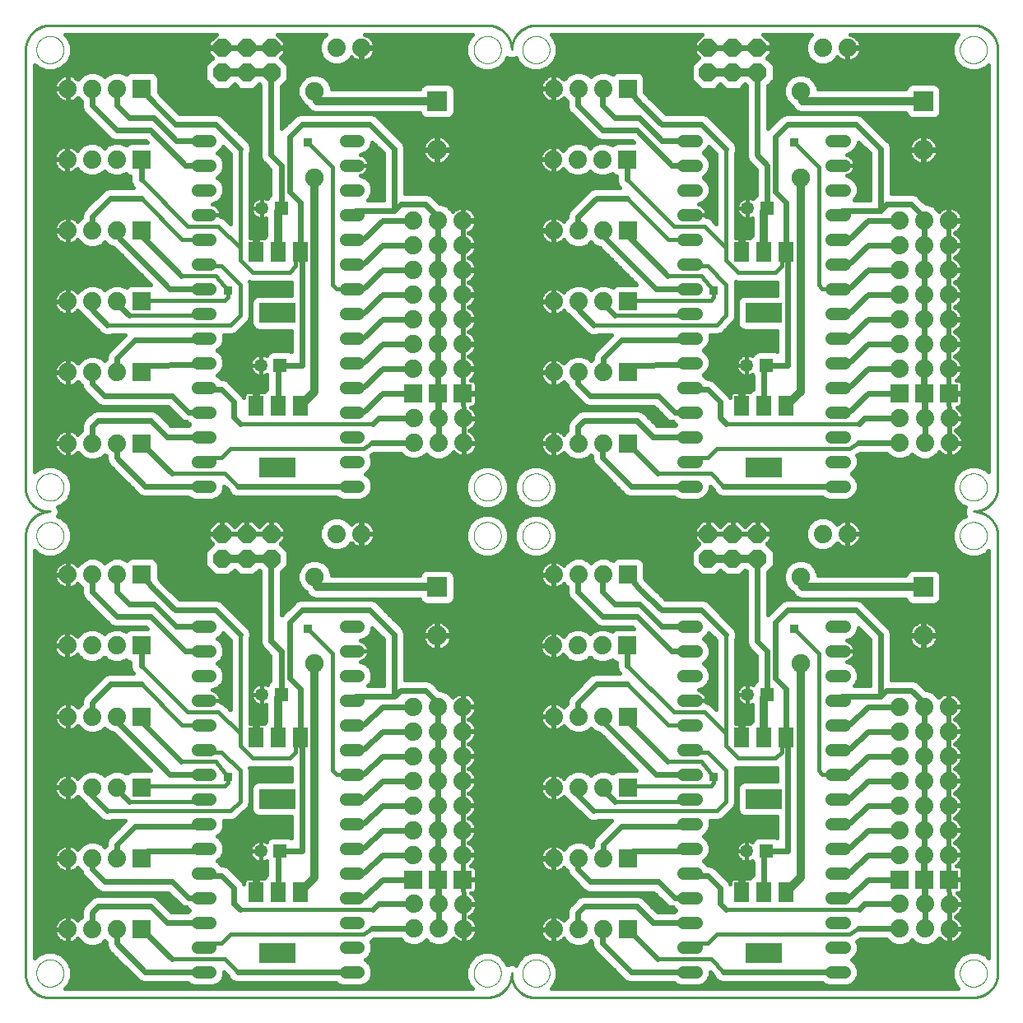
<source format=gbl>
G75*
%MOIN*%
%OFA0B0*%
%FSLAX25Y25*%
%IPPOS*%
%LPD*%
%AMOC8*
5,1,8,0,0,1.08239X$1,22.5*
%
%ADD10C,0.00000*%
%ADD11C,0.01000*%
%ADD12R,0.05315X0.05315*%
%ADD13C,0.05315*%
%ADD14C,0.07500*%
%ADD15R,0.05900X0.07900*%
%ADD16R,0.15000X0.07900*%
%ADD17R,0.08000X0.08000*%
%ADD18C,0.08000*%
%ADD19C,0.05150*%
%ADD20C,0.07400*%
%ADD21OC8,0.07400*%
%ADD22R,0.07400X0.07400*%
%ADD23C,0.02400*%
%ADD24C,0.01600*%
%ADD25C,0.03200*%
%ADD26R,0.03562X0.03562*%
D10*
X0112531Y0165186D02*
X0112533Y0165334D01*
X0112539Y0165482D01*
X0112549Y0165630D01*
X0112563Y0165777D01*
X0112581Y0165924D01*
X0112602Y0166070D01*
X0112628Y0166216D01*
X0112658Y0166361D01*
X0112691Y0166505D01*
X0112729Y0166648D01*
X0112770Y0166790D01*
X0112815Y0166931D01*
X0112863Y0167071D01*
X0112916Y0167210D01*
X0112972Y0167347D01*
X0113032Y0167482D01*
X0113095Y0167616D01*
X0113162Y0167748D01*
X0113233Y0167878D01*
X0113307Y0168006D01*
X0113384Y0168132D01*
X0113465Y0168256D01*
X0113549Y0168378D01*
X0113636Y0168497D01*
X0113727Y0168614D01*
X0113821Y0168729D01*
X0113917Y0168841D01*
X0114017Y0168951D01*
X0114119Y0169057D01*
X0114225Y0169161D01*
X0114333Y0169262D01*
X0114444Y0169360D01*
X0114557Y0169456D01*
X0114673Y0169548D01*
X0114791Y0169637D01*
X0114912Y0169722D01*
X0115035Y0169805D01*
X0115160Y0169884D01*
X0115287Y0169960D01*
X0115416Y0170032D01*
X0115547Y0170101D01*
X0115680Y0170166D01*
X0115815Y0170227D01*
X0115951Y0170285D01*
X0116088Y0170340D01*
X0116227Y0170390D01*
X0116368Y0170437D01*
X0116509Y0170480D01*
X0116652Y0170520D01*
X0116796Y0170555D01*
X0116940Y0170587D01*
X0117086Y0170614D01*
X0117232Y0170638D01*
X0117379Y0170658D01*
X0117526Y0170674D01*
X0117673Y0170686D01*
X0117821Y0170694D01*
X0117969Y0170698D01*
X0118117Y0170698D01*
X0118265Y0170694D01*
X0118413Y0170686D01*
X0118560Y0170674D01*
X0118707Y0170658D01*
X0118854Y0170638D01*
X0119000Y0170614D01*
X0119146Y0170587D01*
X0119290Y0170555D01*
X0119434Y0170520D01*
X0119577Y0170480D01*
X0119718Y0170437D01*
X0119859Y0170390D01*
X0119998Y0170340D01*
X0120135Y0170285D01*
X0120271Y0170227D01*
X0120406Y0170166D01*
X0120539Y0170101D01*
X0120670Y0170032D01*
X0120799Y0169960D01*
X0120926Y0169884D01*
X0121051Y0169805D01*
X0121174Y0169722D01*
X0121295Y0169637D01*
X0121413Y0169548D01*
X0121529Y0169456D01*
X0121642Y0169360D01*
X0121753Y0169262D01*
X0121861Y0169161D01*
X0121967Y0169057D01*
X0122069Y0168951D01*
X0122169Y0168841D01*
X0122265Y0168729D01*
X0122359Y0168614D01*
X0122450Y0168497D01*
X0122537Y0168378D01*
X0122621Y0168256D01*
X0122702Y0168132D01*
X0122779Y0168006D01*
X0122853Y0167878D01*
X0122924Y0167748D01*
X0122991Y0167616D01*
X0123054Y0167482D01*
X0123114Y0167347D01*
X0123170Y0167210D01*
X0123223Y0167071D01*
X0123271Y0166931D01*
X0123316Y0166790D01*
X0123357Y0166648D01*
X0123395Y0166505D01*
X0123428Y0166361D01*
X0123458Y0166216D01*
X0123484Y0166070D01*
X0123505Y0165924D01*
X0123523Y0165777D01*
X0123537Y0165630D01*
X0123547Y0165482D01*
X0123553Y0165334D01*
X0123555Y0165186D01*
X0123553Y0165038D01*
X0123547Y0164890D01*
X0123537Y0164742D01*
X0123523Y0164595D01*
X0123505Y0164448D01*
X0123484Y0164302D01*
X0123458Y0164156D01*
X0123428Y0164011D01*
X0123395Y0163867D01*
X0123357Y0163724D01*
X0123316Y0163582D01*
X0123271Y0163441D01*
X0123223Y0163301D01*
X0123170Y0163162D01*
X0123114Y0163025D01*
X0123054Y0162890D01*
X0122991Y0162756D01*
X0122924Y0162624D01*
X0122853Y0162494D01*
X0122779Y0162366D01*
X0122702Y0162240D01*
X0122621Y0162116D01*
X0122537Y0161994D01*
X0122450Y0161875D01*
X0122359Y0161758D01*
X0122265Y0161643D01*
X0122169Y0161531D01*
X0122069Y0161421D01*
X0121967Y0161315D01*
X0121861Y0161211D01*
X0121753Y0161110D01*
X0121642Y0161012D01*
X0121529Y0160916D01*
X0121413Y0160824D01*
X0121295Y0160735D01*
X0121174Y0160650D01*
X0121051Y0160567D01*
X0120926Y0160488D01*
X0120799Y0160412D01*
X0120670Y0160340D01*
X0120539Y0160271D01*
X0120406Y0160206D01*
X0120271Y0160145D01*
X0120135Y0160087D01*
X0119998Y0160032D01*
X0119859Y0159982D01*
X0119718Y0159935D01*
X0119577Y0159892D01*
X0119434Y0159852D01*
X0119290Y0159817D01*
X0119146Y0159785D01*
X0119000Y0159758D01*
X0118854Y0159734D01*
X0118707Y0159714D01*
X0118560Y0159698D01*
X0118413Y0159686D01*
X0118265Y0159678D01*
X0118117Y0159674D01*
X0117969Y0159674D01*
X0117821Y0159678D01*
X0117673Y0159686D01*
X0117526Y0159698D01*
X0117379Y0159714D01*
X0117232Y0159734D01*
X0117086Y0159758D01*
X0116940Y0159785D01*
X0116796Y0159817D01*
X0116652Y0159852D01*
X0116509Y0159892D01*
X0116368Y0159935D01*
X0116227Y0159982D01*
X0116088Y0160032D01*
X0115951Y0160087D01*
X0115815Y0160145D01*
X0115680Y0160206D01*
X0115547Y0160271D01*
X0115416Y0160340D01*
X0115287Y0160412D01*
X0115160Y0160488D01*
X0115035Y0160567D01*
X0114912Y0160650D01*
X0114791Y0160735D01*
X0114673Y0160824D01*
X0114557Y0160916D01*
X0114444Y0161012D01*
X0114333Y0161110D01*
X0114225Y0161211D01*
X0114119Y0161315D01*
X0114017Y0161421D01*
X0113917Y0161531D01*
X0113821Y0161643D01*
X0113727Y0161758D01*
X0113636Y0161875D01*
X0113549Y0161994D01*
X0113465Y0162116D01*
X0113384Y0162240D01*
X0113307Y0162366D01*
X0113233Y0162494D01*
X0113162Y0162624D01*
X0113095Y0162756D01*
X0113032Y0162890D01*
X0112972Y0163025D01*
X0112916Y0163162D01*
X0112863Y0163301D01*
X0112815Y0163441D01*
X0112770Y0163582D01*
X0112729Y0163724D01*
X0112691Y0163867D01*
X0112658Y0164011D01*
X0112628Y0164156D01*
X0112602Y0164302D01*
X0112581Y0164448D01*
X0112563Y0164595D01*
X0112549Y0164742D01*
X0112539Y0164890D01*
X0112533Y0165038D01*
X0112531Y0165186D01*
X0112531Y0342351D02*
X0112533Y0342499D01*
X0112539Y0342647D01*
X0112549Y0342795D01*
X0112563Y0342942D01*
X0112581Y0343089D01*
X0112602Y0343235D01*
X0112628Y0343381D01*
X0112658Y0343526D01*
X0112691Y0343670D01*
X0112729Y0343813D01*
X0112770Y0343955D01*
X0112815Y0344096D01*
X0112863Y0344236D01*
X0112916Y0344375D01*
X0112972Y0344512D01*
X0113032Y0344647D01*
X0113095Y0344781D01*
X0113162Y0344913D01*
X0113233Y0345043D01*
X0113307Y0345171D01*
X0113384Y0345297D01*
X0113465Y0345421D01*
X0113549Y0345543D01*
X0113636Y0345662D01*
X0113727Y0345779D01*
X0113821Y0345894D01*
X0113917Y0346006D01*
X0114017Y0346116D01*
X0114119Y0346222D01*
X0114225Y0346326D01*
X0114333Y0346427D01*
X0114444Y0346525D01*
X0114557Y0346621D01*
X0114673Y0346713D01*
X0114791Y0346802D01*
X0114912Y0346887D01*
X0115035Y0346970D01*
X0115160Y0347049D01*
X0115287Y0347125D01*
X0115416Y0347197D01*
X0115547Y0347266D01*
X0115680Y0347331D01*
X0115815Y0347392D01*
X0115951Y0347450D01*
X0116088Y0347505D01*
X0116227Y0347555D01*
X0116368Y0347602D01*
X0116509Y0347645D01*
X0116652Y0347685D01*
X0116796Y0347720D01*
X0116940Y0347752D01*
X0117086Y0347779D01*
X0117232Y0347803D01*
X0117379Y0347823D01*
X0117526Y0347839D01*
X0117673Y0347851D01*
X0117821Y0347859D01*
X0117969Y0347863D01*
X0118117Y0347863D01*
X0118265Y0347859D01*
X0118413Y0347851D01*
X0118560Y0347839D01*
X0118707Y0347823D01*
X0118854Y0347803D01*
X0119000Y0347779D01*
X0119146Y0347752D01*
X0119290Y0347720D01*
X0119434Y0347685D01*
X0119577Y0347645D01*
X0119718Y0347602D01*
X0119859Y0347555D01*
X0119998Y0347505D01*
X0120135Y0347450D01*
X0120271Y0347392D01*
X0120406Y0347331D01*
X0120539Y0347266D01*
X0120670Y0347197D01*
X0120799Y0347125D01*
X0120926Y0347049D01*
X0121051Y0346970D01*
X0121174Y0346887D01*
X0121295Y0346802D01*
X0121413Y0346713D01*
X0121529Y0346621D01*
X0121642Y0346525D01*
X0121753Y0346427D01*
X0121861Y0346326D01*
X0121967Y0346222D01*
X0122069Y0346116D01*
X0122169Y0346006D01*
X0122265Y0345894D01*
X0122359Y0345779D01*
X0122450Y0345662D01*
X0122537Y0345543D01*
X0122621Y0345421D01*
X0122702Y0345297D01*
X0122779Y0345171D01*
X0122853Y0345043D01*
X0122924Y0344913D01*
X0122991Y0344781D01*
X0123054Y0344647D01*
X0123114Y0344512D01*
X0123170Y0344375D01*
X0123223Y0344236D01*
X0123271Y0344096D01*
X0123316Y0343955D01*
X0123357Y0343813D01*
X0123395Y0343670D01*
X0123428Y0343526D01*
X0123458Y0343381D01*
X0123484Y0343235D01*
X0123505Y0343089D01*
X0123523Y0342942D01*
X0123537Y0342795D01*
X0123547Y0342647D01*
X0123553Y0342499D01*
X0123555Y0342351D01*
X0123553Y0342203D01*
X0123547Y0342055D01*
X0123537Y0341907D01*
X0123523Y0341760D01*
X0123505Y0341613D01*
X0123484Y0341467D01*
X0123458Y0341321D01*
X0123428Y0341176D01*
X0123395Y0341032D01*
X0123357Y0340889D01*
X0123316Y0340747D01*
X0123271Y0340606D01*
X0123223Y0340466D01*
X0123170Y0340327D01*
X0123114Y0340190D01*
X0123054Y0340055D01*
X0122991Y0339921D01*
X0122924Y0339789D01*
X0122853Y0339659D01*
X0122779Y0339531D01*
X0122702Y0339405D01*
X0122621Y0339281D01*
X0122537Y0339159D01*
X0122450Y0339040D01*
X0122359Y0338923D01*
X0122265Y0338808D01*
X0122169Y0338696D01*
X0122069Y0338586D01*
X0121967Y0338480D01*
X0121861Y0338376D01*
X0121753Y0338275D01*
X0121642Y0338177D01*
X0121529Y0338081D01*
X0121413Y0337989D01*
X0121295Y0337900D01*
X0121174Y0337815D01*
X0121051Y0337732D01*
X0120926Y0337653D01*
X0120799Y0337577D01*
X0120670Y0337505D01*
X0120539Y0337436D01*
X0120406Y0337371D01*
X0120271Y0337310D01*
X0120135Y0337252D01*
X0119998Y0337197D01*
X0119859Y0337147D01*
X0119718Y0337100D01*
X0119577Y0337057D01*
X0119434Y0337017D01*
X0119290Y0336982D01*
X0119146Y0336950D01*
X0119000Y0336923D01*
X0118854Y0336899D01*
X0118707Y0336879D01*
X0118560Y0336863D01*
X0118413Y0336851D01*
X0118265Y0336843D01*
X0118117Y0336839D01*
X0117969Y0336839D01*
X0117821Y0336843D01*
X0117673Y0336851D01*
X0117526Y0336863D01*
X0117379Y0336879D01*
X0117232Y0336899D01*
X0117086Y0336923D01*
X0116940Y0336950D01*
X0116796Y0336982D01*
X0116652Y0337017D01*
X0116509Y0337057D01*
X0116368Y0337100D01*
X0116227Y0337147D01*
X0116088Y0337197D01*
X0115951Y0337252D01*
X0115815Y0337310D01*
X0115680Y0337371D01*
X0115547Y0337436D01*
X0115416Y0337505D01*
X0115287Y0337577D01*
X0115160Y0337653D01*
X0115035Y0337732D01*
X0114912Y0337815D01*
X0114791Y0337900D01*
X0114673Y0337989D01*
X0114557Y0338081D01*
X0114444Y0338177D01*
X0114333Y0338275D01*
X0114225Y0338376D01*
X0114119Y0338480D01*
X0114017Y0338586D01*
X0113917Y0338696D01*
X0113821Y0338808D01*
X0113727Y0338923D01*
X0113636Y0339040D01*
X0113549Y0339159D01*
X0113465Y0339281D01*
X0113384Y0339405D01*
X0113307Y0339531D01*
X0113233Y0339659D01*
X0113162Y0339789D01*
X0113095Y0339921D01*
X0113032Y0340055D01*
X0112972Y0340190D01*
X0112916Y0340327D01*
X0112863Y0340466D01*
X0112815Y0340606D01*
X0112770Y0340747D01*
X0112729Y0340889D01*
X0112691Y0341032D01*
X0112658Y0341176D01*
X0112628Y0341321D01*
X0112602Y0341467D01*
X0112581Y0341613D01*
X0112563Y0341760D01*
X0112549Y0341907D01*
X0112539Y0342055D01*
X0112533Y0342203D01*
X0112531Y0342351D01*
X0112531Y0362036D02*
X0112533Y0362184D01*
X0112539Y0362332D01*
X0112549Y0362480D01*
X0112563Y0362627D01*
X0112581Y0362774D01*
X0112602Y0362920D01*
X0112628Y0363066D01*
X0112658Y0363211D01*
X0112691Y0363355D01*
X0112729Y0363498D01*
X0112770Y0363640D01*
X0112815Y0363781D01*
X0112863Y0363921D01*
X0112916Y0364060D01*
X0112972Y0364197D01*
X0113032Y0364332D01*
X0113095Y0364466D01*
X0113162Y0364598D01*
X0113233Y0364728D01*
X0113307Y0364856D01*
X0113384Y0364982D01*
X0113465Y0365106D01*
X0113549Y0365228D01*
X0113636Y0365347D01*
X0113727Y0365464D01*
X0113821Y0365579D01*
X0113917Y0365691D01*
X0114017Y0365801D01*
X0114119Y0365907D01*
X0114225Y0366011D01*
X0114333Y0366112D01*
X0114444Y0366210D01*
X0114557Y0366306D01*
X0114673Y0366398D01*
X0114791Y0366487D01*
X0114912Y0366572D01*
X0115035Y0366655D01*
X0115160Y0366734D01*
X0115287Y0366810D01*
X0115416Y0366882D01*
X0115547Y0366951D01*
X0115680Y0367016D01*
X0115815Y0367077D01*
X0115951Y0367135D01*
X0116088Y0367190D01*
X0116227Y0367240D01*
X0116368Y0367287D01*
X0116509Y0367330D01*
X0116652Y0367370D01*
X0116796Y0367405D01*
X0116940Y0367437D01*
X0117086Y0367464D01*
X0117232Y0367488D01*
X0117379Y0367508D01*
X0117526Y0367524D01*
X0117673Y0367536D01*
X0117821Y0367544D01*
X0117969Y0367548D01*
X0118117Y0367548D01*
X0118265Y0367544D01*
X0118413Y0367536D01*
X0118560Y0367524D01*
X0118707Y0367508D01*
X0118854Y0367488D01*
X0119000Y0367464D01*
X0119146Y0367437D01*
X0119290Y0367405D01*
X0119434Y0367370D01*
X0119577Y0367330D01*
X0119718Y0367287D01*
X0119859Y0367240D01*
X0119998Y0367190D01*
X0120135Y0367135D01*
X0120271Y0367077D01*
X0120406Y0367016D01*
X0120539Y0366951D01*
X0120670Y0366882D01*
X0120799Y0366810D01*
X0120926Y0366734D01*
X0121051Y0366655D01*
X0121174Y0366572D01*
X0121295Y0366487D01*
X0121413Y0366398D01*
X0121529Y0366306D01*
X0121642Y0366210D01*
X0121753Y0366112D01*
X0121861Y0366011D01*
X0121967Y0365907D01*
X0122069Y0365801D01*
X0122169Y0365691D01*
X0122265Y0365579D01*
X0122359Y0365464D01*
X0122450Y0365347D01*
X0122537Y0365228D01*
X0122621Y0365106D01*
X0122702Y0364982D01*
X0122779Y0364856D01*
X0122853Y0364728D01*
X0122924Y0364598D01*
X0122991Y0364466D01*
X0123054Y0364332D01*
X0123114Y0364197D01*
X0123170Y0364060D01*
X0123223Y0363921D01*
X0123271Y0363781D01*
X0123316Y0363640D01*
X0123357Y0363498D01*
X0123395Y0363355D01*
X0123428Y0363211D01*
X0123458Y0363066D01*
X0123484Y0362920D01*
X0123505Y0362774D01*
X0123523Y0362627D01*
X0123537Y0362480D01*
X0123547Y0362332D01*
X0123553Y0362184D01*
X0123555Y0362036D01*
X0123553Y0361888D01*
X0123547Y0361740D01*
X0123537Y0361592D01*
X0123523Y0361445D01*
X0123505Y0361298D01*
X0123484Y0361152D01*
X0123458Y0361006D01*
X0123428Y0360861D01*
X0123395Y0360717D01*
X0123357Y0360574D01*
X0123316Y0360432D01*
X0123271Y0360291D01*
X0123223Y0360151D01*
X0123170Y0360012D01*
X0123114Y0359875D01*
X0123054Y0359740D01*
X0122991Y0359606D01*
X0122924Y0359474D01*
X0122853Y0359344D01*
X0122779Y0359216D01*
X0122702Y0359090D01*
X0122621Y0358966D01*
X0122537Y0358844D01*
X0122450Y0358725D01*
X0122359Y0358608D01*
X0122265Y0358493D01*
X0122169Y0358381D01*
X0122069Y0358271D01*
X0121967Y0358165D01*
X0121861Y0358061D01*
X0121753Y0357960D01*
X0121642Y0357862D01*
X0121529Y0357766D01*
X0121413Y0357674D01*
X0121295Y0357585D01*
X0121174Y0357500D01*
X0121051Y0357417D01*
X0120926Y0357338D01*
X0120799Y0357262D01*
X0120670Y0357190D01*
X0120539Y0357121D01*
X0120406Y0357056D01*
X0120271Y0356995D01*
X0120135Y0356937D01*
X0119998Y0356882D01*
X0119859Y0356832D01*
X0119718Y0356785D01*
X0119577Y0356742D01*
X0119434Y0356702D01*
X0119290Y0356667D01*
X0119146Y0356635D01*
X0119000Y0356608D01*
X0118854Y0356584D01*
X0118707Y0356564D01*
X0118560Y0356548D01*
X0118413Y0356536D01*
X0118265Y0356528D01*
X0118117Y0356524D01*
X0117969Y0356524D01*
X0117821Y0356528D01*
X0117673Y0356536D01*
X0117526Y0356548D01*
X0117379Y0356564D01*
X0117232Y0356584D01*
X0117086Y0356608D01*
X0116940Y0356635D01*
X0116796Y0356667D01*
X0116652Y0356702D01*
X0116509Y0356742D01*
X0116368Y0356785D01*
X0116227Y0356832D01*
X0116088Y0356882D01*
X0115951Y0356937D01*
X0115815Y0356995D01*
X0115680Y0357056D01*
X0115547Y0357121D01*
X0115416Y0357190D01*
X0115287Y0357262D01*
X0115160Y0357338D01*
X0115035Y0357417D01*
X0114912Y0357500D01*
X0114791Y0357585D01*
X0114673Y0357674D01*
X0114557Y0357766D01*
X0114444Y0357862D01*
X0114333Y0357960D01*
X0114225Y0358061D01*
X0114119Y0358165D01*
X0114017Y0358271D01*
X0113917Y0358381D01*
X0113821Y0358493D01*
X0113727Y0358608D01*
X0113636Y0358725D01*
X0113549Y0358844D01*
X0113465Y0358966D01*
X0113384Y0359090D01*
X0113307Y0359216D01*
X0113233Y0359344D01*
X0113162Y0359474D01*
X0113095Y0359606D01*
X0113032Y0359740D01*
X0112972Y0359875D01*
X0112916Y0360012D01*
X0112863Y0360151D01*
X0112815Y0360291D01*
X0112770Y0360432D01*
X0112729Y0360574D01*
X0112691Y0360717D01*
X0112658Y0360861D01*
X0112628Y0361006D01*
X0112602Y0361152D01*
X0112581Y0361298D01*
X0112563Y0361445D01*
X0112549Y0361592D01*
X0112539Y0361740D01*
X0112533Y0361888D01*
X0112531Y0362036D01*
X0112531Y0539202D02*
X0112533Y0539350D01*
X0112539Y0539498D01*
X0112549Y0539646D01*
X0112563Y0539793D01*
X0112581Y0539940D01*
X0112602Y0540086D01*
X0112628Y0540232D01*
X0112658Y0540377D01*
X0112691Y0540521D01*
X0112729Y0540664D01*
X0112770Y0540806D01*
X0112815Y0540947D01*
X0112863Y0541087D01*
X0112916Y0541226D01*
X0112972Y0541363D01*
X0113032Y0541498D01*
X0113095Y0541632D01*
X0113162Y0541764D01*
X0113233Y0541894D01*
X0113307Y0542022D01*
X0113384Y0542148D01*
X0113465Y0542272D01*
X0113549Y0542394D01*
X0113636Y0542513D01*
X0113727Y0542630D01*
X0113821Y0542745D01*
X0113917Y0542857D01*
X0114017Y0542967D01*
X0114119Y0543073D01*
X0114225Y0543177D01*
X0114333Y0543278D01*
X0114444Y0543376D01*
X0114557Y0543472D01*
X0114673Y0543564D01*
X0114791Y0543653D01*
X0114912Y0543738D01*
X0115035Y0543821D01*
X0115160Y0543900D01*
X0115287Y0543976D01*
X0115416Y0544048D01*
X0115547Y0544117D01*
X0115680Y0544182D01*
X0115815Y0544243D01*
X0115951Y0544301D01*
X0116088Y0544356D01*
X0116227Y0544406D01*
X0116368Y0544453D01*
X0116509Y0544496D01*
X0116652Y0544536D01*
X0116796Y0544571D01*
X0116940Y0544603D01*
X0117086Y0544630D01*
X0117232Y0544654D01*
X0117379Y0544674D01*
X0117526Y0544690D01*
X0117673Y0544702D01*
X0117821Y0544710D01*
X0117969Y0544714D01*
X0118117Y0544714D01*
X0118265Y0544710D01*
X0118413Y0544702D01*
X0118560Y0544690D01*
X0118707Y0544674D01*
X0118854Y0544654D01*
X0119000Y0544630D01*
X0119146Y0544603D01*
X0119290Y0544571D01*
X0119434Y0544536D01*
X0119577Y0544496D01*
X0119718Y0544453D01*
X0119859Y0544406D01*
X0119998Y0544356D01*
X0120135Y0544301D01*
X0120271Y0544243D01*
X0120406Y0544182D01*
X0120539Y0544117D01*
X0120670Y0544048D01*
X0120799Y0543976D01*
X0120926Y0543900D01*
X0121051Y0543821D01*
X0121174Y0543738D01*
X0121295Y0543653D01*
X0121413Y0543564D01*
X0121529Y0543472D01*
X0121642Y0543376D01*
X0121753Y0543278D01*
X0121861Y0543177D01*
X0121967Y0543073D01*
X0122069Y0542967D01*
X0122169Y0542857D01*
X0122265Y0542745D01*
X0122359Y0542630D01*
X0122450Y0542513D01*
X0122537Y0542394D01*
X0122621Y0542272D01*
X0122702Y0542148D01*
X0122779Y0542022D01*
X0122853Y0541894D01*
X0122924Y0541764D01*
X0122991Y0541632D01*
X0123054Y0541498D01*
X0123114Y0541363D01*
X0123170Y0541226D01*
X0123223Y0541087D01*
X0123271Y0540947D01*
X0123316Y0540806D01*
X0123357Y0540664D01*
X0123395Y0540521D01*
X0123428Y0540377D01*
X0123458Y0540232D01*
X0123484Y0540086D01*
X0123505Y0539940D01*
X0123523Y0539793D01*
X0123537Y0539646D01*
X0123547Y0539498D01*
X0123553Y0539350D01*
X0123555Y0539202D01*
X0123553Y0539054D01*
X0123547Y0538906D01*
X0123537Y0538758D01*
X0123523Y0538611D01*
X0123505Y0538464D01*
X0123484Y0538318D01*
X0123458Y0538172D01*
X0123428Y0538027D01*
X0123395Y0537883D01*
X0123357Y0537740D01*
X0123316Y0537598D01*
X0123271Y0537457D01*
X0123223Y0537317D01*
X0123170Y0537178D01*
X0123114Y0537041D01*
X0123054Y0536906D01*
X0122991Y0536772D01*
X0122924Y0536640D01*
X0122853Y0536510D01*
X0122779Y0536382D01*
X0122702Y0536256D01*
X0122621Y0536132D01*
X0122537Y0536010D01*
X0122450Y0535891D01*
X0122359Y0535774D01*
X0122265Y0535659D01*
X0122169Y0535547D01*
X0122069Y0535437D01*
X0121967Y0535331D01*
X0121861Y0535227D01*
X0121753Y0535126D01*
X0121642Y0535028D01*
X0121529Y0534932D01*
X0121413Y0534840D01*
X0121295Y0534751D01*
X0121174Y0534666D01*
X0121051Y0534583D01*
X0120926Y0534504D01*
X0120799Y0534428D01*
X0120670Y0534356D01*
X0120539Y0534287D01*
X0120406Y0534222D01*
X0120271Y0534161D01*
X0120135Y0534103D01*
X0119998Y0534048D01*
X0119859Y0533998D01*
X0119718Y0533951D01*
X0119577Y0533908D01*
X0119434Y0533868D01*
X0119290Y0533833D01*
X0119146Y0533801D01*
X0119000Y0533774D01*
X0118854Y0533750D01*
X0118707Y0533730D01*
X0118560Y0533714D01*
X0118413Y0533702D01*
X0118265Y0533694D01*
X0118117Y0533690D01*
X0117969Y0533690D01*
X0117821Y0533694D01*
X0117673Y0533702D01*
X0117526Y0533714D01*
X0117379Y0533730D01*
X0117232Y0533750D01*
X0117086Y0533774D01*
X0116940Y0533801D01*
X0116796Y0533833D01*
X0116652Y0533868D01*
X0116509Y0533908D01*
X0116368Y0533951D01*
X0116227Y0533998D01*
X0116088Y0534048D01*
X0115951Y0534103D01*
X0115815Y0534161D01*
X0115680Y0534222D01*
X0115547Y0534287D01*
X0115416Y0534356D01*
X0115287Y0534428D01*
X0115160Y0534504D01*
X0115035Y0534583D01*
X0114912Y0534666D01*
X0114791Y0534751D01*
X0114673Y0534840D01*
X0114557Y0534932D01*
X0114444Y0535028D01*
X0114333Y0535126D01*
X0114225Y0535227D01*
X0114119Y0535331D01*
X0114017Y0535437D01*
X0113917Y0535547D01*
X0113821Y0535659D01*
X0113727Y0535774D01*
X0113636Y0535891D01*
X0113549Y0536010D01*
X0113465Y0536132D01*
X0113384Y0536256D01*
X0113307Y0536382D01*
X0113233Y0536510D01*
X0113162Y0536640D01*
X0113095Y0536772D01*
X0113032Y0536906D01*
X0112972Y0537041D01*
X0112916Y0537178D01*
X0112863Y0537317D01*
X0112815Y0537457D01*
X0112770Y0537598D01*
X0112729Y0537740D01*
X0112691Y0537883D01*
X0112658Y0538027D01*
X0112628Y0538172D01*
X0112602Y0538318D01*
X0112581Y0538464D01*
X0112563Y0538611D01*
X0112549Y0538758D01*
X0112539Y0538906D01*
X0112533Y0539054D01*
X0112531Y0539202D01*
X0289696Y0539202D02*
X0289698Y0539350D01*
X0289704Y0539498D01*
X0289714Y0539646D01*
X0289728Y0539793D01*
X0289746Y0539940D01*
X0289767Y0540086D01*
X0289793Y0540232D01*
X0289823Y0540377D01*
X0289856Y0540521D01*
X0289894Y0540664D01*
X0289935Y0540806D01*
X0289980Y0540947D01*
X0290028Y0541087D01*
X0290081Y0541226D01*
X0290137Y0541363D01*
X0290197Y0541498D01*
X0290260Y0541632D01*
X0290327Y0541764D01*
X0290398Y0541894D01*
X0290472Y0542022D01*
X0290549Y0542148D01*
X0290630Y0542272D01*
X0290714Y0542394D01*
X0290801Y0542513D01*
X0290892Y0542630D01*
X0290986Y0542745D01*
X0291082Y0542857D01*
X0291182Y0542967D01*
X0291284Y0543073D01*
X0291390Y0543177D01*
X0291498Y0543278D01*
X0291609Y0543376D01*
X0291722Y0543472D01*
X0291838Y0543564D01*
X0291956Y0543653D01*
X0292077Y0543738D01*
X0292200Y0543821D01*
X0292325Y0543900D01*
X0292452Y0543976D01*
X0292581Y0544048D01*
X0292712Y0544117D01*
X0292845Y0544182D01*
X0292980Y0544243D01*
X0293116Y0544301D01*
X0293253Y0544356D01*
X0293392Y0544406D01*
X0293533Y0544453D01*
X0293674Y0544496D01*
X0293817Y0544536D01*
X0293961Y0544571D01*
X0294105Y0544603D01*
X0294251Y0544630D01*
X0294397Y0544654D01*
X0294544Y0544674D01*
X0294691Y0544690D01*
X0294838Y0544702D01*
X0294986Y0544710D01*
X0295134Y0544714D01*
X0295282Y0544714D01*
X0295430Y0544710D01*
X0295578Y0544702D01*
X0295725Y0544690D01*
X0295872Y0544674D01*
X0296019Y0544654D01*
X0296165Y0544630D01*
X0296311Y0544603D01*
X0296455Y0544571D01*
X0296599Y0544536D01*
X0296742Y0544496D01*
X0296883Y0544453D01*
X0297024Y0544406D01*
X0297163Y0544356D01*
X0297300Y0544301D01*
X0297436Y0544243D01*
X0297571Y0544182D01*
X0297704Y0544117D01*
X0297835Y0544048D01*
X0297964Y0543976D01*
X0298091Y0543900D01*
X0298216Y0543821D01*
X0298339Y0543738D01*
X0298460Y0543653D01*
X0298578Y0543564D01*
X0298694Y0543472D01*
X0298807Y0543376D01*
X0298918Y0543278D01*
X0299026Y0543177D01*
X0299132Y0543073D01*
X0299234Y0542967D01*
X0299334Y0542857D01*
X0299430Y0542745D01*
X0299524Y0542630D01*
X0299615Y0542513D01*
X0299702Y0542394D01*
X0299786Y0542272D01*
X0299867Y0542148D01*
X0299944Y0542022D01*
X0300018Y0541894D01*
X0300089Y0541764D01*
X0300156Y0541632D01*
X0300219Y0541498D01*
X0300279Y0541363D01*
X0300335Y0541226D01*
X0300388Y0541087D01*
X0300436Y0540947D01*
X0300481Y0540806D01*
X0300522Y0540664D01*
X0300560Y0540521D01*
X0300593Y0540377D01*
X0300623Y0540232D01*
X0300649Y0540086D01*
X0300670Y0539940D01*
X0300688Y0539793D01*
X0300702Y0539646D01*
X0300712Y0539498D01*
X0300718Y0539350D01*
X0300720Y0539202D01*
X0300718Y0539054D01*
X0300712Y0538906D01*
X0300702Y0538758D01*
X0300688Y0538611D01*
X0300670Y0538464D01*
X0300649Y0538318D01*
X0300623Y0538172D01*
X0300593Y0538027D01*
X0300560Y0537883D01*
X0300522Y0537740D01*
X0300481Y0537598D01*
X0300436Y0537457D01*
X0300388Y0537317D01*
X0300335Y0537178D01*
X0300279Y0537041D01*
X0300219Y0536906D01*
X0300156Y0536772D01*
X0300089Y0536640D01*
X0300018Y0536510D01*
X0299944Y0536382D01*
X0299867Y0536256D01*
X0299786Y0536132D01*
X0299702Y0536010D01*
X0299615Y0535891D01*
X0299524Y0535774D01*
X0299430Y0535659D01*
X0299334Y0535547D01*
X0299234Y0535437D01*
X0299132Y0535331D01*
X0299026Y0535227D01*
X0298918Y0535126D01*
X0298807Y0535028D01*
X0298694Y0534932D01*
X0298578Y0534840D01*
X0298460Y0534751D01*
X0298339Y0534666D01*
X0298216Y0534583D01*
X0298091Y0534504D01*
X0297964Y0534428D01*
X0297835Y0534356D01*
X0297704Y0534287D01*
X0297571Y0534222D01*
X0297436Y0534161D01*
X0297300Y0534103D01*
X0297163Y0534048D01*
X0297024Y0533998D01*
X0296883Y0533951D01*
X0296742Y0533908D01*
X0296599Y0533868D01*
X0296455Y0533833D01*
X0296311Y0533801D01*
X0296165Y0533774D01*
X0296019Y0533750D01*
X0295872Y0533730D01*
X0295725Y0533714D01*
X0295578Y0533702D01*
X0295430Y0533694D01*
X0295282Y0533690D01*
X0295134Y0533690D01*
X0294986Y0533694D01*
X0294838Y0533702D01*
X0294691Y0533714D01*
X0294544Y0533730D01*
X0294397Y0533750D01*
X0294251Y0533774D01*
X0294105Y0533801D01*
X0293961Y0533833D01*
X0293817Y0533868D01*
X0293674Y0533908D01*
X0293533Y0533951D01*
X0293392Y0533998D01*
X0293253Y0534048D01*
X0293116Y0534103D01*
X0292980Y0534161D01*
X0292845Y0534222D01*
X0292712Y0534287D01*
X0292581Y0534356D01*
X0292452Y0534428D01*
X0292325Y0534504D01*
X0292200Y0534583D01*
X0292077Y0534666D01*
X0291956Y0534751D01*
X0291838Y0534840D01*
X0291722Y0534932D01*
X0291609Y0535028D01*
X0291498Y0535126D01*
X0291390Y0535227D01*
X0291284Y0535331D01*
X0291182Y0535437D01*
X0291082Y0535547D01*
X0290986Y0535659D01*
X0290892Y0535774D01*
X0290801Y0535891D01*
X0290714Y0536010D01*
X0290630Y0536132D01*
X0290549Y0536256D01*
X0290472Y0536382D01*
X0290398Y0536510D01*
X0290327Y0536640D01*
X0290260Y0536772D01*
X0290197Y0536906D01*
X0290137Y0537041D01*
X0290081Y0537178D01*
X0290028Y0537317D01*
X0289980Y0537457D01*
X0289935Y0537598D01*
X0289894Y0537740D01*
X0289856Y0537883D01*
X0289823Y0538027D01*
X0289793Y0538172D01*
X0289767Y0538318D01*
X0289746Y0538464D01*
X0289728Y0538611D01*
X0289714Y0538758D01*
X0289704Y0538906D01*
X0289698Y0539054D01*
X0289696Y0539202D01*
X0309381Y0539202D02*
X0309383Y0539350D01*
X0309389Y0539498D01*
X0309399Y0539646D01*
X0309413Y0539793D01*
X0309431Y0539940D01*
X0309452Y0540086D01*
X0309478Y0540232D01*
X0309508Y0540377D01*
X0309541Y0540521D01*
X0309579Y0540664D01*
X0309620Y0540806D01*
X0309665Y0540947D01*
X0309713Y0541087D01*
X0309766Y0541226D01*
X0309822Y0541363D01*
X0309882Y0541498D01*
X0309945Y0541632D01*
X0310012Y0541764D01*
X0310083Y0541894D01*
X0310157Y0542022D01*
X0310234Y0542148D01*
X0310315Y0542272D01*
X0310399Y0542394D01*
X0310486Y0542513D01*
X0310577Y0542630D01*
X0310671Y0542745D01*
X0310767Y0542857D01*
X0310867Y0542967D01*
X0310969Y0543073D01*
X0311075Y0543177D01*
X0311183Y0543278D01*
X0311294Y0543376D01*
X0311407Y0543472D01*
X0311523Y0543564D01*
X0311641Y0543653D01*
X0311762Y0543738D01*
X0311885Y0543821D01*
X0312010Y0543900D01*
X0312137Y0543976D01*
X0312266Y0544048D01*
X0312397Y0544117D01*
X0312530Y0544182D01*
X0312665Y0544243D01*
X0312801Y0544301D01*
X0312938Y0544356D01*
X0313077Y0544406D01*
X0313218Y0544453D01*
X0313359Y0544496D01*
X0313502Y0544536D01*
X0313646Y0544571D01*
X0313790Y0544603D01*
X0313936Y0544630D01*
X0314082Y0544654D01*
X0314229Y0544674D01*
X0314376Y0544690D01*
X0314523Y0544702D01*
X0314671Y0544710D01*
X0314819Y0544714D01*
X0314967Y0544714D01*
X0315115Y0544710D01*
X0315263Y0544702D01*
X0315410Y0544690D01*
X0315557Y0544674D01*
X0315704Y0544654D01*
X0315850Y0544630D01*
X0315996Y0544603D01*
X0316140Y0544571D01*
X0316284Y0544536D01*
X0316427Y0544496D01*
X0316568Y0544453D01*
X0316709Y0544406D01*
X0316848Y0544356D01*
X0316985Y0544301D01*
X0317121Y0544243D01*
X0317256Y0544182D01*
X0317389Y0544117D01*
X0317520Y0544048D01*
X0317649Y0543976D01*
X0317776Y0543900D01*
X0317901Y0543821D01*
X0318024Y0543738D01*
X0318145Y0543653D01*
X0318263Y0543564D01*
X0318379Y0543472D01*
X0318492Y0543376D01*
X0318603Y0543278D01*
X0318711Y0543177D01*
X0318817Y0543073D01*
X0318919Y0542967D01*
X0319019Y0542857D01*
X0319115Y0542745D01*
X0319209Y0542630D01*
X0319300Y0542513D01*
X0319387Y0542394D01*
X0319471Y0542272D01*
X0319552Y0542148D01*
X0319629Y0542022D01*
X0319703Y0541894D01*
X0319774Y0541764D01*
X0319841Y0541632D01*
X0319904Y0541498D01*
X0319964Y0541363D01*
X0320020Y0541226D01*
X0320073Y0541087D01*
X0320121Y0540947D01*
X0320166Y0540806D01*
X0320207Y0540664D01*
X0320245Y0540521D01*
X0320278Y0540377D01*
X0320308Y0540232D01*
X0320334Y0540086D01*
X0320355Y0539940D01*
X0320373Y0539793D01*
X0320387Y0539646D01*
X0320397Y0539498D01*
X0320403Y0539350D01*
X0320405Y0539202D01*
X0320403Y0539054D01*
X0320397Y0538906D01*
X0320387Y0538758D01*
X0320373Y0538611D01*
X0320355Y0538464D01*
X0320334Y0538318D01*
X0320308Y0538172D01*
X0320278Y0538027D01*
X0320245Y0537883D01*
X0320207Y0537740D01*
X0320166Y0537598D01*
X0320121Y0537457D01*
X0320073Y0537317D01*
X0320020Y0537178D01*
X0319964Y0537041D01*
X0319904Y0536906D01*
X0319841Y0536772D01*
X0319774Y0536640D01*
X0319703Y0536510D01*
X0319629Y0536382D01*
X0319552Y0536256D01*
X0319471Y0536132D01*
X0319387Y0536010D01*
X0319300Y0535891D01*
X0319209Y0535774D01*
X0319115Y0535659D01*
X0319019Y0535547D01*
X0318919Y0535437D01*
X0318817Y0535331D01*
X0318711Y0535227D01*
X0318603Y0535126D01*
X0318492Y0535028D01*
X0318379Y0534932D01*
X0318263Y0534840D01*
X0318145Y0534751D01*
X0318024Y0534666D01*
X0317901Y0534583D01*
X0317776Y0534504D01*
X0317649Y0534428D01*
X0317520Y0534356D01*
X0317389Y0534287D01*
X0317256Y0534222D01*
X0317121Y0534161D01*
X0316985Y0534103D01*
X0316848Y0534048D01*
X0316709Y0533998D01*
X0316568Y0533951D01*
X0316427Y0533908D01*
X0316284Y0533868D01*
X0316140Y0533833D01*
X0315996Y0533801D01*
X0315850Y0533774D01*
X0315704Y0533750D01*
X0315557Y0533730D01*
X0315410Y0533714D01*
X0315263Y0533702D01*
X0315115Y0533694D01*
X0314967Y0533690D01*
X0314819Y0533690D01*
X0314671Y0533694D01*
X0314523Y0533702D01*
X0314376Y0533714D01*
X0314229Y0533730D01*
X0314082Y0533750D01*
X0313936Y0533774D01*
X0313790Y0533801D01*
X0313646Y0533833D01*
X0313502Y0533868D01*
X0313359Y0533908D01*
X0313218Y0533951D01*
X0313077Y0533998D01*
X0312938Y0534048D01*
X0312801Y0534103D01*
X0312665Y0534161D01*
X0312530Y0534222D01*
X0312397Y0534287D01*
X0312266Y0534356D01*
X0312137Y0534428D01*
X0312010Y0534504D01*
X0311885Y0534583D01*
X0311762Y0534666D01*
X0311641Y0534751D01*
X0311523Y0534840D01*
X0311407Y0534932D01*
X0311294Y0535028D01*
X0311183Y0535126D01*
X0311075Y0535227D01*
X0310969Y0535331D01*
X0310867Y0535437D01*
X0310767Y0535547D01*
X0310671Y0535659D01*
X0310577Y0535774D01*
X0310486Y0535891D01*
X0310399Y0536010D01*
X0310315Y0536132D01*
X0310234Y0536256D01*
X0310157Y0536382D01*
X0310083Y0536510D01*
X0310012Y0536640D01*
X0309945Y0536772D01*
X0309882Y0536906D01*
X0309822Y0537041D01*
X0309766Y0537178D01*
X0309713Y0537317D01*
X0309665Y0537457D01*
X0309620Y0537598D01*
X0309579Y0537740D01*
X0309541Y0537883D01*
X0309508Y0538027D01*
X0309478Y0538172D01*
X0309452Y0538318D01*
X0309431Y0538464D01*
X0309413Y0538611D01*
X0309399Y0538758D01*
X0309389Y0538906D01*
X0309383Y0539054D01*
X0309381Y0539202D01*
X0309381Y0362036D02*
X0309383Y0362184D01*
X0309389Y0362332D01*
X0309399Y0362480D01*
X0309413Y0362627D01*
X0309431Y0362774D01*
X0309452Y0362920D01*
X0309478Y0363066D01*
X0309508Y0363211D01*
X0309541Y0363355D01*
X0309579Y0363498D01*
X0309620Y0363640D01*
X0309665Y0363781D01*
X0309713Y0363921D01*
X0309766Y0364060D01*
X0309822Y0364197D01*
X0309882Y0364332D01*
X0309945Y0364466D01*
X0310012Y0364598D01*
X0310083Y0364728D01*
X0310157Y0364856D01*
X0310234Y0364982D01*
X0310315Y0365106D01*
X0310399Y0365228D01*
X0310486Y0365347D01*
X0310577Y0365464D01*
X0310671Y0365579D01*
X0310767Y0365691D01*
X0310867Y0365801D01*
X0310969Y0365907D01*
X0311075Y0366011D01*
X0311183Y0366112D01*
X0311294Y0366210D01*
X0311407Y0366306D01*
X0311523Y0366398D01*
X0311641Y0366487D01*
X0311762Y0366572D01*
X0311885Y0366655D01*
X0312010Y0366734D01*
X0312137Y0366810D01*
X0312266Y0366882D01*
X0312397Y0366951D01*
X0312530Y0367016D01*
X0312665Y0367077D01*
X0312801Y0367135D01*
X0312938Y0367190D01*
X0313077Y0367240D01*
X0313218Y0367287D01*
X0313359Y0367330D01*
X0313502Y0367370D01*
X0313646Y0367405D01*
X0313790Y0367437D01*
X0313936Y0367464D01*
X0314082Y0367488D01*
X0314229Y0367508D01*
X0314376Y0367524D01*
X0314523Y0367536D01*
X0314671Y0367544D01*
X0314819Y0367548D01*
X0314967Y0367548D01*
X0315115Y0367544D01*
X0315263Y0367536D01*
X0315410Y0367524D01*
X0315557Y0367508D01*
X0315704Y0367488D01*
X0315850Y0367464D01*
X0315996Y0367437D01*
X0316140Y0367405D01*
X0316284Y0367370D01*
X0316427Y0367330D01*
X0316568Y0367287D01*
X0316709Y0367240D01*
X0316848Y0367190D01*
X0316985Y0367135D01*
X0317121Y0367077D01*
X0317256Y0367016D01*
X0317389Y0366951D01*
X0317520Y0366882D01*
X0317649Y0366810D01*
X0317776Y0366734D01*
X0317901Y0366655D01*
X0318024Y0366572D01*
X0318145Y0366487D01*
X0318263Y0366398D01*
X0318379Y0366306D01*
X0318492Y0366210D01*
X0318603Y0366112D01*
X0318711Y0366011D01*
X0318817Y0365907D01*
X0318919Y0365801D01*
X0319019Y0365691D01*
X0319115Y0365579D01*
X0319209Y0365464D01*
X0319300Y0365347D01*
X0319387Y0365228D01*
X0319471Y0365106D01*
X0319552Y0364982D01*
X0319629Y0364856D01*
X0319703Y0364728D01*
X0319774Y0364598D01*
X0319841Y0364466D01*
X0319904Y0364332D01*
X0319964Y0364197D01*
X0320020Y0364060D01*
X0320073Y0363921D01*
X0320121Y0363781D01*
X0320166Y0363640D01*
X0320207Y0363498D01*
X0320245Y0363355D01*
X0320278Y0363211D01*
X0320308Y0363066D01*
X0320334Y0362920D01*
X0320355Y0362774D01*
X0320373Y0362627D01*
X0320387Y0362480D01*
X0320397Y0362332D01*
X0320403Y0362184D01*
X0320405Y0362036D01*
X0320403Y0361888D01*
X0320397Y0361740D01*
X0320387Y0361592D01*
X0320373Y0361445D01*
X0320355Y0361298D01*
X0320334Y0361152D01*
X0320308Y0361006D01*
X0320278Y0360861D01*
X0320245Y0360717D01*
X0320207Y0360574D01*
X0320166Y0360432D01*
X0320121Y0360291D01*
X0320073Y0360151D01*
X0320020Y0360012D01*
X0319964Y0359875D01*
X0319904Y0359740D01*
X0319841Y0359606D01*
X0319774Y0359474D01*
X0319703Y0359344D01*
X0319629Y0359216D01*
X0319552Y0359090D01*
X0319471Y0358966D01*
X0319387Y0358844D01*
X0319300Y0358725D01*
X0319209Y0358608D01*
X0319115Y0358493D01*
X0319019Y0358381D01*
X0318919Y0358271D01*
X0318817Y0358165D01*
X0318711Y0358061D01*
X0318603Y0357960D01*
X0318492Y0357862D01*
X0318379Y0357766D01*
X0318263Y0357674D01*
X0318145Y0357585D01*
X0318024Y0357500D01*
X0317901Y0357417D01*
X0317776Y0357338D01*
X0317649Y0357262D01*
X0317520Y0357190D01*
X0317389Y0357121D01*
X0317256Y0357056D01*
X0317121Y0356995D01*
X0316985Y0356937D01*
X0316848Y0356882D01*
X0316709Y0356832D01*
X0316568Y0356785D01*
X0316427Y0356742D01*
X0316284Y0356702D01*
X0316140Y0356667D01*
X0315996Y0356635D01*
X0315850Y0356608D01*
X0315704Y0356584D01*
X0315557Y0356564D01*
X0315410Y0356548D01*
X0315263Y0356536D01*
X0315115Y0356528D01*
X0314967Y0356524D01*
X0314819Y0356524D01*
X0314671Y0356528D01*
X0314523Y0356536D01*
X0314376Y0356548D01*
X0314229Y0356564D01*
X0314082Y0356584D01*
X0313936Y0356608D01*
X0313790Y0356635D01*
X0313646Y0356667D01*
X0313502Y0356702D01*
X0313359Y0356742D01*
X0313218Y0356785D01*
X0313077Y0356832D01*
X0312938Y0356882D01*
X0312801Y0356937D01*
X0312665Y0356995D01*
X0312530Y0357056D01*
X0312397Y0357121D01*
X0312266Y0357190D01*
X0312137Y0357262D01*
X0312010Y0357338D01*
X0311885Y0357417D01*
X0311762Y0357500D01*
X0311641Y0357585D01*
X0311523Y0357674D01*
X0311407Y0357766D01*
X0311294Y0357862D01*
X0311183Y0357960D01*
X0311075Y0358061D01*
X0310969Y0358165D01*
X0310867Y0358271D01*
X0310767Y0358381D01*
X0310671Y0358493D01*
X0310577Y0358608D01*
X0310486Y0358725D01*
X0310399Y0358844D01*
X0310315Y0358966D01*
X0310234Y0359090D01*
X0310157Y0359216D01*
X0310083Y0359344D01*
X0310012Y0359474D01*
X0309945Y0359606D01*
X0309882Y0359740D01*
X0309822Y0359875D01*
X0309766Y0360012D01*
X0309713Y0360151D01*
X0309665Y0360291D01*
X0309620Y0360432D01*
X0309579Y0360574D01*
X0309541Y0360717D01*
X0309508Y0360861D01*
X0309478Y0361006D01*
X0309452Y0361152D01*
X0309431Y0361298D01*
X0309413Y0361445D01*
X0309399Y0361592D01*
X0309389Y0361740D01*
X0309383Y0361888D01*
X0309381Y0362036D01*
X0289696Y0362036D02*
X0289698Y0362184D01*
X0289704Y0362332D01*
X0289714Y0362480D01*
X0289728Y0362627D01*
X0289746Y0362774D01*
X0289767Y0362920D01*
X0289793Y0363066D01*
X0289823Y0363211D01*
X0289856Y0363355D01*
X0289894Y0363498D01*
X0289935Y0363640D01*
X0289980Y0363781D01*
X0290028Y0363921D01*
X0290081Y0364060D01*
X0290137Y0364197D01*
X0290197Y0364332D01*
X0290260Y0364466D01*
X0290327Y0364598D01*
X0290398Y0364728D01*
X0290472Y0364856D01*
X0290549Y0364982D01*
X0290630Y0365106D01*
X0290714Y0365228D01*
X0290801Y0365347D01*
X0290892Y0365464D01*
X0290986Y0365579D01*
X0291082Y0365691D01*
X0291182Y0365801D01*
X0291284Y0365907D01*
X0291390Y0366011D01*
X0291498Y0366112D01*
X0291609Y0366210D01*
X0291722Y0366306D01*
X0291838Y0366398D01*
X0291956Y0366487D01*
X0292077Y0366572D01*
X0292200Y0366655D01*
X0292325Y0366734D01*
X0292452Y0366810D01*
X0292581Y0366882D01*
X0292712Y0366951D01*
X0292845Y0367016D01*
X0292980Y0367077D01*
X0293116Y0367135D01*
X0293253Y0367190D01*
X0293392Y0367240D01*
X0293533Y0367287D01*
X0293674Y0367330D01*
X0293817Y0367370D01*
X0293961Y0367405D01*
X0294105Y0367437D01*
X0294251Y0367464D01*
X0294397Y0367488D01*
X0294544Y0367508D01*
X0294691Y0367524D01*
X0294838Y0367536D01*
X0294986Y0367544D01*
X0295134Y0367548D01*
X0295282Y0367548D01*
X0295430Y0367544D01*
X0295578Y0367536D01*
X0295725Y0367524D01*
X0295872Y0367508D01*
X0296019Y0367488D01*
X0296165Y0367464D01*
X0296311Y0367437D01*
X0296455Y0367405D01*
X0296599Y0367370D01*
X0296742Y0367330D01*
X0296883Y0367287D01*
X0297024Y0367240D01*
X0297163Y0367190D01*
X0297300Y0367135D01*
X0297436Y0367077D01*
X0297571Y0367016D01*
X0297704Y0366951D01*
X0297835Y0366882D01*
X0297964Y0366810D01*
X0298091Y0366734D01*
X0298216Y0366655D01*
X0298339Y0366572D01*
X0298460Y0366487D01*
X0298578Y0366398D01*
X0298694Y0366306D01*
X0298807Y0366210D01*
X0298918Y0366112D01*
X0299026Y0366011D01*
X0299132Y0365907D01*
X0299234Y0365801D01*
X0299334Y0365691D01*
X0299430Y0365579D01*
X0299524Y0365464D01*
X0299615Y0365347D01*
X0299702Y0365228D01*
X0299786Y0365106D01*
X0299867Y0364982D01*
X0299944Y0364856D01*
X0300018Y0364728D01*
X0300089Y0364598D01*
X0300156Y0364466D01*
X0300219Y0364332D01*
X0300279Y0364197D01*
X0300335Y0364060D01*
X0300388Y0363921D01*
X0300436Y0363781D01*
X0300481Y0363640D01*
X0300522Y0363498D01*
X0300560Y0363355D01*
X0300593Y0363211D01*
X0300623Y0363066D01*
X0300649Y0362920D01*
X0300670Y0362774D01*
X0300688Y0362627D01*
X0300702Y0362480D01*
X0300712Y0362332D01*
X0300718Y0362184D01*
X0300720Y0362036D01*
X0300718Y0361888D01*
X0300712Y0361740D01*
X0300702Y0361592D01*
X0300688Y0361445D01*
X0300670Y0361298D01*
X0300649Y0361152D01*
X0300623Y0361006D01*
X0300593Y0360861D01*
X0300560Y0360717D01*
X0300522Y0360574D01*
X0300481Y0360432D01*
X0300436Y0360291D01*
X0300388Y0360151D01*
X0300335Y0360012D01*
X0300279Y0359875D01*
X0300219Y0359740D01*
X0300156Y0359606D01*
X0300089Y0359474D01*
X0300018Y0359344D01*
X0299944Y0359216D01*
X0299867Y0359090D01*
X0299786Y0358966D01*
X0299702Y0358844D01*
X0299615Y0358725D01*
X0299524Y0358608D01*
X0299430Y0358493D01*
X0299334Y0358381D01*
X0299234Y0358271D01*
X0299132Y0358165D01*
X0299026Y0358061D01*
X0298918Y0357960D01*
X0298807Y0357862D01*
X0298694Y0357766D01*
X0298578Y0357674D01*
X0298460Y0357585D01*
X0298339Y0357500D01*
X0298216Y0357417D01*
X0298091Y0357338D01*
X0297964Y0357262D01*
X0297835Y0357190D01*
X0297704Y0357121D01*
X0297571Y0357056D01*
X0297436Y0356995D01*
X0297300Y0356937D01*
X0297163Y0356882D01*
X0297024Y0356832D01*
X0296883Y0356785D01*
X0296742Y0356742D01*
X0296599Y0356702D01*
X0296455Y0356667D01*
X0296311Y0356635D01*
X0296165Y0356608D01*
X0296019Y0356584D01*
X0295872Y0356564D01*
X0295725Y0356548D01*
X0295578Y0356536D01*
X0295430Y0356528D01*
X0295282Y0356524D01*
X0295134Y0356524D01*
X0294986Y0356528D01*
X0294838Y0356536D01*
X0294691Y0356548D01*
X0294544Y0356564D01*
X0294397Y0356584D01*
X0294251Y0356608D01*
X0294105Y0356635D01*
X0293961Y0356667D01*
X0293817Y0356702D01*
X0293674Y0356742D01*
X0293533Y0356785D01*
X0293392Y0356832D01*
X0293253Y0356882D01*
X0293116Y0356937D01*
X0292980Y0356995D01*
X0292845Y0357056D01*
X0292712Y0357121D01*
X0292581Y0357190D01*
X0292452Y0357262D01*
X0292325Y0357338D01*
X0292200Y0357417D01*
X0292077Y0357500D01*
X0291956Y0357585D01*
X0291838Y0357674D01*
X0291722Y0357766D01*
X0291609Y0357862D01*
X0291498Y0357960D01*
X0291390Y0358061D01*
X0291284Y0358165D01*
X0291182Y0358271D01*
X0291082Y0358381D01*
X0290986Y0358493D01*
X0290892Y0358608D01*
X0290801Y0358725D01*
X0290714Y0358844D01*
X0290630Y0358966D01*
X0290549Y0359090D01*
X0290472Y0359216D01*
X0290398Y0359344D01*
X0290327Y0359474D01*
X0290260Y0359606D01*
X0290197Y0359740D01*
X0290137Y0359875D01*
X0290081Y0360012D01*
X0290028Y0360151D01*
X0289980Y0360291D01*
X0289935Y0360432D01*
X0289894Y0360574D01*
X0289856Y0360717D01*
X0289823Y0360861D01*
X0289793Y0361006D01*
X0289767Y0361152D01*
X0289746Y0361298D01*
X0289728Y0361445D01*
X0289714Y0361592D01*
X0289704Y0361740D01*
X0289698Y0361888D01*
X0289696Y0362036D01*
X0289696Y0342351D02*
X0289698Y0342499D01*
X0289704Y0342647D01*
X0289714Y0342795D01*
X0289728Y0342942D01*
X0289746Y0343089D01*
X0289767Y0343235D01*
X0289793Y0343381D01*
X0289823Y0343526D01*
X0289856Y0343670D01*
X0289894Y0343813D01*
X0289935Y0343955D01*
X0289980Y0344096D01*
X0290028Y0344236D01*
X0290081Y0344375D01*
X0290137Y0344512D01*
X0290197Y0344647D01*
X0290260Y0344781D01*
X0290327Y0344913D01*
X0290398Y0345043D01*
X0290472Y0345171D01*
X0290549Y0345297D01*
X0290630Y0345421D01*
X0290714Y0345543D01*
X0290801Y0345662D01*
X0290892Y0345779D01*
X0290986Y0345894D01*
X0291082Y0346006D01*
X0291182Y0346116D01*
X0291284Y0346222D01*
X0291390Y0346326D01*
X0291498Y0346427D01*
X0291609Y0346525D01*
X0291722Y0346621D01*
X0291838Y0346713D01*
X0291956Y0346802D01*
X0292077Y0346887D01*
X0292200Y0346970D01*
X0292325Y0347049D01*
X0292452Y0347125D01*
X0292581Y0347197D01*
X0292712Y0347266D01*
X0292845Y0347331D01*
X0292980Y0347392D01*
X0293116Y0347450D01*
X0293253Y0347505D01*
X0293392Y0347555D01*
X0293533Y0347602D01*
X0293674Y0347645D01*
X0293817Y0347685D01*
X0293961Y0347720D01*
X0294105Y0347752D01*
X0294251Y0347779D01*
X0294397Y0347803D01*
X0294544Y0347823D01*
X0294691Y0347839D01*
X0294838Y0347851D01*
X0294986Y0347859D01*
X0295134Y0347863D01*
X0295282Y0347863D01*
X0295430Y0347859D01*
X0295578Y0347851D01*
X0295725Y0347839D01*
X0295872Y0347823D01*
X0296019Y0347803D01*
X0296165Y0347779D01*
X0296311Y0347752D01*
X0296455Y0347720D01*
X0296599Y0347685D01*
X0296742Y0347645D01*
X0296883Y0347602D01*
X0297024Y0347555D01*
X0297163Y0347505D01*
X0297300Y0347450D01*
X0297436Y0347392D01*
X0297571Y0347331D01*
X0297704Y0347266D01*
X0297835Y0347197D01*
X0297964Y0347125D01*
X0298091Y0347049D01*
X0298216Y0346970D01*
X0298339Y0346887D01*
X0298460Y0346802D01*
X0298578Y0346713D01*
X0298694Y0346621D01*
X0298807Y0346525D01*
X0298918Y0346427D01*
X0299026Y0346326D01*
X0299132Y0346222D01*
X0299234Y0346116D01*
X0299334Y0346006D01*
X0299430Y0345894D01*
X0299524Y0345779D01*
X0299615Y0345662D01*
X0299702Y0345543D01*
X0299786Y0345421D01*
X0299867Y0345297D01*
X0299944Y0345171D01*
X0300018Y0345043D01*
X0300089Y0344913D01*
X0300156Y0344781D01*
X0300219Y0344647D01*
X0300279Y0344512D01*
X0300335Y0344375D01*
X0300388Y0344236D01*
X0300436Y0344096D01*
X0300481Y0343955D01*
X0300522Y0343813D01*
X0300560Y0343670D01*
X0300593Y0343526D01*
X0300623Y0343381D01*
X0300649Y0343235D01*
X0300670Y0343089D01*
X0300688Y0342942D01*
X0300702Y0342795D01*
X0300712Y0342647D01*
X0300718Y0342499D01*
X0300720Y0342351D01*
X0300718Y0342203D01*
X0300712Y0342055D01*
X0300702Y0341907D01*
X0300688Y0341760D01*
X0300670Y0341613D01*
X0300649Y0341467D01*
X0300623Y0341321D01*
X0300593Y0341176D01*
X0300560Y0341032D01*
X0300522Y0340889D01*
X0300481Y0340747D01*
X0300436Y0340606D01*
X0300388Y0340466D01*
X0300335Y0340327D01*
X0300279Y0340190D01*
X0300219Y0340055D01*
X0300156Y0339921D01*
X0300089Y0339789D01*
X0300018Y0339659D01*
X0299944Y0339531D01*
X0299867Y0339405D01*
X0299786Y0339281D01*
X0299702Y0339159D01*
X0299615Y0339040D01*
X0299524Y0338923D01*
X0299430Y0338808D01*
X0299334Y0338696D01*
X0299234Y0338586D01*
X0299132Y0338480D01*
X0299026Y0338376D01*
X0298918Y0338275D01*
X0298807Y0338177D01*
X0298694Y0338081D01*
X0298578Y0337989D01*
X0298460Y0337900D01*
X0298339Y0337815D01*
X0298216Y0337732D01*
X0298091Y0337653D01*
X0297964Y0337577D01*
X0297835Y0337505D01*
X0297704Y0337436D01*
X0297571Y0337371D01*
X0297436Y0337310D01*
X0297300Y0337252D01*
X0297163Y0337197D01*
X0297024Y0337147D01*
X0296883Y0337100D01*
X0296742Y0337057D01*
X0296599Y0337017D01*
X0296455Y0336982D01*
X0296311Y0336950D01*
X0296165Y0336923D01*
X0296019Y0336899D01*
X0295872Y0336879D01*
X0295725Y0336863D01*
X0295578Y0336851D01*
X0295430Y0336843D01*
X0295282Y0336839D01*
X0295134Y0336839D01*
X0294986Y0336843D01*
X0294838Y0336851D01*
X0294691Y0336863D01*
X0294544Y0336879D01*
X0294397Y0336899D01*
X0294251Y0336923D01*
X0294105Y0336950D01*
X0293961Y0336982D01*
X0293817Y0337017D01*
X0293674Y0337057D01*
X0293533Y0337100D01*
X0293392Y0337147D01*
X0293253Y0337197D01*
X0293116Y0337252D01*
X0292980Y0337310D01*
X0292845Y0337371D01*
X0292712Y0337436D01*
X0292581Y0337505D01*
X0292452Y0337577D01*
X0292325Y0337653D01*
X0292200Y0337732D01*
X0292077Y0337815D01*
X0291956Y0337900D01*
X0291838Y0337989D01*
X0291722Y0338081D01*
X0291609Y0338177D01*
X0291498Y0338275D01*
X0291390Y0338376D01*
X0291284Y0338480D01*
X0291182Y0338586D01*
X0291082Y0338696D01*
X0290986Y0338808D01*
X0290892Y0338923D01*
X0290801Y0339040D01*
X0290714Y0339159D01*
X0290630Y0339281D01*
X0290549Y0339405D01*
X0290472Y0339531D01*
X0290398Y0339659D01*
X0290327Y0339789D01*
X0290260Y0339921D01*
X0290197Y0340055D01*
X0290137Y0340190D01*
X0290081Y0340327D01*
X0290028Y0340466D01*
X0289980Y0340606D01*
X0289935Y0340747D01*
X0289894Y0340889D01*
X0289856Y0341032D01*
X0289823Y0341176D01*
X0289793Y0341321D01*
X0289767Y0341467D01*
X0289746Y0341613D01*
X0289728Y0341760D01*
X0289714Y0341907D01*
X0289704Y0342055D01*
X0289698Y0342203D01*
X0289696Y0342351D01*
X0309381Y0342351D02*
X0309383Y0342499D01*
X0309389Y0342647D01*
X0309399Y0342795D01*
X0309413Y0342942D01*
X0309431Y0343089D01*
X0309452Y0343235D01*
X0309478Y0343381D01*
X0309508Y0343526D01*
X0309541Y0343670D01*
X0309579Y0343813D01*
X0309620Y0343955D01*
X0309665Y0344096D01*
X0309713Y0344236D01*
X0309766Y0344375D01*
X0309822Y0344512D01*
X0309882Y0344647D01*
X0309945Y0344781D01*
X0310012Y0344913D01*
X0310083Y0345043D01*
X0310157Y0345171D01*
X0310234Y0345297D01*
X0310315Y0345421D01*
X0310399Y0345543D01*
X0310486Y0345662D01*
X0310577Y0345779D01*
X0310671Y0345894D01*
X0310767Y0346006D01*
X0310867Y0346116D01*
X0310969Y0346222D01*
X0311075Y0346326D01*
X0311183Y0346427D01*
X0311294Y0346525D01*
X0311407Y0346621D01*
X0311523Y0346713D01*
X0311641Y0346802D01*
X0311762Y0346887D01*
X0311885Y0346970D01*
X0312010Y0347049D01*
X0312137Y0347125D01*
X0312266Y0347197D01*
X0312397Y0347266D01*
X0312530Y0347331D01*
X0312665Y0347392D01*
X0312801Y0347450D01*
X0312938Y0347505D01*
X0313077Y0347555D01*
X0313218Y0347602D01*
X0313359Y0347645D01*
X0313502Y0347685D01*
X0313646Y0347720D01*
X0313790Y0347752D01*
X0313936Y0347779D01*
X0314082Y0347803D01*
X0314229Y0347823D01*
X0314376Y0347839D01*
X0314523Y0347851D01*
X0314671Y0347859D01*
X0314819Y0347863D01*
X0314967Y0347863D01*
X0315115Y0347859D01*
X0315263Y0347851D01*
X0315410Y0347839D01*
X0315557Y0347823D01*
X0315704Y0347803D01*
X0315850Y0347779D01*
X0315996Y0347752D01*
X0316140Y0347720D01*
X0316284Y0347685D01*
X0316427Y0347645D01*
X0316568Y0347602D01*
X0316709Y0347555D01*
X0316848Y0347505D01*
X0316985Y0347450D01*
X0317121Y0347392D01*
X0317256Y0347331D01*
X0317389Y0347266D01*
X0317520Y0347197D01*
X0317649Y0347125D01*
X0317776Y0347049D01*
X0317901Y0346970D01*
X0318024Y0346887D01*
X0318145Y0346802D01*
X0318263Y0346713D01*
X0318379Y0346621D01*
X0318492Y0346525D01*
X0318603Y0346427D01*
X0318711Y0346326D01*
X0318817Y0346222D01*
X0318919Y0346116D01*
X0319019Y0346006D01*
X0319115Y0345894D01*
X0319209Y0345779D01*
X0319300Y0345662D01*
X0319387Y0345543D01*
X0319471Y0345421D01*
X0319552Y0345297D01*
X0319629Y0345171D01*
X0319703Y0345043D01*
X0319774Y0344913D01*
X0319841Y0344781D01*
X0319904Y0344647D01*
X0319964Y0344512D01*
X0320020Y0344375D01*
X0320073Y0344236D01*
X0320121Y0344096D01*
X0320166Y0343955D01*
X0320207Y0343813D01*
X0320245Y0343670D01*
X0320278Y0343526D01*
X0320308Y0343381D01*
X0320334Y0343235D01*
X0320355Y0343089D01*
X0320373Y0342942D01*
X0320387Y0342795D01*
X0320397Y0342647D01*
X0320403Y0342499D01*
X0320405Y0342351D01*
X0320403Y0342203D01*
X0320397Y0342055D01*
X0320387Y0341907D01*
X0320373Y0341760D01*
X0320355Y0341613D01*
X0320334Y0341467D01*
X0320308Y0341321D01*
X0320278Y0341176D01*
X0320245Y0341032D01*
X0320207Y0340889D01*
X0320166Y0340747D01*
X0320121Y0340606D01*
X0320073Y0340466D01*
X0320020Y0340327D01*
X0319964Y0340190D01*
X0319904Y0340055D01*
X0319841Y0339921D01*
X0319774Y0339789D01*
X0319703Y0339659D01*
X0319629Y0339531D01*
X0319552Y0339405D01*
X0319471Y0339281D01*
X0319387Y0339159D01*
X0319300Y0339040D01*
X0319209Y0338923D01*
X0319115Y0338808D01*
X0319019Y0338696D01*
X0318919Y0338586D01*
X0318817Y0338480D01*
X0318711Y0338376D01*
X0318603Y0338275D01*
X0318492Y0338177D01*
X0318379Y0338081D01*
X0318263Y0337989D01*
X0318145Y0337900D01*
X0318024Y0337815D01*
X0317901Y0337732D01*
X0317776Y0337653D01*
X0317649Y0337577D01*
X0317520Y0337505D01*
X0317389Y0337436D01*
X0317256Y0337371D01*
X0317121Y0337310D01*
X0316985Y0337252D01*
X0316848Y0337197D01*
X0316709Y0337147D01*
X0316568Y0337100D01*
X0316427Y0337057D01*
X0316284Y0337017D01*
X0316140Y0336982D01*
X0315996Y0336950D01*
X0315850Y0336923D01*
X0315704Y0336899D01*
X0315557Y0336879D01*
X0315410Y0336863D01*
X0315263Y0336851D01*
X0315115Y0336843D01*
X0314967Y0336839D01*
X0314819Y0336839D01*
X0314671Y0336843D01*
X0314523Y0336851D01*
X0314376Y0336863D01*
X0314229Y0336879D01*
X0314082Y0336899D01*
X0313936Y0336923D01*
X0313790Y0336950D01*
X0313646Y0336982D01*
X0313502Y0337017D01*
X0313359Y0337057D01*
X0313218Y0337100D01*
X0313077Y0337147D01*
X0312938Y0337197D01*
X0312801Y0337252D01*
X0312665Y0337310D01*
X0312530Y0337371D01*
X0312397Y0337436D01*
X0312266Y0337505D01*
X0312137Y0337577D01*
X0312010Y0337653D01*
X0311885Y0337732D01*
X0311762Y0337815D01*
X0311641Y0337900D01*
X0311523Y0337989D01*
X0311407Y0338081D01*
X0311294Y0338177D01*
X0311183Y0338275D01*
X0311075Y0338376D01*
X0310969Y0338480D01*
X0310867Y0338586D01*
X0310767Y0338696D01*
X0310671Y0338808D01*
X0310577Y0338923D01*
X0310486Y0339040D01*
X0310399Y0339159D01*
X0310315Y0339281D01*
X0310234Y0339405D01*
X0310157Y0339531D01*
X0310083Y0339659D01*
X0310012Y0339789D01*
X0309945Y0339921D01*
X0309882Y0340055D01*
X0309822Y0340190D01*
X0309766Y0340327D01*
X0309713Y0340466D01*
X0309665Y0340606D01*
X0309620Y0340747D01*
X0309579Y0340889D01*
X0309541Y0341032D01*
X0309508Y0341176D01*
X0309478Y0341321D01*
X0309452Y0341467D01*
X0309431Y0341613D01*
X0309413Y0341760D01*
X0309399Y0341907D01*
X0309389Y0342055D01*
X0309383Y0342203D01*
X0309381Y0342351D01*
X0309381Y0165186D02*
X0309383Y0165334D01*
X0309389Y0165482D01*
X0309399Y0165630D01*
X0309413Y0165777D01*
X0309431Y0165924D01*
X0309452Y0166070D01*
X0309478Y0166216D01*
X0309508Y0166361D01*
X0309541Y0166505D01*
X0309579Y0166648D01*
X0309620Y0166790D01*
X0309665Y0166931D01*
X0309713Y0167071D01*
X0309766Y0167210D01*
X0309822Y0167347D01*
X0309882Y0167482D01*
X0309945Y0167616D01*
X0310012Y0167748D01*
X0310083Y0167878D01*
X0310157Y0168006D01*
X0310234Y0168132D01*
X0310315Y0168256D01*
X0310399Y0168378D01*
X0310486Y0168497D01*
X0310577Y0168614D01*
X0310671Y0168729D01*
X0310767Y0168841D01*
X0310867Y0168951D01*
X0310969Y0169057D01*
X0311075Y0169161D01*
X0311183Y0169262D01*
X0311294Y0169360D01*
X0311407Y0169456D01*
X0311523Y0169548D01*
X0311641Y0169637D01*
X0311762Y0169722D01*
X0311885Y0169805D01*
X0312010Y0169884D01*
X0312137Y0169960D01*
X0312266Y0170032D01*
X0312397Y0170101D01*
X0312530Y0170166D01*
X0312665Y0170227D01*
X0312801Y0170285D01*
X0312938Y0170340D01*
X0313077Y0170390D01*
X0313218Y0170437D01*
X0313359Y0170480D01*
X0313502Y0170520D01*
X0313646Y0170555D01*
X0313790Y0170587D01*
X0313936Y0170614D01*
X0314082Y0170638D01*
X0314229Y0170658D01*
X0314376Y0170674D01*
X0314523Y0170686D01*
X0314671Y0170694D01*
X0314819Y0170698D01*
X0314967Y0170698D01*
X0315115Y0170694D01*
X0315263Y0170686D01*
X0315410Y0170674D01*
X0315557Y0170658D01*
X0315704Y0170638D01*
X0315850Y0170614D01*
X0315996Y0170587D01*
X0316140Y0170555D01*
X0316284Y0170520D01*
X0316427Y0170480D01*
X0316568Y0170437D01*
X0316709Y0170390D01*
X0316848Y0170340D01*
X0316985Y0170285D01*
X0317121Y0170227D01*
X0317256Y0170166D01*
X0317389Y0170101D01*
X0317520Y0170032D01*
X0317649Y0169960D01*
X0317776Y0169884D01*
X0317901Y0169805D01*
X0318024Y0169722D01*
X0318145Y0169637D01*
X0318263Y0169548D01*
X0318379Y0169456D01*
X0318492Y0169360D01*
X0318603Y0169262D01*
X0318711Y0169161D01*
X0318817Y0169057D01*
X0318919Y0168951D01*
X0319019Y0168841D01*
X0319115Y0168729D01*
X0319209Y0168614D01*
X0319300Y0168497D01*
X0319387Y0168378D01*
X0319471Y0168256D01*
X0319552Y0168132D01*
X0319629Y0168006D01*
X0319703Y0167878D01*
X0319774Y0167748D01*
X0319841Y0167616D01*
X0319904Y0167482D01*
X0319964Y0167347D01*
X0320020Y0167210D01*
X0320073Y0167071D01*
X0320121Y0166931D01*
X0320166Y0166790D01*
X0320207Y0166648D01*
X0320245Y0166505D01*
X0320278Y0166361D01*
X0320308Y0166216D01*
X0320334Y0166070D01*
X0320355Y0165924D01*
X0320373Y0165777D01*
X0320387Y0165630D01*
X0320397Y0165482D01*
X0320403Y0165334D01*
X0320405Y0165186D01*
X0320403Y0165038D01*
X0320397Y0164890D01*
X0320387Y0164742D01*
X0320373Y0164595D01*
X0320355Y0164448D01*
X0320334Y0164302D01*
X0320308Y0164156D01*
X0320278Y0164011D01*
X0320245Y0163867D01*
X0320207Y0163724D01*
X0320166Y0163582D01*
X0320121Y0163441D01*
X0320073Y0163301D01*
X0320020Y0163162D01*
X0319964Y0163025D01*
X0319904Y0162890D01*
X0319841Y0162756D01*
X0319774Y0162624D01*
X0319703Y0162494D01*
X0319629Y0162366D01*
X0319552Y0162240D01*
X0319471Y0162116D01*
X0319387Y0161994D01*
X0319300Y0161875D01*
X0319209Y0161758D01*
X0319115Y0161643D01*
X0319019Y0161531D01*
X0318919Y0161421D01*
X0318817Y0161315D01*
X0318711Y0161211D01*
X0318603Y0161110D01*
X0318492Y0161012D01*
X0318379Y0160916D01*
X0318263Y0160824D01*
X0318145Y0160735D01*
X0318024Y0160650D01*
X0317901Y0160567D01*
X0317776Y0160488D01*
X0317649Y0160412D01*
X0317520Y0160340D01*
X0317389Y0160271D01*
X0317256Y0160206D01*
X0317121Y0160145D01*
X0316985Y0160087D01*
X0316848Y0160032D01*
X0316709Y0159982D01*
X0316568Y0159935D01*
X0316427Y0159892D01*
X0316284Y0159852D01*
X0316140Y0159817D01*
X0315996Y0159785D01*
X0315850Y0159758D01*
X0315704Y0159734D01*
X0315557Y0159714D01*
X0315410Y0159698D01*
X0315263Y0159686D01*
X0315115Y0159678D01*
X0314967Y0159674D01*
X0314819Y0159674D01*
X0314671Y0159678D01*
X0314523Y0159686D01*
X0314376Y0159698D01*
X0314229Y0159714D01*
X0314082Y0159734D01*
X0313936Y0159758D01*
X0313790Y0159785D01*
X0313646Y0159817D01*
X0313502Y0159852D01*
X0313359Y0159892D01*
X0313218Y0159935D01*
X0313077Y0159982D01*
X0312938Y0160032D01*
X0312801Y0160087D01*
X0312665Y0160145D01*
X0312530Y0160206D01*
X0312397Y0160271D01*
X0312266Y0160340D01*
X0312137Y0160412D01*
X0312010Y0160488D01*
X0311885Y0160567D01*
X0311762Y0160650D01*
X0311641Y0160735D01*
X0311523Y0160824D01*
X0311407Y0160916D01*
X0311294Y0161012D01*
X0311183Y0161110D01*
X0311075Y0161211D01*
X0310969Y0161315D01*
X0310867Y0161421D01*
X0310767Y0161531D01*
X0310671Y0161643D01*
X0310577Y0161758D01*
X0310486Y0161875D01*
X0310399Y0161994D01*
X0310315Y0162116D01*
X0310234Y0162240D01*
X0310157Y0162366D01*
X0310083Y0162494D01*
X0310012Y0162624D01*
X0309945Y0162756D01*
X0309882Y0162890D01*
X0309822Y0163025D01*
X0309766Y0163162D01*
X0309713Y0163301D01*
X0309665Y0163441D01*
X0309620Y0163582D01*
X0309579Y0163724D01*
X0309541Y0163867D01*
X0309508Y0164011D01*
X0309478Y0164156D01*
X0309452Y0164302D01*
X0309431Y0164448D01*
X0309413Y0164595D01*
X0309399Y0164742D01*
X0309389Y0164890D01*
X0309383Y0165038D01*
X0309381Y0165186D01*
X0289696Y0165186D02*
X0289698Y0165334D01*
X0289704Y0165482D01*
X0289714Y0165630D01*
X0289728Y0165777D01*
X0289746Y0165924D01*
X0289767Y0166070D01*
X0289793Y0166216D01*
X0289823Y0166361D01*
X0289856Y0166505D01*
X0289894Y0166648D01*
X0289935Y0166790D01*
X0289980Y0166931D01*
X0290028Y0167071D01*
X0290081Y0167210D01*
X0290137Y0167347D01*
X0290197Y0167482D01*
X0290260Y0167616D01*
X0290327Y0167748D01*
X0290398Y0167878D01*
X0290472Y0168006D01*
X0290549Y0168132D01*
X0290630Y0168256D01*
X0290714Y0168378D01*
X0290801Y0168497D01*
X0290892Y0168614D01*
X0290986Y0168729D01*
X0291082Y0168841D01*
X0291182Y0168951D01*
X0291284Y0169057D01*
X0291390Y0169161D01*
X0291498Y0169262D01*
X0291609Y0169360D01*
X0291722Y0169456D01*
X0291838Y0169548D01*
X0291956Y0169637D01*
X0292077Y0169722D01*
X0292200Y0169805D01*
X0292325Y0169884D01*
X0292452Y0169960D01*
X0292581Y0170032D01*
X0292712Y0170101D01*
X0292845Y0170166D01*
X0292980Y0170227D01*
X0293116Y0170285D01*
X0293253Y0170340D01*
X0293392Y0170390D01*
X0293533Y0170437D01*
X0293674Y0170480D01*
X0293817Y0170520D01*
X0293961Y0170555D01*
X0294105Y0170587D01*
X0294251Y0170614D01*
X0294397Y0170638D01*
X0294544Y0170658D01*
X0294691Y0170674D01*
X0294838Y0170686D01*
X0294986Y0170694D01*
X0295134Y0170698D01*
X0295282Y0170698D01*
X0295430Y0170694D01*
X0295578Y0170686D01*
X0295725Y0170674D01*
X0295872Y0170658D01*
X0296019Y0170638D01*
X0296165Y0170614D01*
X0296311Y0170587D01*
X0296455Y0170555D01*
X0296599Y0170520D01*
X0296742Y0170480D01*
X0296883Y0170437D01*
X0297024Y0170390D01*
X0297163Y0170340D01*
X0297300Y0170285D01*
X0297436Y0170227D01*
X0297571Y0170166D01*
X0297704Y0170101D01*
X0297835Y0170032D01*
X0297964Y0169960D01*
X0298091Y0169884D01*
X0298216Y0169805D01*
X0298339Y0169722D01*
X0298460Y0169637D01*
X0298578Y0169548D01*
X0298694Y0169456D01*
X0298807Y0169360D01*
X0298918Y0169262D01*
X0299026Y0169161D01*
X0299132Y0169057D01*
X0299234Y0168951D01*
X0299334Y0168841D01*
X0299430Y0168729D01*
X0299524Y0168614D01*
X0299615Y0168497D01*
X0299702Y0168378D01*
X0299786Y0168256D01*
X0299867Y0168132D01*
X0299944Y0168006D01*
X0300018Y0167878D01*
X0300089Y0167748D01*
X0300156Y0167616D01*
X0300219Y0167482D01*
X0300279Y0167347D01*
X0300335Y0167210D01*
X0300388Y0167071D01*
X0300436Y0166931D01*
X0300481Y0166790D01*
X0300522Y0166648D01*
X0300560Y0166505D01*
X0300593Y0166361D01*
X0300623Y0166216D01*
X0300649Y0166070D01*
X0300670Y0165924D01*
X0300688Y0165777D01*
X0300702Y0165630D01*
X0300712Y0165482D01*
X0300718Y0165334D01*
X0300720Y0165186D01*
X0300718Y0165038D01*
X0300712Y0164890D01*
X0300702Y0164742D01*
X0300688Y0164595D01*
X0300670Y0164448D01*
X0300649Y0164302D01*
X0300623Y0164156D01*
X0300593Y0164011D01*
X0300560Y0163867D01*
X0300522Y0163724D01*
X0300481Y0163582D01*
X0300436Y0163441D01*
X0300388Y0163301D01*
X0300335Y0163162D01*
X0300279Y0163025D01*
X0300219Y0162890D01*
X0300156Y0162756D01*
X0300089Y0162624D01*
X0300018Y0162494D01*
X0299944Y0162366D01*
X0299867Y0162240D01*
X0299786Y0162116D01*
X0299702Y0161994D01*
X0299615Y0161875D01*
X0299524Y0161758D01*
X0299430Y0161643D01*
X0299334Y0161531D01*
X0299234Y0161421D01*
X0299132Y0161315D01*
X0299026Y0161211D01*
X0298918Y0161110D01*
X0298807Y0161012D01*
X0298694Y0160916D01*
X0298578Y0160824D01*
X0298460Y0160735D01*
X0298339Y0160650D01*
X0298216Y0160567D01*
X0298091Y0160488D01*
X0297964Y0160412D01*
X0297835Y0160340D01*
X0297704Y0160271D01*
X0297571Y0160206D01*
X0297436Y0160145D01*
X0297300Y0160087D01*
X0297163Y0160032D01*
X0297024Y0159982D01*
X0296883Y0159935D01*
X0296742Y0159892D01*
X0296599Y0159852D01*
X0296455Y0159817D01*
X0296311Y0159785D01*
X0296165Y0159758D01*
X0296019Y0159734D01*
X0295872Y0159714D01*
X0295725Y0159698D01*
X0295578Y0159686D01*
X0295430Y0159678D01*
X0295282Y0159674D01*
X0295134Y0159674D01*
X0294986Y0159678D01*
X0294838Y0159686D01*
X0294691Y0159698D01*
X0294544Y0159714D01*
X0294397Y0159734D01*
X0294251Y0159758D01*
X0294105Y0159785D01*
X0293961Y0159817D01*
X0293817Y0159852D01*
X0293674Y0159892D01*
X0293533Y0159935D01*
X0293392Y0159982D01*
X0293253Y0160032D01*
X0293116Y0160087D01*
X0292980Y0160145D01*
X0292845Y0160206D01*
X0292712Y0160271D01*
X0292581Y0160340D01*
X0292452Y0160412D01*
X0292325Y0160488D01*
X0292200Y0160567D01*
X0292077Y0160650D01*
X0291956Y0160735D01*
X0291838Y0160824D01*
X0291722Y0160916D01*
X0291609Y0161012D01*
X0291498Y0161110D01*
X0291390Y0161211D01*
X0291284Y0161315D01*
X0291182Y0161421D01*
X0291082Y0161531D01*
X0290986Y0161643D01*
X0290892Y0161758D01*
X0290801Y0161875D01*
X0290714Y0161994D01*
X0290630Y0162116D01*
X0290549Y0162240D01*
X0290472Y0162366D01*
X0290398Y0162494D01*
X0290327Y0162624D01*
X0290260Y0162756D01*
X0290197Y0162890D01*
X0290137Y0163025D01*
X0290081Y0163162D01*
X0290028Y0163301D01*
X0289980Y0163441D01*
X0289935Y0163582D01*
X0289894Y0163724D01*
X0289856Y0163867D01*
X0289823Y0164011D01*
X0289793Y0164156D01*
X0289767Y0164302D01*
X0289746Y0164448D01*
X0289728Y0164595D01*
X0289714Y0164742D01*
X0289704Y0164890D01*
X0289698Y0165038D01*
X0289696Y0165186D01*
X0486546Y0165186D02*
X0486548Y0165334D01*
X0486554Y0165482D01*
X0486564Y0165630D01*
X0486578Y0165777D01*
X0486596Y0165924D01*
X0486617Y0166070D01*
X0486643Y0166216D01*
X0486673Y0166361D01*
X0486706Y0166505D01*
X0486744Y0166648D01*
X0486785Y0166790D01*
X0486830Y0166931D01*
X0486878Y0167071D01*
X0486931Y0167210D01*
X0486987Y0167347D01*
X0487047Y0167482D01*
X0487110Y0167616D01*
X0487177Y0167748D01*
X0487248Y0167878D01*
X0487322Y0168006D01*
X0487399Y0168132D01*
X0487480Y0168256D01*
X0487564Y0168378D01*
X0487651Y0168497D01*
X0487742Y0168614D01*
X0487836Y0168729D01*
X0487932Y0168841D01*
X0488032Y0168951D01*
X0488134Y0169057D01*
X0488240Y0169161D01*
X0488348Y0169262D01*
X0488459Y0169360D01*
X0488572Y0169456D01*
X0488688Y0169548D01*
X0488806Y0169637D01*
X0488927Y0169722D01*
X0489050Y0169805D01*
X0489175Y0169884D01*
X0489302Y0169960D01*
X0489431Y0170032D01*
X0489562Y0170101D01*
X0489695Y0170166D01*
X0489830Y0170227D01*
X0489966Y0170285D01*
X0490103Y0170340D01*
X0490242Y0170390D01*
X0490383Y0170437D01*
X0490524Y0170480D01*
X0490667Y0170520D01*
X0490811Y0170555D01*
X0490955Y0170587D01*
X0491101Y0170614D01*
X0491247Y0170638D01*
X0491394Y0170658D01*
X0491541Y0170674D01*
X0491688Y0170686D01*
X0491836Y0170694D01*
X0491984Y0170698D01*
X0492132Y0170698D01*
X0492280Y0170694D01*
X0492428Y0170686D01*
X0492575Y0170674D01*
X0492722Y0170658D01*
X0492869Y0170638D01*
X0493015Y0170614D01*
X0493161Y0170587D01*
X0493305Y0170555D01*
X0493449Y0170520D01*
X0493592Y0170480D01*
X0493733Y0170437D01*
X0493874Y0170390D01*
X0494013Y0170340D01*
X0494150Y0170285D01*
X0494286Y0170227D01*
X0494421Y0170166D01*
X0494554Y0170101D01*
X0494685Y0170032D01*
X0494814Y0169960D01*
X0494941Y0169884D01*
X0495066Y0169805D01*
X0495189Y0169722D01*
X0495310Y0169637D01*
X0495428Y0169548D01*
X0495544Y0169456D01*
X0495657Y0169360D01*
X0495768Y0169262D01*
X0495876Y0169161D01*
X0495982Y0169057D01*
X0496084Y0168951D01*
X0496184Y0168841D01*
X0496280Y0168729D01*
X0496374Y0168614D01*
X0496465Y0168497D01*
X0496552Y0168378D01*
X0496636Y0168256D01*
X0496717Y0168132D01*
X0496794Y0168006D01*
X0496868Y0167878D01*
X0496939Y0167748D01*
X0497006Y0167616D01*
X0497069Y0167482D01*
X0497129Y0167347D01*
X0497185Y0167210D01*
X0497238Y0167071D01*
X0497286Y0166931D01*
X0497331Y0166790D01*
X0497372Y0166648D01*
X0497410Y0166505D01*
X0497443Y0166361D01*
X0497473Y0166216D01*
X0497499Y0166070D01*
X0497520Y0165924D01*
X0497538Y0165777D01*
X0497552Y0165630D01*
X0497562Y0165482D01*
X0497568Y0165334D01*
X0497570Y0165186D01*
X0497568Y0165038D01*
X0497562Y0164890D01*
X0497552Y0164742D01*
X0497538Y0164595D01*
X0497520Y0164448D01*
X0497499Y0164302D01*
X0497473Y0164156D01*
X0497443Y0164011D01*
X0497410Y0163867D01*
X0497372Y0163724D01*
X0497331Y0163582D01*
X0497286Y0163441D01*
X0497238Y0163301D01*
X0497185Y0163162D01*
X0497129Y0163025D01*
X0497069Y0162890D01*
X0497006Y0162756D01*
X0496939Y0162624D01*
X0496868Y0162494D01*
X0496794Y0162366D01*
X0496717Y0162240D01*
X0496636Y0162116D01*
X0496552Y0161994D01*
X0496465Y0161875D01*
X0496374Y0161758D01*
X0496280Y0161643D01*
X0496184Y0161531D01*
X0496084Y0161421D01*
X0495982Y0161315D01*
X0495876Y0161211D01*
X0495768Y0161110D01*
X0495657Y0161012D01*
X0495544Y0160916D01*
X0495428Y0160824D01*
X0495310Y0160735D01*
X0495189Y0160650D01*
X0495066Y0160567D01*
X0494941Y0160488D01*
X0494814Y0160412D01*
X0494685Y0160340D01*
X0494554Y0160271D01*
X0494421Y0160206D01*
X0494286Y0160145D01*
X0494150Y0160087D01*
X0494013Y0160032D01*
X0493874Y0159982D01*
X0493733Y0159935D01*
X0493592Y0159892D01*
X0493449Y0159852D01*
X0493305Y0159817D01*
X0493161Y0159785D01*
X0493015Y0159758D01*
X0492869Y0159734D01*
X0492722Y0159714D01*
X0492575Y0159698D01*
X0492428Y0159686D01*
X0492280Y0159678D01*
X0492132Y0159674D01*
X0491984Y0159674D01*
X0491836Y0159678D01*
X0491688Y0159686D01*
X0491541Y0159698D01*
X0491394Y0159714D01*
X0491247Y0159734D01*
X0491101Y0159758D01*
X0490955Y0159785D01*
X0490811Y0159817D01*
X0490667Y0159852D01*
X0490524Y0159892D01*
X0490383Y0159935D01*
X0490242Y0159982D01*
X0490103Y0160032D01*
X0489966Y0160087D01*
X0489830Y0160145D01*
X0489695Y0160206D01*
X0489562Y0160271D01*
X0489431Y0160340D01*
X0489302Y0160412D01*
X0489175Y0160488D01*
X0489050Y0160567D01*
X0488927Y0160650D01*
X0488806Y0160735D01*
X0488688Y0160824D01*
X0488572Y0160916D01*
X0488459Y0161012D01*
X0488348Y0161110D01*
X0488240Y0161211D01*
X0488134Y0161315D01*
X0488032Y0161421D01*
X0487932Y0161531D01*
X0487836Y0161643D01*
X0487742Y0161758D01*
X0487651Y0161875D01*
X0487564Y0161994D01*
X0487480Y0162116D01*
X0487399Y0162240D01*
X0487322Y0162366D01*
X0487248Y0162494D01*
X0487177Y0162624D01*
X0487110Y0162756D01*
X0487047Y0162890D01*
X0486987Y0163025D01*
X0486931Y0163162D01*
X0486878Y0163301D01*
X0486830Y0163441D01*
X0486785Y0163582D01*
X0486744Y0163724D01*
X0486706Y0163867D01*
X0486673Y0164011D01*
X0486643Y0164156D01*
X0486617Y0164302D01*
X0486596Y0164448D01*
X0486578Y0164595D01*
X0486564Y0164742D01*
X0486554Y0164890D01*
X0486548Y0165038D01*
X0486546Y0165186D01*
X0486546Y0342351D02*
X0486548Y0342499D01*
X0486554Y0342647D01*
X0486564Y0342795D01*
X0486578Y0342942D01*
X0486596Y0343089D01*
X0486617Y0343235D01*
X0486643Y0343381D01*
X0486673Y0343526D01*
X0486706Y0343670D01*
X0486744Y0343813D01*
X0486785Y0343955D01*
X0486830Y0344096D01*
X0486878Y0344236D01*
X0486931Y0344375D01*
X0486987Y0344512D01*
X0487047Y0344647D01*
X0487110Y0344781D01*
X0487177Y0344913D01*
X0487248Y0345043D01*
X0487322Y0345171D01*
X0487399Y0345297D01*
X0487480Y0345421D01*
X0487564Y0345543D01*
X0487651Y0345662D01*
X0487742Y0345779D01*
X0487836Y0345894D01*
X0487932Y0346006D01*
X0488032Y0346116D01*
X0488134Y0346222D01*
X0488240Y0346326D01*
X0488348Y0346427D01*
X0488459Y0346525D01*
X0488572Y0346621D01*
X0488688Y0346713D01*
X0488806Y0346802D01*
X0488927Y0346887D01*
X0489050Y0346970D01*
X0489175Y0347049D01*
X0489302Y0347125D01*
X0489431Y0347197D01*
X0489562Y0347266D01*
X0489695Y0347331D01*
X0489830Y0347392D01*
X0489966Y0347450D01*
X0490103Y0347505D01*
X0490242Y0347555D01*
X0490383Y0347602D01*
X0490524Y0347645D01*
X0490667Y0347685D01*
X0490811Y0347720D01*
X0490955Y0347752D01*
X0491101Y0347779D01*
X0491247Y0347803D01*
X0491394Y0347823D01*
X0491541Y0347839D01*
X0491688Y0347851D01*
X0491836Y0347859D01*
X0491984Y0347863D01*
X0492132Y0347863D01*
X0492280Y0347859D01*
X0492428Y0347851D01*
X0492575Y0347839D01*
X0492722Y0347823D01*
X0492869Y0347803D01*
X0493015Y0347779D01*
X0493161Y0347752D01*
X0493305Y0347720D01*
X0493449Y0347685D01*
X0493592Y0347645D01*
X0493733Y0347602D01*
X0493874Y0347555D01*
X0494013Y0347505D01*
X0494150Y0347450D01*
X0494286Y0347392D01*
X0494421Y0347331D01*
X0494554Y0347266D01*
X0494685Y0347197D01*
X0494814Y0347125D01*
X0494941Y0347049D01*
X0495066Y0346970D01*
X0495189Y0346887D01*
X0495310Y0346802D01*
X0495428Y0346713D01*
X0495544Y0346621D01*
X0495657Y0346525D01*
X0495768Y0346427D01*
X0495876Y0346326D01*
X0495982Y0346222D01*
X0496084Y0346116D01*
X0496184Y0346006D01*
X0496280Y0345894D01*
X0496374Y0345779D01*
X0496465Y0345662D01*
X0496552Y0345543D01*
X0496636Y0345421D01*
X0496717Y0345297D01*
X0496794Y0345171D01*
X0496868Y0345043D01*
X0496939Y0344913D01*
X0497006Y0344781D01*
X0497069Y0344647D01*
X0497129Y0344512D01*
X0497185Y0344375D01*
X0497238Y0344236D01*
X0497286Y0344096D01*
X0497331Y0343955D01*
X0497372Y0343813D01*
X0497410Y0343670D01*
X0497443Y0343526D01*
X0497473Y0343381D01*
X0497499Y0343235D01*
X0497520Y0343089D01*
X0497538Y0342942D01*
X0497552Y0342795D01*
X0497562Y0342647D01*
X0497568Y0342499D01*
X0497570Y0342351D01*
X0497568Y0342203D01*
X0497562Y0342055D01*
X0497552Y0341907D01*
X0497538Y0341760D01*
X0497520Y0341613D01*
X0497499Y0341467D01*
X0497473Y0341321D01*
X0497443Y0341176D01*
X0497410Y0341032D01*
X0497372Y0340889D01*
X0497331Y0340747D01*
X0497286Y0340606D01*
X0497238Y0340466D01*
X0497185Y0340327D01*
X0497129Y0340190D01*
X0497069Y0340055D01*
X0497006Y0339921D01*
X0496939Y0339789D01*
X0496868Y0339659D01*
X0496794Y0339531D01*
X0496717Y0339405D01*
X0496636Y0339281D01*
X0496552Y0339159D01*
X0496465Y0339040D01*
X0496374Y0338923D01*
X0496280Y0338808D01*
X0496184Y0338696D01*
X0496084Y0338586D01*
X0495982Y0338480D01*
X0495876Y0338376D01*
X0495768Y0338275D01*
X0495657Y0338177D01*
X0495544Y0338081D01*
X0495428Y0337989D01*
X0495310Y0337900D01*
X0495189Y0337815D01*
X0495066Y0337732D01*
X0494941Y0337653D01*
X0494814Y0337577D01*
X0494685Y0337505D01*
X0494554Y0337436D01*
X0494421Y0337371D01*
X0494286Y0337310D01*
X0494150Y0337252D01*
X0494013Y0337197D01*
X0493874Y0337147D01*
X0493733Y0337100D01*
X0493592Y0337057D01*
X0493449Y0337017D01*
X0493305Y0336982D01*
X0493161Y0336950D01*
X0493015Y0336923D01*
X0492869Y0336899D01*
X0492722Y0336879D01*
X0492575Y0336863D01*
X0492428Y0336851D01*
X0492280Y0336843D01*
X0492132Y0336839D01*
X0491984Y0336839D01*
X0491836Y0336843D01*
X0491688Y0336851D01*
X0491541Y0336863D01*
X0491394Y0336879D01*
X0491247Y0336899D01*
X0491101Y0336923D01*
X0490955Y0336950D01*
X0490811Y0336982D01*
X0490667Y0337017D01*
X0490524Y0337057D01*
X0490383Y0337100D01*
X0490242Y0337147D01*
X0490103Y0337197D01*
X0489966Y0337252D01*
X0489830Y0337310D01*
X0489695Y0337371D01*
X0489562Y0337436D01*
X0489431Y0337505D01*
X0489302Y0337577D01*
X0489175Y0337653D01*
X0489050Y0337732D01*
X0488927Y0337815D01*
X0488806Y0337900D01*
X0488688Y0337989D01*
X0488572Y0338081D01*
X0488459Y0338177D01*
X0488348Y0338275D01*
X0488240Y0338376D01*
X0488134Y0338480D01*
X0488032Y0338586D01*
X0487932Y0338696D01*
X0487836Y0338808D01*
X0487742Y0338923D01*
X0487651Y0339040D01*
X0487564Y0339159D01*
X0487480Y0339281D01*
X0487399Y0339405D01*
X0487322Y0339531D01*
X0487248Y0339659D01*
X0487177Y0339789D01*
X0487110Y0339921D01*
X0487047Y0340055D01*
X0486987Y0340190D01*
X0486931Y0340327D01*
X0486878Y0340466D01*
X0486830Y0340606D01*
X0486785Y0340747D01*
X0486744Y0340889D01*
X0486706Y0341032D01*
X0486673Y0341176D01*
X0486643Y0341321D01*
X0486617Y0341467D01*
X0486596Y0341613D01*
X0486578Y0341760D01*
X0486564Y0341907D01*
X0486554Y0342055D01*
X0486548Y0342203D01*
X0486546Y0342351D01*
X0486546Y0362036D02*
X0486548Y0362184D01*
X0486554Y0362332D01*
X0486564Y0362480D01*
X0486578Y0362627D01*
X0486596Y0362774D01*
X0486617Y0362920D01*
X0486643Y0363066D01*
X0486673Y0363211D01*
X0486706Y0363355D01*
X0486744Y0363498D01*
X0486785Y0363640D01*
X0486830Y0363781D01*
X0486878Y0363921D01*
X0486931Y0364060D01*
X0486987Y0364197D01*
X0487047Y0364332D01*
X0487110Y0364466D01*
X0487177Y0364598D01*
X0487248Y0364728D01*
X0487322Y0364856D01*
X0487399Y0364982D01*
X0487480Y0365106D01*
X0487564Y0365228D01*
X0487651Y0365347D01*
X0487742Y0365464D01*
X0487836Y0365579D01*
X0487932Y0365691D01*
X0488032Y0365801D01*
X0488134Y0365907D01*
X0488240Y0366011D01*
X0488348Y0366112D01*
X0488459Y0366210D01*
X0488572Y0366306D01*
X0488688Y0366398D01*
X0488806Y0366487D01*
X0488927Y0366572D01*
X0489050Y0366655D01*
X0489175Y0366734D01*
X0489302Y0366810D01*
X0489431Y0366882D01*
X0489562Y0366951D01*
X0489695Y0367016D01*
X0489830Y0367077D01*
X0489966Y0367135D01*
X0490103Y0367190D01*
X0490242Y0367240D01*
X0490383Y0367287D01*
X0490524Y0367330D01*
X0490667Y0367370D01*
X0490811Y0367405D01*
X0490955Y0367437D01*
X0491101Y0367464D01*
X0491247Y0367488D01*
X0491394Y0367508D01*
X0491541Y0367524D01*
X0491688Y0367536D01*
X0491836Y0367544D01*
X0491984Y0367548D01*
X0492132Y0367548D01*
X0492280Y0367544D01*
X0492428Y0367536D01*
X0492575Y0367524D01*
X0492722Y0367508D01*
X0492869Y0367488D01*
X0493015Y0367464D01*
X0493161Y0367437D01*
X0493305Y0367405D01*
X0493449Y0367370D01*
X0493592Y0367330D01*
X0493733Y0367287D01*
X0493874Y0367240D01*
X0494013Y0367190D01*
X0494150Y0367135D01*
X0494286Y0367077D01*
X0494421Y0367016D01*
X0494554Y0366951D01*
X0494685Y0366882D01*
X0494814Y0366810D01*
X0494941Y0366734D01*
X0495066Y0366655D01*
X0495189Y0366572D01*
X0495310Y0366487D01*
X0495428Y0366398D01*
X0495544Y0366306D01*
X0495657Y0366210D01*
X0495768Y0366112D01*
X0495876Y0366011D01*
X0495982Y0365907D01*
X0496084Y0365801D01*
X0496184Y0365691D01*
X0496280Y0365579D01*
X0496374Y0365464D01*
X0496465Y0365347D01*
X0496552Y0365228D01*
X0496636Y0365106D01*
X0496717Y0364982D01*
X0496794Y0364856D01*
X0496868Y0364728D01*
X0496939Y0364598D01*
X0497006Y0364466D01*
X0497069Y0364332D01*
X0497129Y0364197D01*
X0497185Y0364060D01*
X0497238Y0363921D01*
X0497286Y0363781D01*
X0497331Y0363640D01*
X0497372Y0363498D01*
X0497410Y0363355D01*
X0497443Y0363211D01*
X0497473Y0363066D01*
X0497499Y0362920D01*
X0497520Y0362774D01*
X0497538Y0362627D01*
X0497552Y0362480D01*
X0497562Y0362332D01*
X0497568Y0362184D01*
X0497570Y0362036D01*
X0497568Y0361888D01*
X0497562Y0361740D01*
X0497552Y0361592D01*
X0497538Y0361445D01*
X0497520Y0361298D01*
X0497499Y0361152D01*
X0497473Y0361006D01*
X0497443Y0360861D01*
X0497410Y0360717D01*
X0497372Y0360574D01*
X0497331Y0360432D01*
X0497286Y0360291D01*
X0497238Y0360151D01*
X0497185Y0360012D01*
X0497129Y0359875D01*
X0497069Y0359740D01*
X0497006Y0359606D01*
X0496939Y0359474D01*
X0496868Y0359344D01*
X0496794Y0359216D01*
X0496717Y0359090D01*
X0496636Y0358966D01*
X0496552Y0358844D01*
X0496465Y0358725D01*
X0496374Y0358608D01*
X0496280Y0358493D01*
X0496184Y0358381D01*
X0496084Y0358271D01*
X0495982Y0358165D01*
X0495876Y0358061D01*
X0495768Y0357960D01*
X0495657Y0357862D01*
X0495544Y0357766D01*
X0495428Y0357674D01*
X0495310Y0357585D01*
X0495189Y0357500D01*
X0495066Y0357417D01*
X0494941Y0357338D01*
X0494814Y0357262D01*
X0494685Y0357190D01*
X0494554Y0357121D01*
X0494421Y0357056D01*
X0494286Y0356995D01*
X0494150Y0356937D01*
X0494013Y0356882D01*
X0493874Y0356832D01*
X0493733Y0356785D01*
X0493592Y0356742D01*
X0493449Y0356702D01*
X0493305Y0356667D01*
X0493161Y0356635D01*
X0493015Y0356608D01*
X0492869Y0356584D01*
X0492722Y0356564D01*
X0492575Y0356548D01*
X0492428Y0356536D01*
X0492280Y0356528D01*
X0492132Y0356524D01*
X0491984Y0356524D01*
X0491836Y0356528D01*
X0491688Y0356536D01*
X0491541Y0356548D01*
X0491394Y0356564D01*
X0491247Y0356584D01*
X0491101Y0356608D01*
X0490955Y0356635D01*
X0490811Y0356667D01*
X0490667Y0356702D01*
X0490524Y0356742D01*
X0490383Y0356785D01*
X0490242Y0356832D01*
X0490103Y0356882D01*
X0489966Y0356937D01*
X0489830Y0356995D01*
X0489695Y0357056D01*
X0489562Y0357121D01*
X0489431Y0357190D01*
X0489302Y0357262D01*
X0489175Y0357338D01*
X0489050Y0357417D01*
X0488927Y0357500D01*
X0488806Y0357585D01*
X0488688Y0357674D01*
X0488572Y0357766D01*
X0488459Y0357862D01*
X0488348Y0357960D01*
X0488240Y0358061D01*
X0488134Y0358165D01*
X0488032Y0358271D01*
X0487932Y0358381D01*
X0487836Y0358493D01*
X0487742Y0358608D01*
X0487651Y0358725D01*
X0487564Y0358844D01*
X0487480Y0358966D01*
X0487399Y0359090D01*
X0487322Y0359216D01*
X0487248Y0359344D01*
X0487177Y0359474D01*
X0487110Y0359606D01*
X0487047Y0359740D01*
X0486987Y0359875D01*
X0486931Y0360012D01*
X0486878Y0360151D01*
X0486830Y0360291D01*
X0486785Y0360432D01*
X0486744Y0360574D01*
X0486706Y0360717D01*
X0486673Y0360861D01*
X0486643Y0361006D01*
X0486617Y0361152D01*
X0486596Y0361298D01*
X0486578Y0361445D01*
X0486564Y0361592D01*
X0486554Y0361740D01*
X0486548Y0361888D01*
X0486546Y0362036D01*
X0486546Y0539202D02*
X0486548Y0539350D01*
X0486554Y0539498D01*
X0486564Y0539646D01*
X0486578Y0539793D01*
X0486596Y0539940D01*
X0486617Y0540086D01*
X0486643Y0540232D01*
X0486673Y0540377D01*
X0486706Y0540521D01*
X0486744Y0540664D01*
X0486785Y0540806D01*
X0486830Y0540947D01*
X0486878Y0541087D01*
X0486931Y0541226D01*
X0486987Y0541363D01*
X0487047Y0541498D01*
X0487110Y0541632D01*
X0487177Y0541764D01*
X0487248Y0541894D01*
X0487322Y0542022D01*
X0487399Y0542148D01*
X0487480Y0542272D01*
X0487564Y0542394D01*
X0487651Y0542513D01*
X0487742Y0542630D01*
X0487836Y0542745D01*
X0487932Y0542857D01*
X0488032Y0542967D01*
X0488134Y0543073D01*
X0488240Y0543177D01*
X0488348Y0543278D01*
X0488459Y0543376D01*
X0488572Y0543472D01*
X0488688Y0543564D01*
X0488806Y0543653D01*
X0488927Y0543738D01*
X0489050Y0543821D01*
X0489175Y0543900D01*
X0489302Y0543976D01*
X0489431Y0544048D01*
X0489562Y0544117D01*
X0489695Y0544182D01*
X0489830Y0544243D01*
X0489966Y0544301D01*
X0490103Y0544356D01*
X0490242Y0544406D01*
X0490383Y0544453D01*
X0490524Y0544496D01*
X0490667Y0544536D01*
X0490811Y0544571D01*
X0490955Y0544603D01*
X0491101Y0544630D01*
X0491247Y0544654D01*
X0491394Y0544674D01*
X0491541Y0544690D01*
X0491688Y0544702D01*
X0491836Y0544710D01*
X0491984Y0544714D01*
X0492132Y0544714D01*
X0492280Y0544710D01*
X0492428Y0544702D01*
X0492575Y0544690D01*
X0492722Y0544674D01*
X0492869Y0544654D01*
X0493015Y0544630D01*
X0493161Y0544603D01*
X0493305Y0544571D01*
X0493449Y0544536D01*
X0493592Y0544496D01*
X0493733Y0544453D01*
X0493874Y0544406D01*
X0494013Y0544356D01*
X0494150Y0544301D01*
X0494286Y0544243D01*
X0494421Y0544182D01*
X0494554Y0544117D01*
X0494685Y0544048D01*
X0494814Y0543976D01*
X0494941Y0543900D01*
X0495066Y0543821D01*
X0495189Y0543738D01*
X0495310Y0543653D01*
X0495428Y0543564D01*
X0495544Y0543472D01*
X0495657Y0543376D01*
X0495768Y0543278D01*
X0495876Y0543177D01*
X0495982Y0543073D01*
X0496084Y0542967D01*
X0496184Y0542857D01*
X0496280Y0542745D01*
X0496374Y0542630D01*
X0496465Y0542513D01*
X0496552Y0542394D01*
X0496636Y0542272D01*
X0496717Y0542148D01*
X0496794Y0542022D01*
X0496868Y0541894D01*
X0496939Y0541764D01*
X0497006Y0541632D01*
X0497069Y0541498D01*
X0497129Y0541363D01*
X0497185Y0541226D01*
X0497238Y0541087D01*
X0497286Y0540947D01*
X0497331Y0540806D01*
X0497372Y0540664D01*
X0497410Y0540521D01*
X0497443Y0540377D01*
X0497473Y0540232D01*
X0497499Y0540086D01*
X0497520Y0539940D01*
X0497538Y0539793D01*
X0497552Y0539646D01*
X0497562Y0539498D01*
X0497568Y0539350D01*
X0497570Y0539202D01*
X0497568Y0539054D01*
X0497562Y0538906D01*
X0497552Y0538758D01*
X0497538Y0538611D01*
X0497520Y0538464D01*
X0497499Y0538318D01*
X0497473Y0538172D01*
X0497443Y0538027D01*
X0497410Y0537883D01*
X0497372Y0537740D01*
X0497331Y0537598D01*
X0497286Y0537457D01*
X0497238Y0537317D01*
X0497185Y0537178D01*
X0497129Y0537041D01*
X0497069Y0536906D01*
X0497006Y0536772D01*
X0496939Y0536640D01*
X0496868Y0536510D01*
X0496794Y0536382D01*
X0496717Y0536256D01*
X0496636Y0536132D01*
X0496552Y0536010D01*
X0496465Y0535891D01*
X0496374Y0535774D01*
X0496280Y0535659D01*
X0496184Y0535547D01*
X0496084Y0535437D01*
X0495982Y0535331D01*
X0495876Y0535227D01*
X0495768Y0535126D01*
X0495657Y0535028D01*
X0495544Y0534932D01*
X0495428Y0534840D01*
X0495310Y0534751D01*
X0495189Y0534666D01*
X0495066Y0534583D01*
X0494941Y0534504D01*
X0494814Y0534428D01*
X0494685Y0534356D01*
X0494554Y0534287D01*
X0494421Y0534222D01*
X0494286Y0534161D01*
X0494150Y0534103D01*
X0494013Y0534048D01*
X0493874Y0533998D01*
X0493733Y0533951D01*
X0493592Y0533908D01*
X0493449Y0533868D01*
X0493305Y0533833D01*
X0493161Y0533801D01*
X0493015Y0533774D01*
X0492869Y0533750D01*
X0492722Y0533730D01*
X0492575Y0533714D01*
X0492428Y0533702D01*
X0492280Y0533694D01*
X0492132Y0533690D01*
X0491984Y0533690D01*
X0491836Y0533694D01*
X0491688Y0533702D01*
X0491541Y0533714D01*
X0491394Y0533730D01*
X0491247Y0533750D01*
X0491101Y0533774D01*
X0490955Y0533801D01*
X0490811Y0533833D01*
X0490667Y0533868D01*
X0490524Y0533908D01*
X0490383Y0533951D01*
X0490242Y0533998D01*
X0490103Y0534048D01*
X0489966Y0534103D01*
X0489830Y0534161D01*
X0489695Y0534222D01*
X0489562Y0534287D01*
X0489431Y0534356D01*
X0489302Y0534428D01*
X0489175Y0534504D01*
X0489050Y0534583D01*
X0488927Y0534666D01*
X0488806Y0534751D01*
X0488688Y0534840D01*
X0488572Y0534932D01*
X0488459Y0535028D01*
X0488348Y0535126D01*
X0488240Y0535227D01*
X0488134Y0535331D01*
X0488032Y0535437D01*
X0487932Y0535547D01*
X0487836Y0535659D01*
X0487742Y0535774D01*
X0487651Y0535891D01*
X0487564Y0536010D01*
X0487480Y0536132D01*
X0487399Y0536256D01*
X0487322Y0536382D01*
X0487248Y0536510D01*
X0487177Y0536640D01*
X0487110Y0536772D01*
X0487047Y0536906D01*
X0486987Y0537041D01*
X0486931Y0537178D01*
X0486878Y0537317D01*
X0486830Y0537457D01*
X0486785Y0537598D01*
X0486744Y0537740D01*
X0486706Y0537883D01*
X0486673Y0538027D01*
X0486643Y0538172D01*
X0486617Y0538318D01*
X0486596Y0538464D01*
X0486578Y0538611D01*
X0486564Y0538758D01*
X0486554Y0538906D01*
X0486548Y0539054D01*
X0486546Y0539202D01*
D11*
X0295208Y0155343D02*
X0117058Y0155343D01*
X0117058Y0155344D02*
X0116832Y0155359D01*
X0116607Y0155379D01*
X0116382Y0155404D01*
X0116158Y0155435D01*
X0115934Y0155471D01*
X0115712Y0155513D01*
X0115491Y0155560D01*
X0115271Y0155613D01*
X0115052Y0155670D01*
X0114835Y0155733D01*
X0114619Y0155802D01*
X0114405Y0155875D01*
X0114193Y0155954D01*
X0113982Y0156037D01*
X0113774Y0156126D01*
X0113568Y0156220D01*
X0113365Y0156318D01*
X0113164Y0156422D01*
X0112965Y0156530D01*
X0112769Y0156644D01*
X0112576Y0156762D01*
X0112386Y0156884D01*
X0112199Y0157011D01*
X0112014Y0157143D01*
X0111834Y0157279D01*
X0111656Y0157419D01*
X0111482Y0157563D01*
X0111311Y0157712D01*
X0111145Y0157865D01*
X0110981Y0158022D01*
X0110822Y0158182D01*
X0110667Y0158347D01*
X0110515Y0158515D01*
X0110368Y0158687D01*
X0110225Y0158862D01*
X0110086Y0159041D01*
X0109952Y0159223D01*
X0109822Y0159408D01*
X0109696Y0159596D01*
X0109576Y0159788D01*
X0109459Y0159982D01*
X0109348Y0160179D01*
X0109241Y0160378D01*
X0109139Y0160580D01*
X0109042Y0160785D01*
X0108950Y0160991D01*
X0108863Y0161200D01*
X0108781Y0161411D01*
X0108705Y0161624D01*
X0108633Y0161839D01*
X0108567Y0162055D01*
X0108505Y0162273D01*
X0108450Y0162492D01*
X0108399Y0162712D01*
X0108354Y0162934D01*
X0108314Y0163157D01*
X0108280Y0163381D01*
X0108251Y0163605D01*
X0108227Y0163830D01*
X0108209Y0164055D01*
X0108196Y0164281D01*
X0108189Y0164508D01*
X0108187Y0164734D01*
X0108191Y0164960D01*
X0108200Y0165186D01*
X0108200Y0342351D01*
X0108203Y0342589D01*
X0108211Y0342827D01*
X0108226Y0343064D01*
X0108246Y0343301D01*
X0108272Y0343537D01*
X0108303Y0343773D01*
X0108340Y0344008D01*
X0108383Y0344242D01*
X0108432Y0344475D01*
X0108486Y0344707D01*
X0108546Y0344937D01*
X0108611Y0345166D01*
X0108682Y0345393D01*
X0108758Y0345618D01*
X0108840Y0345841D01*
X0108927Y0346063D01*
X0109019Y0346282D01*
X0109117Y0346499D01*
X0109219Y0346713D01*
X0109327Y0346925D01*
X0109441Y0347135D01*
X0109559Y0347341D01*
X0109682Y0347545D01*
X0109810Y0347745D01*
X0109942Y0347942D01*
X0110080Y0348137D01*
X0110222Y0348327D01*
X0110369Y0348515D01*
X0110520Y0348698D01*
X0110675Y0348878D01*
X0110835Y0349054D01*
X0110999Y0349226D01*
X0111168Y0349395D01*
X0111340Y0349559D01*
X0111516Y0349719D01*
X0111696Y0349874D01*
X0111879Y0350025D01*
X0112067Y0350172D01*
X0112257Y0350314D01*
X0112452Y0350452D01*
X0112649Y0350584D01*
X0112849Y0350712D01*
X0113053Y0350835D01*
X0113259Y0350953D01*
X0113469Y0351067D01*
X0113681Y0351175D01*
X0113895Y0351277D01*
X0114112Y0351375D01*
X0114331Y0351467D01*
X0114553Y0351554D01*
X0114776Y0351636D01*
X0115001Y0351712D01*
X0115228Y0351783D01*
X0115457Y0351848D01*
X0115687Y0351908D01*
X0115919Y0351962D01*
X0116152Y0352011D01*
X0116386Y0352054D01*
X0116621Y0352091D01*
X0116857Y0352122D01*
X0117093Y0352148D01*
X0117330Y0352168D01*
X0117567Y0352183D01*
X0117805Y0352191D01*
X0118043Y0352194D01*
X0117058Y0352194D01*
X0116832Y0352209D01*
X0116607Y0352229D01*
X0116382Y0352254D01*
X0116158Y0352285D01*
X0115934Y0352321D01*
X0115712Y0352363D01*
X0115491Y0352410D01*
X0115271Y0352463D01*
X0115052Y0352520D01*
X0114835Y0352583D01*
X0114619Y0352652D01*
X0114405Y0352725D01*
X0114193Y0352804D01*
X0113982Y0352887D01*
X0113774Y0352976D01*
X0113568Y0353070D01*
X0113365Y0353168D01*
X0113164Y0353272D01*
X0112965Y0353380D01*
X0112769Y0353494D01*
X0112576Y0353612D01*
X0112386Y0353734D01*
X0112199Y0353861D01*
X0112014Y0353993D01*
X0111834Y0354129D01*
X0111656Y0354269D01*
X0111482Y0354413D01*
X0111311Y0354562D01*
X0111145Y0354715D01*
X0110981Y0354872D01*
X0110822Y0355032D01*
X0110667Y0355197D01*
X0110515Y0355365D01*
X0110368Y0355537D01*
X0110225Y0355712D01*
X0110086Y0355891D01*
X0109952Y0356073D01*
X0109822Y0356258D01*
X0109696Y0356446D01*
X0109576Y0356638D01*
X0109459Y0356832D01*
X0109348Y0357029D01*
X0109241Y0357228D01*
X0109139Y0357430D01*
X0109042Y0357635D01*
X0108950Y0357841D01*
X0108863Y0358050D01*
X0108781Y0358261D01*
X0108705Y0358474D01*
X0108633Y0358689D01*
X0108567Y0358905D01*
X0108505Y0359123D01*
X0108450Y0359342D01*
X0108399Y0359562D01*
X0108354Y0359784D01*
X0108314Y0360007D01*
X0108280Y0360231D01*
X0108251Y0360455D01*
X0108227Y0360680D01*
X0108209Y0360905D01*
X0108196Y0361131D01*
X0108189Y0361358D01*
X0108187Y0361584D01*
X0108191Y0361810D01*
X0108200Y0362036D01*
X0108200Y0539202D01*
X0108203Y0539440D01*
X0108211Y0539678D01*
X0108226Y0539915D01*
X0108246Y0540152D01*
X0108272Y0540388D01*
X0108303Y0540624D01*
X0108340Y0540859D01*
X0108383Y0541093D01*
X0108432Y0541326D01*
X0108486Y0541558D01*
X0108546Y0541788D01*
X0108611Y0542017D01*
X0108682Y0542244D01*
X0108758Y0542469D01*
X0108840Y0542692D01*
X0108927Y0542914D01*
X0109019Y0543133D01*
X0109117Y0543350D01*
X0109219Y0543564D01*
X0109327Y0543776D01*
X0109441Y0543986D01*
X0109559Y0544192D01*
X0109682Y0544396D01*
X0109810Y0544596D01*
X0109942Y0544793D01*
X0110080Y0544988D01*
X0110222Y0545178D01*
X0110369Y0545366D01*
X0110520Y0545549D01*
X0110675Y0545729D01*
X0110835Y0545905D01*
X0110999Y0546077D01*
X0111168Y0546246D01*
X0111340Y0546410D01*
X0111516Y0546570D01*
X0111696Y0546725D01*
X0111879Y0546876D01*
X0112067Y0547023D01*
X0112257Y0547165D01*
X0112452Y0547303D01*
X0112649Y0547435D01*
X0112849Y0547563D01*
X0113053Y0547686D01*
X0113259Y0547804D01*
X0113469Y0547918D01*
X0113681Y0548026D01*
X0113895Y0548128D01*
X0114112Y0548226D01*
X0114331Y0548318D01*
X0114553Y0548405D01*
X0114776Y0548487D01*
X0115001Y0548563D01*
X0115228Y0548634D01*
X0115457Y0548699D01*
X0115687Y0548759D01*
X0115919Y0548813D01*
X0116152Y0548862D01*
X0116386Y0548905D01*
X0116621Y0548942D01*
X0116857Y0548973D01*
X0117093Y0548999D01*
X0117330Y0549019D01*
X0117567Y0549034D01*
X0117805Y0549042D01*
X0118043Y0549045D01*
X0118043Y0549044D02*
X0295208Y0549044D01*
X0295208Y0549045D02*
X0295446Y0549042D01*
X0295684Y0549034D01*
X0295921Y0549019D01*
X0296158Y0548999D01*
X0296394Y0548973D01*
X0296630Y0548942D01*
X0296865Y0548905D01*
X0297099Y0548862D01*
X0297332Y0548813D01*
X0297564Y0548759D01*
X0297794Y0548699D01*
X0298023Y0548634D01*
X0298250Y0548563D01*
X0298475Y0548487D01*
X0298698Y0548405D01*
X0298920Y0548318D01*
X0299139Y0548226D01*
X0299356Y0548128D01*
X0299570Y0548026D01*
X0299782Y0547918D01*
X0299992Y0547804D01*
X0300198Y0547686D01*
X0300402Y0547563D01*
X0300602Y0547435D01*
X0300799Y0547303D01*
X0300994Y0547165D01*
X0301184Y0547023D01*
X0301372Y0546876D01*
X0301555Y0546725D01*
X0301735Y0546570D01*
X0301911Y0546410D01*
X0302083Y0546246D01*
X0302252Y0546077D01*
X0302416Y0545905D01*
X0302576Y0545729D01*
X0302731Y0545549D01*
X0302882Y0545366D01*
X0303029Y0545178D01*
X0303171Y0544988D01*
X0303309Y0544793D01*
X0303441Y0544596D01*
X0303569Y0544396D01*
X0303692Y0544192D01*
X0303810Y0543986D01*
X0303924Y0543776D01*
X0304032Y0543564D01*
X0304134Y0543350D01*
X0304232Y0543133D01*
X0304324Y0542914D01*
X0304411Y0542692D01*
X0304493Y0542469D01*
X0304569Y0542244D01*
X0304640Y0542017D01*
X0304705Y0541788D01*
X0304765Y0541558D01*
X0304819Y0541326D01*
X0304868Y0541093D01*
X0304911Y0540859D01*
X0304948Y0540624D01*
X0304979Y0540388D01*
X0305005Y0540152D01*
X0305025Y0539915D01*
X0305040Y0539678D01*
X0305048Y0539440D01*
X0305051Y0539202D01*
X0305050Y0539202D02*
X0305053Y0539440D01*
X0305061Y0539678D01*
X0305076Y0539915D01*
X0305096Y0540152D01*
X0305122Y0540388D01*
X0305153Y0540624D01*
X0305190Y0540859D01*
X0305233Y0541093D01*
X0305282Y0541326D01*
X0305336Y0541558D01*
X0305396Y0541788D01*
X0305461Y0542017D01*
X0305532Y0542244D01*
X0305608Y0542469D01*
X0305690Y0542692D01*
X0305777Y0542914D01*
X0305869Y0543133D01*
X0305967Y0543350D01*
X0306069Y0543564D01*
X0306177Y0543776D01*
X0306291Y0543986D01*
X0306409Y0544192D01*
X0306532Y0544396D01*
X0306660Y0544596D01*
X0306792Y0544793D01*
X0306930Y0544988D01*
X0307072Y0545178D01*
X0307219Y0545366D01*
X0307370Y0545549D01*
X0307525Y0545729D01*
X0307685Y0545905D01*
X0307849Y0546077D01*
X0308018Y0546246D01*
X0308190Y0546410D01*
X0308366Y0546570D01*
X0308546Y0546725D01*
X0308729Y0546876D01*
X0308917Y0547023D01*
X0309107Y0547165D01*
X0309302Y0547303D01*
X0309499Y0547435D01*
X0309699Y0547563D01*
X0309903Y0547686D01*
X0310109Y0547804D01*
X0310319Y0547918D01*
X0310531Y0548026D01*
X0310745Y0548128D01*
X0310962Y0548226D01*
X0311181Y0548318D01*
X0311403Y0548405D01*
X0311626Y0548487D01*
X0311851Y0548563D01*
X0312078Y0548634D01*
X0312307Y0548699D01*
X0312537Y0548759D01*
X0312769Y0548813D01*
X0313002Y0548862D01*
X0313236Y0548905D01*
X0313471Y0548942D01*
X0313707Y0548973D01*
X0313943Y0548999D01*
X0314180Y0549019D01*
X0314417Y0549034D01*
X0314655Y0549042D01*
X0314893Y0549045D01*
X0314893Y0549044D02*
X0492058Y0549044D01*
X0492058Y0549045D02*
X0492296Y0549042D01*
X0492534Y0549034D01*
X0492771Y0549019D01*
X0493008Y0548999D01*
X0493244Y0548973D01*
X0493480Y0548942D01*
X0493715Y0548905D01*
X0493949Y0548862D01*
X0494182Y0548813D01*
X0494414Y0548759D01*
X0494644Y0548699D01*
X0494873Y0548634D01*
X0495100Y0548563D01*
X0495325Y0548487D01*
X0495548Y0548405D01*
X0495770Y0548318D01*
X0495989Y0548226D01*
X0496206Y0548128D01*
X0496420Y0548026D01*
X0496632Y0547918D01*
X0496842Y0547804D01*
X0497048Y0547686D01*
X0497252Y0547563D01*
X0497452Y0547435D01*
X0497649Y0547303D01*
X0497844Y0547165D01*
X0498034Y0547023D01*
X0498222Y0546876D01*
X0498405Y0546725D01*
X0498585Y0546570D01*
X0498761Y0546410D01*
X0498933Y0546246D01*
X0499102Y0546077D01*
X0499266Y0545905D01*
X0499426Y0545729D01*
X0499581Y0545549D01*
X0499732Y0545366D01*
X0499879Y0545178D01*
X0500021Y0544988D01*
X0500159Y0544793D01*
X0500291Y0544596D01*
X0500419Y0544396D01*
X0500542Y0544192D01*
X0500660Y0543986D01*
X0500774Y0543776D01*
X0500882Y0543564D01*
X0500984Y0543350D01*
X0501082Y0543133D01*
X0501174Y0542914D01*
X0501261Y0542692D01*
X0501343Y0542469D01*
X0501419Y0542244D01*
X0501490Y0542017D01*
X0501555Y0541788D01*
X0501615Y0541558D01*
X0501669Y0541326D01*
X0501718Y0541093D01*
X0501761Y0540859D01*
X0501798Y0540624D01*
X0501829Y0540388D01*
X0501855Y0540152D01*
X0501875Y0539915D01*
X0501890Y0539678D01*
X0501898Y0539440D01*
X0501901Y0539202D01*
X0501901Y0362036D01*
X0501898Y0361798D01*
X0501890Y0361560D01*
X0501875Y0361323D01*
X0501855Y0361086D01*
X0501829Y0360850D01*
X0501798Y0360614D01*
X0501761Y0360379D01*
X0501718Y0360145D01*
X0501669Y0359912D01*
X0501615Y0359680D01*
X0501555Y0359450D01*
X0501490Y0359221D01*
X0501419Y0358994D01*
X0501343Y0358769D01*
X0501261Y0358546D01*
X0501174Y0358324D01*
X0501082Y0358105D01*
X0500984Y0357888D01*
X0500882Y0357674D01*
X0500774Y0357462D01*
X0500660Y0357252D01*
X0500542Y0357046D01*
X0500419Y0356842D01*
X0500291Y0356642D01*
X0500159Y0356445D01*
X0500021Y0356250D01*
X0499879Y0356060D01*
X0499732Y0355872D01*
X0499581Y0355689D01*
X0499426Y0355509D01*
X0499266Y0355333D01*
X0499102Y0355161D01*
X0498933Y0354992D01*
X0498761Y0354828D01*
X0498585Y0354668D01*
X0498405Y0354513D01*
X0498222Y0354362D01*
X0498034Y0354215D01*
X0497844Y0354073D01*
X0497649Y0353935D01*
X0497452Y0353803D01*
X0497252Y0353675D01*
X0497048Y0353552D01*
X0496842Y0353434D01*
X0496632Y0353320D01*
X0496420Y0353212D01*
X0496206Y0353110D01*
X0495989Y0353012D01*
X0495770Y0352920D01*
X0495548Y0352833D01*
X0495325Y0352751D01*
X0495100Y0352675D01*
X0494873Y0352604D01*
X0494644Y0352539D01*
X0494414Y0352479D01*
X0494182Y0352425D01*
X0493949Y0352376D01*
X0493715Y0352333D01*
X0493480Y0352296D01*
X0493244Y0352265D01*
X0493008Y0352239D01*
X0492771Y0352219D01*
X0492534Y0352204D01*
X0492296Y0352196D01*
X0492058Y0352193D01*
X0492058Y0352194D02*
X0492296Y0352191D01*
X0492534Y0352183D01*
X0492771Y0352168D01*
X0493008Y0352148D01*
X0493244Y0352122D01*
X0493480Y0352091D01*
X0493715Y0352054D01*
X0493949Y0352011D01*
X0494182Y0351962D01*
X0494414Y0351908D01*
X0494644Y0351848D01*
X0494873Y0351783D01*
X0495100Y0351712D01*
X0495325Y0351636D01*
X0495548Y0351554D01*
X0495770Y0351467D01*
X0495989Y0351375D01*
X0496206Y0351277D01*
X0496420Y0351175D01*
X0496632Y0351067D01*
X0496842Y0350953D01*
X0497048Y0350835D01*
X0497252Y0350712D01*
X0497452Y0350584D01*
X0497649Y0350452D01*
X0497844Y0350314D01*
X0498034Y0350172D01*
X0498222Y0350025D01*
X0498405Y0349874D01*
X0498585Y0349719D01*
X0498761Y0349559D01*
X0498933Y0349395D01*
X0499102Y0349226D01*
X0499266Y0349054D01*
X0499426Y0348878D01*
X0499581Y0348698D01*
X0499732Y0348515D01*
X0499879Y0348327D01*
X0500021Y0348137D01*
X0500159Y0347942D01*
X0500291Y0347745D01*
X0500419Y0347545D01*
X0500542Y0347341D01*
X0500660Y0347135D01*
X0500774Y0346925D01*
X0500882Y0346713D01*
X0500984Y0346499D01*
X0501082Y0346282D01*
X0501174Y0346063D01*
X0501261Y0345841D01*
X0501343Y0345618D01*
X0501419Y0345393D01*
X0501490Y0345166D01*
X0501555Y0344937D01*
X0501615Y0344707D01*
X0501669Y0344475D01*
X0501718Y0344242D01*
X0501761Y0344008D01*
X0501798Y0343773D01*
X0501829Y0343537D01*
X0501855Y0343301D01*
X0501875Y0343064D01*
X0501890Y0342827D01*
X0501898Y0342589D01*
X0501901Y0342351D01*
X0501901Y0165186D01*
X0501898Y0164948D01*
X0501890Y0164710D01*
X0501875Y0164473D01*
X0501855Y0164236D01*
X0501829Y0164000D01*
X0501798Y0163764D01*
X0501761Y0163529D01*
X0501718Y0163295D01*
X0501669Y0163062D01*
X0501615Y0162830D01*
X0501555Y0162600D01*
X0501490Y0162371D01*
X0501419Y0162144D01*
X0501343Y0161919D01*
X0501261Y0161696D01*
X0501174Y0161474D01*
X0501082Y0161255D01*
X0500984Y0161038D01*
X0500882Y0160824D01*
X0500774Y0160612D01*
X0500660Y0160402D01*
X0500542Y0160196D01*
X0500419Y0159992D01*
X0500291Y0159792D01*
X0500159Y0159595D01*
X0500021Y0159400D01*
X0499879Y0159210D01*
X0499732Y0159022D01*
X0499581Y0158839D01*
X0499426Y0158659D01*
X0499266Y0158483D01*
X0499102Y0158311D01*
X0498933Y0158142D01*
X0498761Y0157978D01*
X0498585Y0157818D01*
X0498405Y0157663D01*
X0498222Y0157512D01*
X0498034Y0157365D01*
X0497844Y0157223D01*
X0497649Y0157085D01*
X0497452Y0156953D01*
X0497252Y0156825D01*
X0497048Y0156702D01*
X0496842Y0156584D01*
X0496632Y0156470D01*
X0496420Y0156362D01*
X0496206Y0156260D01*
X0495989Y0156162D01*
X0495770Y0156070D01*
X0495548Y0155983D01*
X0495325Y0155901D01*
X0495100Y0155825D01*
X0494873Y0155754D01*
X0494644Y0155689D01*
X0494414Y0155629D01*
X0494182Y0155575D01*
X0493949Y0155526D01*
X0493715Y0155483D01*
X0493480Y0155446D01*
X0493244Y0155415D01*
X0493008Y0155389D01*
X0492771Y0155369D01*
X0492534Y0155354D01*
X0492296Y0155346D01*
X0492058Y0155343D01*
X0313909Y0155343D01*
X0313909Y0155344D02*
X0313683Y0155359D01*
X0313458Y0155379D01*
X0313233Y0155404D01*
X0313009Y0155435D01*
X0312785Y0155471D01*
X0312563Y0155513D01*
X0312342Y0155560D01*
X0312122Y0155613D01*
X0311903Y0155670D01*
X0311686Y0155733D01*
X0311470Y0155802D01*
X0311256Y0155875D01*
X0311044Y0155954D01*
X0310833Y0156037D01*
X0310625Y0156126D01*
X0310419Y0156220D01*
X0310216Y0156318D01*
X0310015Y0156422D01*
X0309816Y0156530D01*
X0309620Y0156644D01*
X0309427Y0156762D01*
X0309237Y0156884D01*
X0309050Y0157011D01*
X0308865Y0157143D01*
X0308685Y0157279D01*
X0308507Y0157419D01*
X0308333Y0157563D01*
X0308162Y0157712D01*
X0307996Y0157865D01*
X0307832Y0158022D01*
X0307673Y0158182D01*
X0307518Y0158347D01*
X0307366Y0158515D01*
X0307219Y0158687D01*
X0307076Y0158862D01*
X0306937Y0159041D01*
X0306803Y0159223D01*
X0306673Y0159408D01*
X0306547Y0159596D01*
X0306427Y0159788D01*
X0306310Y0159982D01*
X0306199Y0160179D01*
X0306092Y0160378D01*
X0305990Y0160580D01*
X0305893Y0160785D01*
X0305801Y0160991D01*
X0305714Y0161200D01*
X0305632Y0161411D01*
X0305556Y0161624D01*
X0305484Y0161839D01*
X0305418Y0162055D01*
X0305356Y0162273D01*
X0305301Y0162492D01*
X0305250Y0162712D01*
X0305205Y0162934D01*
X0305165Y0163157D01*
X0305131Y0163381D01*
X0305102Y0163605D01*
X0305078Y0163830D01*
X0305060Y0164055D01*
X0305047Y0164281D01*
X0305040Y0164508D01*
X0305038Y0164734D01*
X0305042Y0164960D01*
X0305051Y0165186D01*
X0305048Y0164948D01*
X0305040Y0164710D01*
X0305025Y0164473D01*
X0305005Y0164236D01*
X0304979Y0164000D01*
X0304948Y0163764D01*
X0304911Y0163529D01*
X0304868Y0163295D01*
X0304819Y0163062D01*
X0304765Y0162830D01*
X0304705Y0162600D01*
X0304640Y0162371D01*
X0304569Y0162144D01*
X0304493Y0161919D01*
X0304411Y0161696D01*
X0304324Y0161474D01*
X0304232Y0161255D01*
X0304134Y0161038D01*
X0304032Y0160824D01*
X0303924Y0160612D01*
X0303810Y0160402D01*
X0303692Y0160196D01*
X0303569Y0159992D01*
X0303441Y0159792D01*
X0303309Y0159595D01*
X0303171Y0159400D01*
X0303029Y0159210D01*
X0302882Y0159022D01*
X0302731Y0158839D01*
X0302576Y0158659D01*
X0302416Y0158483D01*
X0302252Y0158311D01*
X0302083Y0158142D01*
X0301911Y0157978D01*
X0301735Y0157818D01*
X0301555Y0157663D01*
X0301372Y0157512D01*
X0301184Y0157365D01*
X0300994Y0157223D01*
X0300799Y0157085D01*
X0300602Y0156953D01*
X0300402Y0156825D01*
X0300198Y0156702D01*
X0299992Y0156584D01*
X0299782Y0156470D01*
X0299570Y0156362D01*
X0299356Y0156260D01*
X0299139Y0156162D01*
X0298920Y0156070D01*
X0298698Y0155983D01*
X0298475Y0155901D01*
X0298250Y0155825D01*
X0298023Y0155754D01*
X0297794Y0155689D01*
X0297564Y0155629D01*
X0297332Y0155575D01*
X0297099Y0155526D01*
X0296865Y0155483D01*
X0296630Y0155446D01*
X0296394Y0155415D01*
X0296158Y0155389D01*
X0295921Y0155369D01*
X0295684Y0155354D01*
X0295446Y0155346D01*
X0295208Y0155343D01*
D12*
X0211291Y0214556D03*
X0211665Y0278119D03*
X0211291Y0411406D03*
X0211665Y0474969D03*
X0408515Y0474969D03*
X0408141Y0411406D03*
X0408515Y0278119D03*
X0408141Y0214556D03*
D13*
X0400267Y0214556D03*
X0400641Y0278119D03*
X0400267Y0411406D03*
X0400641Y0474969D03*
X0203791Y0474969D03*
X0203417Y0411406D03*
X0203791Y0278119D03*
X0203417Y0214556D03*
D14*
X0225228Y0290619D03*
X0225228Y0325619D03*
X0225228Y0487469D03*
X0225228Y0522469D03*
X0422078Y0522469D03*
X0422078Y0487469D03*
X0422078Y0325619D03*
X0422078Y0290619D03*
D15*
X0416178Y0260519D03*
X0407178Y0260519D03*
X0398178Y0260519D03*
X0398178Y0198019D03*
X0407178Y0198019D03*
X0416178Y0198019D03*
X0219328Y0198019D03*
X0210328Y0198019D03*
X0201328Y0198019D03*
X0201328Y0260519D03*
X0210328Y0260519D03*
X0219328Y0260519D03*
X0219328Y0394869D03*
X0210328Y0394869D03*
X0201328Y0394869D03*
X0201328Y0457369D03*
X0210328Y0457369D03*
X0219328Y0457369D03*
X0398178Y0457369D03*
X0407178Y0457369D03*
X0416178Y0457369D03*
X0416178Y0394869D03*
X0407178Y0394869D03*
X0398178Y0394869D03*
D16*
X0407078Y0370069D03*
X0407078Y0432569D03*
X0210228Y0432569D03*
X0210228Y0370069D03*
X0210228Y0235719D03*
X0210228Y0173219D03*
X0407078Y0173219D03*
X0407078Y0235719D03*
D17*
X0471704Y0321524D03*
X0274854Y0321524D03*
X0274854Y0518375D03*
X0471704Y0518375D03*
D18*
X0471704Y0498690D03*
X0274854Y0498690D03*
X0274854Y0301839D03*
X0471704Y0301839D03*
D19*
X0439653Y0305619D02*
X0434503Y0305619D01*
X0434503Y0295619D02*
X0439653Y0295619D01*
X0439653Y0285619D02*
X0434503Y0285619D01*
X0434503Y0275619D02*
X0439653Y0275619D01*
X0439653Y0265619D02*
X0434503Y0265619D01*
X0434503Y0255619D02*
X0439653Y0255619D01*
X0439653Y0245619D02*
X0434503Y0245619D01*
X0434503Y0235619D02*
X0439653Y0235619D01*
X0439653Y0225619D02*
X0434503Y0225619D01*
X0434503Y0215619D02*
X0439653Y0215619D01*
X0439653Y0205619D02*
X0434503Y0205619D01*
X0434503Y0195619D02*
X0439653Y0195619D01*
X0439653Y0185619D02*
X0434503Y0185619D01*
X0434503Y0175619D02*
X0439653Y0175619D01*
X0439653Y0165619D02*
X0434503Y0165619D01*
X0379653Y0165619D02*
X0374503Y0165619D01*
X0374503Y0175619D02*
X0379653Y0175619D01*
X0379653Y0185619D02*
X0374503Y0185619D01*
X0374503Y0195619D02*
X0379653Y0195619D01*
X0379653Y0205619D02*
X0374503Y0205619D01*
X0374503Y0215619D02*
X0379653Y0215619D01*
X0379653Y0225619D02*
X0374503Y0225619D01*
X0374503Y0235619D02*
X0379653Y0235619D01*
X0379653Y0245619D02*
X0374503Y0245619D01*
X0374503Y0255619D02*
X0379653Y0255619D01*
X0379653Y0265619D02*
X0374503Y0265619D01*
X0374503Y0275619D02*
X0379653Y0275619D01*
X0379653Y0285619D02*
X0374503Y0285619D01*
X0374503Y0295619D02*
X0379653Y0295619D01*
X0379653Y0305619D02*
X0374503Y0305619D01*
X0374503Y0362469D02*
X0379653Y0362469D01*
X0379653Y0372469D02*
X0374503Y0372469D01*
X0374503Y0382469D02*
X0379653Y0382469D01*
X0379653Y0392469D02*
X0374503Y0392469D01*
X0374503Y0402469D02*
X0379653Y0402469D01*
X0379653Y0412469D02*
X0374503Y0412469D01*
X0374503Y0422469D02*
X0379653Y0422469D01*
X0379653Y0432469D02*
X0374503Y0432469D01*
X0374503Y0442469D02*
X0379653Y0442469D01*
X0379653Y0452469D02*
X0374503Y0452469D01*
X0374503Y0462469D02*
X0379653Y0462469D01*
X0379653Y0472469D02*
X0374503Y0472469D01*
X0374503Y0482469D02*
X0379653Y0482469D01*
X0379653Y0492469D02*
X0374503Y0492469D01*
X0374503Y0502469D02*
X0379653Y0502469D01*
X0434503Y0502469D02*
X0439653Y0502469D01*
X0439653Y0492469D02*
X0434503Y0492469D01*
X0434503Y0482469D02*
X0439653Y0482469D01*
X0439653Y0472469D02*
X0434503Y0472469D01*
X0434503Y0462469D02*
X0439653Y0462469D01*
X0439653Y0452469D02*
X0434503Y0452469D01*
X0434503Y0442469D02*
X0439653Y0442469D01*
X0439653Y0432469D02*
X0434503Y0432469D01*
X0434503Y0422469D02*
X0439653Y0422469D01*
X0439653Y0412469D02*
X0434503Y0412469D01*
X0434503Y0402469D02*
X0439653Y0402469D01*
X0439653Y0392469D02*
X0434503Y0392469D01*
X0434503Y0382469D02*
X0439653Y0382469D01*
X0439653Y0372469D02*
X0434503Y0372469D01*
X0434503Y0362469D02*
X0439653Y0362469D01*
X0242802Y0362469D02*
X0237653Y0362469D01*
X0237653Y0372469D02*
X0242802Y0372469D01*
X0242802Y0382469D02*
X0237653Y0382469D01*
X0237653Y0392469D02*
X0242802Y0392469D01*
X0242802Y0402469D02*
X0237653Y0402469D01*
X0237653Y0412469D02*
X0242802Y0412469D01*
X0242802Y0422469D02*
X0237653Y0422469D01*
X0237653Y0432469D02*
X0242802Y0432469D01*
X0242802Y0442469D02*
X0237653Y0442469D01*
X0237653Y0452469D02*
X0242802Y0452469D01*
X0242802Y0462469D02*
X0237653Y0462469D01*
X0237653Y0472469D02*
X0242802Y0472469D01*
X0242802Y0482469D02*
X0237653Y0482469D01*
X0237653Y0492469D02*
X0242802Y0492469D01*
X0242802Y0502469D02*
X0237653Y0502469D01*
X0182802Y0502469D02*
X0177653Y0502469D01*
X0177653Y0492469D02*
X0182802Y0492469D01*
X0182802Y0482469D02*
X0177653Y0482469D01*
X0177653Y0472469D02*
X0182802Y0472469D01*
X0182802Y0462469D02*
X0177653Y0462469D01*
X0177653Y0452469D02*
X0182802Y0452469D01*
X0182802Y0442469D02*
X0177653Y0442469D01*
X0177653Y0432469D02*
X0182802Y0432469D01*
X0182802Y0422469D02*
X0177653Y0422469D01*
X0177653Y0412469D02*
X0182802Y0412469D01*
X0182802Y0402469D02*
X0177653Y0402469D01*
X0177653Y0392469D02*
X0182802Y0392469D01*
X0182802Y0382469D02*
X0177653Y0382469D01*
X0177653Y0372469D02*
X0182802Y0372469D01*
X0182802Y0362469D02*
X0177653Y0362469D01*
X0177653Y0305619D02*
X0182802Y0305619D01*
X0182802Y0295619D02*
X0177653Y0295619D01*
X0177653Y0285619D02*
X0182802Y0285619D01*
X0182802Y0275619D02*
X0177653Y0275619D01*
X0177653Y0265619D02*
X0182802Y0265619D01*
X0182802Y0255619D02*
X0177653Y0255619D01*
X0177653Y0245619D02*
X0182802Y0245619D01*
X0182802Y0235619D02*
X0177653Y0235619D01*
X0177653Y0225619D02*
X0182802Y0225619D01*
X0182802Y0215619D02*
X0177653Y0215619D01*
X0177653Y0205619D02*
X0182802Y0205619D01*
X0182802Y0195619D02*
X0177653Y0195619D01*
X0177653Y0185619D02*
X0182802Y0185619D01*
X0182802Y0175619D02*
X0177653Y0175619D01*
X0177653Y0165619D02*
X0182802Y0165619D01*
X0237653Y0165619D02*
X0242802Y0165619D01*
X0242802Y0175619D02*
X0237653Y0175619D01*
X0237653Y0185619D02*
X0242802Y0185619D01*
X0242802Y0195619D02*
X0237653Y0195619D01*
X0237653Y0205619D02*
X0242802Y0205619D01*
X0242802Y0215619D02*
X0237653Y0215619D01*
X0237653Y0225619D02*
X0242802Y0225619D01*
X0242802Y0235619D02*
X0237653Y0235619D01*
X0237653Y0245619D02*
X0242802Y0245619D01*
X0242802Y0255619D02*
X0237653Y0255619D01*
X0237653Y0265619D02*
X0242802Y0265619D01*
X0242802Y0275619D02*
X0237653Y0275619D01*
X0237653Y0285619D02*
X0242802Y0285619D01*
X0242802Y0295619D02*
X0237653Y0295619D01*
X0237653Y0305619D02*
X0242802Y0305619D01*
D20*
X0244165Y0343119D03*
X0234165Y0343119D03*
X0265395Y0380097D03*
X0275523Y0380004D03*
X0275523Y0390004D03*
X0265395Y0390097D03*
X0265228Y0409969D03*
X0275228Y0409969D03*
X0275228Y0419969D03*
X0265228Y0419969D03*
X0265228Y0429969D03*
X0275228Y0429969D03*
X0275228Y0439969D03*
X0265228Y0439969D03*
X0265228Y0449969D03*
X0275228Y0449969D03*
X0275228Y0459969D03*
X0265228Y0459969D03*
X0265228Y0469969D03*
X0275228Y0469969D03*
X0285228Y0469969D03*
X0285228Y0459969D03*
X0285228Y0449969D03*
X0285228Y0439969D03*
X0285228Y0429969D03*
X0285228Y0419969D03*
X0285228Y0409969D03*
X0285533Y0389886D03*
X0285533Y0379886D03*
X0322078Y0379753D03*
X0332078Y0379753D03*
X0342078Y0379753D03*
X0342078Y0408493D03*
X0332078Y0408493D03*
X0322078Y0408493D03*
X0322078Y0437233D03*
X0332078Y0437233D03*
X0342078Y0437233D03*
X0342078Y0465973D03*
X0332078Y0465973D03*
X0322078Y0465973D03*
X0321891Y0494713D03*
X0331891Y0494713D03*
X0341891Y0494713D03*
X0342078Y0523454D03*
X0332078Y0523454D03*
X0322078Y0523454D03*
X0244165Y0539969D03*
X0234165Y0539969D03*
X0145228Y0523454D03*
X0135228Y0523454D03*
X0125228Y0523454D03*
X0125041Y0494713D03*
X0135041Y0494713D03*
X0145041Y0494713D03*
X0145228Y0465973D03*
X0135228Y0465973D03*
X0125228Y0465973D03*
X0125228Y0437233D03*
X0135228Y0437233D03*
X0145228Y0437233D03*
X0145228Y0408493D03*
X0135228Y0408493D03*
X0125228Y0408493D03*
X0125228Y0379753D03*
X0135228Y0379753D03*
X0145228Y0379753D03*
X0145228Y0326603D03*
X0135228Y0326603D03*
X0125228Y0326603D03*
X0125041Y0297863D03*
X0135041Y0297863D03*
X0145041Y0297863D03*
X0145228Y0269123D03*
X0135228Y0269123D03*
X0125228Y0269123D03*
X0125228Y0240383D03*
X0135228Y0240383D03*
X0145228Y0240383D03*
X0145228Y0211643D03*
X0135228Y0211643D03*
X0125228Y0211643D03*
X0125228Y0182902D03*
X0135228Y0182902D03*
X0145228Y0182902D03*
X0265395Y0183247D03*
X0275523Y0183153D03*
X0275523Y0193153D03*
X0265395Y0193247D03*
X0265228Y0213119D03*
X0275228Y0213119D03*
X0275228Y0223119D03*
X0265228Y0223119D03*
X0265228Y0233119D03*
X0275228Y0233119D03*
X0275228Y0243119D03*
X0265228Y0243119D03*
X0265228Y0253119D03*
X0275228Y0253119D03*
X0275228Y0263119D03*
X0265228Y0263119D03*
X0265228Y0273119D03*
X0275228Y0273119D03*
X0285228Y0273119D03*
X0285228Y0263119D03*
X0285228Y0253119D03*
X0285228Y0243119D03*
X0285228Y0233119D03*
X0285228Y0223119D03*
X0285228Y0213119D03*
X0285533Y0193035D03*
X0285533Y0183035D03*
X0322078Y0182902D03*
X0332078Y0182902D03*
X0342078Y0182902D03*
X0342078Y0211643D03*
X0332078Y0211643D03*
X0322078Y0211643D03*
X0322078Y0240383D03*
X0332078Y0240383D03*
X0342078Y0240383D03*
X0342078Y0269123D03*
X0332078Y0269123D03*
X0322078Y0269123D03*
X0321891Y0297863D03*
X0331891Y0297863D03*
X0341891Y0297863D03*
X0342078Y0326603D03*
X0332078Y0326603D03*
X0322078Y0326603D03*
X0431015Y0343119D03*
X0441015Y0343119D03*
X0462245Y0380097D03*
X0462245Y0390097D03*
X0472373Y0390004D03*
X0472373Y0380004D03*
X0482383Y0379886D03*
X0482383Y0389886D03*
X0482078Y0409969D03*
X0472078Y0409969D03*
X0472078Y0419969D03*
X0482078Y0419969D03*
X0482078Y0429969D03*
X0472078Y0429969D03*
X0472078Y0439969D03*
X0482078Y0439969D03*
X0482078Y0449969D03*
X0472078Y0449969D03*
X0472078Y0459969D03*
X0482078Y0459969D03*
X0482078Y0469969D03*
X0472078Y0469969D03*
X0462078Y0469969D03*
X0462078Y0459969D03*
X0462078Y0449969D03*
X0462078Y0439969D03*
X0462078Y0429969D03*
X0462078Y0419969D03*
X0462078Y0409969D03*
X0441015Y0539969D03*
X0431015Y0539969D03*
X0462078Y0273119D03*
X0472078Y0273119D03*
X0482078Y0273119D03*
X0482078Y0263119D03*
X0472078Y0263119D03*
X0472078Y0253119D03*
X0482078Y0253119D03*
X0482078Y0243119D03*
X0472078Y0243119D03*
X0472078Y0233119D03*
X0482078Y0233119D03*
X0482078Y0223119D03*
X0472078Y0223119D03*
X0472078Y0213119D03*
X0482078Y0213119D03*
X0462078Y0213119D03*
X0462078Y0223119D03*
X0462078Y0233119D03*
X0462078Y0243119D03*
X0462078Y0253119D03*
X0462078Y0263119D03*
X0462245Y0193247D03*
X0462245Y0183247D03*
X0472373Y0183153D03*
X0482383Y0183035D03*
X0482383Y0193035D03*
X0472373Y0193153D03*
D21*
X0404578Y0333119D03*
X0404578Y0343119D03*
X0394578Y0343119D03*
X0384578Y0343119D03*
X0384578Y0333119D03*
X0394578Y0333119D03*
X0207728Y0333119D03*
X0207728Y0343119D03*
X0197728Y0343119D03*
X0197728Y0333119D03*
X0187728Y0333119D03*
X0187728Y0343119D03*
X0187728Y0529969D03*
X0187728Y0539969D03*
X0197728Y0539969D03*
X0207728Y0539969D03*
X0207728Y0529969D03*
X0197728Y0529969D03*
X0384578Y0529969D03*
X0394578Y0529969D03*
X0394578Y0539969D03*
X0384578Y0539969D03*
X0404578Y0539969D03*
X0404578Y0529969D03*
D22*
X0352078Y0523454D03*
X0351891Y0494713D03*
X0352078Y0465973D03*
X0352078Y0437233D03*
X0352078Y0408493D03*
X0352078Y0379753D03*
X0352078Y0326603D03*
X0351891Y0297863D03*
X0352078Y0269123D03*
X0352078Y0240383D03*
X0352078Y0211643D03*
X0352078Y0182902D03*
X0285228Y0203119D03*
X0275228Y0203119D03*
X0265228Y0203119D03*
X0155228Y0211643D03*
X0155228Y0240383D03*
X0155228Y0269123D03*
X0155041Y0297863D03*
X0155228Y0326603D03*
X0155228Y0379753D03*
X0155228Y0408493D03*
X0155228Y0437233D03*
X0155228Y0465973D03*
X0155041Y0494713D03*
X0155228Y0523454D03*
X0265228Y0399969D03*
X0275228Y0399969D03*
X0285228Y0399969D03*
X0462078Y0399969D03*
X0472078Y0399969D03*
X0482078Y0399969D03*
X0482078Y0203119D03*
X0472078Y0203119D03*
X0462078Y0203119D03*
X0155228Y0182902D03*
D23*
X0167403Y0170944D01*
X0156625Y0165619D02*
X0145050Y0177194D01*
X0145050Y0185442D01*
X0135050Y0185796D02*
X0135050Y0189694D01*
X0137550Y0192194D01*
X0158800Y0192194D01*
X0165375Y0185619D01*
X0180228Y0185619D01*
X0180228Y0195619D02*
X0174165Y0195619D01*
X0167550Y0202194D01*
X0140050Y0202194D01*
X0135050Y0207194D01*
X0135228Y0211643D01*
X0145228Y0211643D02*
X0145228Y0217371D01*
X0152550Y0224694D01*
X0179302Y0224694D01*
X0180228Y0225619D01*
X0180228Y0215619D02*
X0179302Y0214694D01*
X0175050Y0214694D01*
X0157413Y0214556D01*
X0155228Y0211643D01*
X0150050Y0234694D02*
X0145228Y0239517D01*
X0145228Y0240383D01*
X0135228Y0240383D02*
X0135228Y0237017D01*
X0141300Y0230944D01*
X0155228Y0240383D02*
X0156153Y0240944D01*
X0166625Y0245619D02*
X0145050Y0267194D01*
X0145050Y0270442D01*
X0135050Y0270796D02*
X0135050Y0274694D01*
X0142550Y0282194D01*
X0155050Y0282194D01*
X0155041Y0289704D02*
X0155041Y0297863D01*
X0158800Y0309694D02*
X0145050Y0309694D01*
X0135050Y0319694D01*
X0135050Y0325442D01*
X0145050Y0325442D02*
X0145050Y0319694D01*
X0150050Y0314694D01*
X0160050Y0314694D01*
X0169125Y0305619D01*
X0180228Y0305619D01*
X0185050Y0312194D02*
X0168800Y0312194D01*
X0160050Y0320796D01*
X0155228Y0326603D01*
X0158800Y0309694D02*
X0172875Y0295619D01*
X0180228Y0295619D01*
X0195050Y0302194D02*
X0185050Y0312194D01*
X0197728Y0332942D02*
X0197728Y0333119D01*
X0197728Y0332942D02*
X0207550Y0332942D01*
X0207728Y0333119D01*
X0207550Y0332942D02*
X0207550Y0299694D01*
X0211665Y0295580D01*
X0211665Y0278119D01*
X0215050Y0284694D02*
X0215050Y0307194D01*
X0220050Y0312194D01*
X0247550Y0312194D01*
X0257550Y0302194D01*
X0257550Y0277194D01*
X0241802Y0277194D01*
X0240228Y0275619D01*
X0240228Y0265619D02*
X0245050Y0265944D01*
X0252728Y0273119D01*
X0265228Y0273119D01*
X0270050Y0279694D02*
X0260050Y0279694D01*
X0257550Y0277194D01*
X0270050Y0279694D02*
X0275228Y0274517D01*
X0275228Y0273119D01*
X0275228Y0263119D01*
X0275228Y0253119D01*
X0275228Y0243119D01*
X0275228Y0233119D01*
X0275228Y0223119D01*
X0275228Y0213119D01*
X0275050Y0213119D01*
X0275050Y0202194D01*
X0275228Y0203119D02*
X0275228Y0193153D01*
X0275523Y0193153D01*
X0275523Y0183153D01*
X0265395Y0183247D02*
X0248604Y0183247D01*
X0248800Y0190944D02*
X0251104Y0193247D01*
X0265395Y0193247D01*
X0265228Y0203119D02*
X0252728Y0203119D01*
X0245050Y0195944D01*
X0240228Y0195619D01*
X0240228Y0205619D02*
X0245050Y0205944D01*
X0252728Y0213119D01*
X0265228Y0213119D01*
X0275228Y0213119D02*
X0275228Y0203119D01*
X0275523Y0203119D01*
X0275523Y0193153D01*
X0265228Y0223119D02*
X0252728Y0223119D01*
X0245050Y0215944D01*
X0240228Y0215619D01*
X0240228Y0225619D02*
X0245050Y0225944D01*
X0252728Y0233119D01*
X0265228Y0233119D01*
X0265228Y0243119D02*
X0252728Y0243119D01*
X0245050Y0235944D01*
X0240228Y0235619D01*
X0240228Y0245619D02*
X0245050Y0245944D01*
X0252728Y0253119D01*
X0265228Y0253119D01*
X0265228Y0263119D02*
X0252728Y0263119D01*
X0245050Y0255944D01*
X0240228Y0255619D01*
X0220050Y0257194D02*
X0219328Y0257194D01*
X0219328Y0260519D01*
X0219328Y0280417D01*
X0215050Y0284694D01*
X0220050Y0257194D02*
X0220050Y0214556D01*
X0211291Y0214556D01*
X0210328Y0213593D01*
X0210328Y0198019D01*
X0195050Y0190944D02*
X0192550Y0193444D01*
X0192550Y0199694D01*
X0187550Y0204694D01*
X0183653Y0204694D01*
X0180228Y0205619D01*
X0180228Y0245619D02*
X0166625Y0245619D01*
X0171300Y0250944D02*
X0155228Y0267017D01*
X0155228Y0269123D01*
X0156625Y0362469D02*
X0145050Y0374044D01*
X0145050Y0382292D01*
X0135050Y0382646D02*
X0135050Y0386544D01*
X0137550Y0389044D01*
X0158800Y0389044D01*
X0165375Y0382469D01*
X0180228Y0382469D01*
X0180228Y0392469D02*
X0174165Y0392469D01*
X0167550Y0399044D01*
X0140050Y0399044D01*
X0135050Y0404044D01*
X0135228Y0408493D01*
X0145228Y0408493D02*
X0145228Y0414221D01*
X0152550Y0421544D01*
X0179302Y0421544D01*
X0180228Y0422469D01*
X0180228Y0412469D02*
X0179302Y0411544D01*
X0175050Y0411544D01*
X0157413Y0411406D01*
X0155228Y0408493D01*
X0141300Y0427794D02*
X0135228Y0433867D01*
X0135228Y0437233D01*
X0145228Y0437233D02*
X0145228Y0436367D01*
X0150050Y0431544D01*
X0155228Y0437233D02*
X0156153Y0437794D01*
X0166625Y0442469D02*
X0145050Y0464044D01*
X0145050Y0467292D01*
X0135050Y0467646D02*
X0135050Y0471544D01*
X0142550Y0479044D01*
X0155050Y0479044D01*
X0155041Y0486554D02*
X0155041Y0494713D01*
X0158800Y0506544D02*
X0145050Y0506544D01*
X0135050Y0516544D01*
X0135050Y0522292D01*
X0145050Y0522292D02*
X0145050Y0516544D01*
X0150050Y0511544D01*
X0160050Y0511544D01*
X0169125Y0502469D01*
X0180228Y0502469D01*
X0185050Y0509044D02*
X0168800Y0509044D01*
X0160050Y0517646D01*
X0155228Y0523454D01*
X0158800Y0506544D02*
X0172875Y0492469D01*
X0180228Y0492469D01*
X0195050Y0499044D02*
X0185050Y0509044D01*
X0197728Y0529792D02*
X0197728Y0529969D01*
X0197728Y0529792D02*
X0207550Y0529792D01*
X0207728Y0529969D01*
X0207550Y0529792D02*
X0207550Y0496544D01*
X0211665Y0492430D01*
X0211665Y0474969D01*
X0215050Y0481544D02*
X0215050Y0504044D01*
X0220050Y0509044D01*
X0247550Y0509044D01*
X0257550Y0499044D01*
X0257550Y0474044D01*
X0241802Y0474044D01*
X0240228Y0472469D01*
X0240228Y0462469D02*
X0245050Y0462794D01*
X0252728Y0469969D01*
X0265228Y0469969D01*
X0270050Y0476544D02*
X0260050Y0476544D01*
X0257550Y0474044D01*
X0270050Y0476544D02*
X0275228Y0471367D01*
X0275228Y0469969D01*
X0275228Y0459969D01*
X0275228Y0449969D01*
X0275228Y0439969D01*
X0275228Y0429969D01*
X0275228Y0419969D01*
X0275228Y0409969D01*
X0275050Y0409969D01*
X0275050Y0399044D01*
X0275228Y0399969D02*
X0275228Y0390004D01*
X0275523Y0390004D01*
X0275523Y0380004D01*
X0275523Y0390004D02*
X0275523Y0399969D01*
X0275228Y0399969D01*
X0275228Y0409969D01*
X0265228Y0409969D02*
X0252728Y0409969D01*
X0245050Y0402794D01*
X0240228Y0402469D01*
X0240228Y0392469D02*
X0245050Y0392794D01*
X0252728Y0399969D01*
X0265228Y0399969D01*
X0265395Y0390097D02*
X0251104Y0390097D01*
X0248800Y0387794D01*
X0248604Y0380097D02*
X0265395Y0380097D01*
X0240228Y0362469D02*
X0194125Y0362469D01*
X0180228Y0362469D02*
X0156625Y0362469D01*
X0167403Y0367794D02*
X0155228Y0379753D01*
X0180228Y0402469D02*
X0183653Y0401544D01*
X0187550Y0401544D01*
X0192550Y0396544D01*
X0192550Y0390294D01*
X0195050Y0387794D01*
X0210328Y0394869D02*
X0210328Y0410443D01*
X0211291Y0411406D01*
X0220050Y0411406D01*
X0220050Y0454044D01*
X0219328Y0454044D01*
X0219328Y0457369D01*
X0219328Y0477267D01*
X0215050Y0481544D01*
X0240228Y0452469D02*
X0245050Y0452794D01*
X0252728Y0459969D01*
X0265228Y0459969D01*
X0265228Y0449969D02*
X0252728Y0449969D01*
X0245050Y0442794D01*
X0240228Y0442469D01*
X0240228Y0432469D02*
X0245050Y0432794D01*
X0252728Y0439969D01*
X0265228Y0439969D01*
X0265228Y0429969D02*
X0252728Y0429969D01*
X0245050Y0422794D01*
X0240228Y0422469D01*
X0240228Y0412469D02*
X0245050Y0412794D01*
X0252728Y0419969D01*
X0265228Y0419969D01*
X0332078Y0408493D02*
X0331901Y0404044D01*
X0336901Y0399044D01*
X0364401Y0399044D01*
X0371015Y0392469D01*
X0377078Y0392469D01*
X0380503Y0401544D02*
X0377078Y0402469D01*
X0380503Y0401544D02*
X0384401Y0401544D01*
X0389401Y0396544D01*
X0389401Y0390294D01*
X0391901Y0387794D01*
X0377078Y0382469D02*
X0362226Y0382469D01*
X0355651Y0389044D01*
X0334401Y0389044D01*
X0331901Y0386544D01*
X0331901Y0382646D01*
X0341901Y0382292D02*
X0341901Y0374044D01*
X0353476Y0362469D01*
X0377078Y0362469D01*
X0364253Y0367794D02*
X0352078Y0379753D01*
X0352078Y0408493D02*
X0354263Y0411406D01*
X0371901Y0411544D01*
X0376153Y0411544D01*
X0377078Y0412469D01*
X0376153Y0421544D02*
X0377078Y0422469D01*
X0376153Y0421544D02*
X0349401Y0421544D01*
X0342078Y0414221D01*
X0342078Y0408493D01*
X0338151Y0427794D02*
X0332078Y0433867D01*
X0332078Y0437233D01*
X0342078Y0437233D02*
X0342078Y0436367D01*
X0346901Y0431544D01*
X0352078Y0437233D02*
X0353003Y0437794D01*
X0363476Y0442469D02*
X0341901Y0464044D01*
X0341901Y0467292D01*
X0331901Y0467646D02*
X0331901Y0471544D01*
X0339401Y0479044D01*
X0351901Y0479044D01*
X0351891Y0486554D02*
X0351891Y0494713D01*
X0355651Y0506544D02*
X0341901Y0506544D01*
X0331901Y0516544D01*
X0331901Y0522292D01*
X0341901Y0522292D02*
X0341901Y0516544D01*
X0346901Y0511544D01*
X0356901Y0511544D01*
X0365976Y0502469D01*
X0377078Y0502469D01*
X0381901Y0509044D02*
X0391901Y0499044D01*
X0404401Y0496544D02*
X0408515Y0492430D01*
X0408515Y0474969D01*
X0411901Y0481544D02*
X0411901Y0504044D01*
X0416901Y0509044D01*
X0444401Y0509044D01*
X0454401Y0499044D01*
X0454401Y0474044D01*
X0438653Y0474044D01*
X0437078Y0472469D01*
X0437078Y0462469D02*
X0441901Y0462794D01*
X0449578Y0469969D01*
X0462078Y0469969D01*
X0466901Y0476544D02*
X0456901Y0476544D01*
X0454401Y0474044D01*
X0466901Y0476544D02*
X0472078Y0471367D01*
X0472078Y0469969D01*
X0472078Y0459969D01*
X0472078Y0449969D01*
X0472078Y0439969D01*
X0472078Y0429969D01*
X0472078Y0419969D01*
X0472078Y0409969D01*
X0471901Y0409969D01*
X0471901Y0399044D01*
X0472078Y0399969D02*
X0472078Y0390004D01*
X0472373Y0390004D01*
X0472373Y0380004D01*
X0472373Y0390004D02*
X0472373Y0399969D01*
X0472078Y0399969D01*
X0472078Y0409969D01*
X0462078Y0409969D02*
X0449578Y0409969D01*
X0441901Y0402794D01*
X0437078Y0402469D01*
X0437078Y0392469D02*
X0441901Y0392794D01*
X0449578Y0399969D01*
X0462078Y0399969D01*
X0462245Y0390097D02*
X0447954Y0390097D01*
X0445651Y0387794D01*
X0445454Y0380097D02*
X0462245Y0380097D01*
X0437078Y0362469D02*
X0390976Y0362469D01*
X0394578Y0333119D02*
X0394578Y0332942D01*
X0404401Y0332942D01*
X0404578Y0333119D01*
X0404401Y0332942D02*
X0404401Y0299694D01*
X0408515Y0295580D01*
X0408515Y0278119D01*
X0411901Y0284694D02*
X0411901Y0307194D01*
X0416901Y0312194D01*
X0444401Y0312194D01*
X0454401Y0302194D01*
X0454401Y0277194D01*
X0438653Y0277194D01*
X0437078Y0275619D01*
X0437078Y0265619D02*
X0441901Y0265944D01*
X0449578Y0273119D01*
X0462078Y0273119D01*
X0466901Y0279694D02*
X0456901Y0279694D01*
X0454401Y0277194D01*
X0466901Y0279694D02*
X0472078Y0274517D01*
X0472078Y0273119D01*
X0472078Y0263119D01*
X0472078Y0253119D01*
X0472078Y0243119D01*
X0472078Y0233119D01*
X0472078Y0223119D01*
X0472078Y0213119D01*
X0471901Y0213119D01*
X0471901Y0202194D01*
X0472078Y0203119D02*
X0472078Y0193153D01*
X0472373Y0193153D01*
X0472373Y0183153D01*
X0472373Y0193153D02*
X0472373Y0203119D01*
X0472078Y0203119D01*
X0472078Y0213119D01*
X0462078Y0213119D02*
X0449578Y0213119D01*
X0441901Y0205944D01*
X0437078Y0205619D01*
X0437078Y0215619D02*
X0441901Y0215944D01*
X0449578Y0223119D01*
X0462078Y0223119D01*
X0462078Y0233119D02*
X0449578Y0233119D01*
X0441901Y0225944D01*
X0437078Y0225619D01*
X0437078Y0235619D02*
X0441901Y0235944D01*
X0449578Y0243119D01*
X0462078Y0243119D01*
X0462078Y0253119D02*
X0449578Y0253119D01*
X0441901Y0245944D01*
X0437078Y0245619D01*
X0437078Y0255619D02*
X0441901Y0255944D01*
X0449578Y0263119D01*
X0462078Y0263119D01*
X0416901Y0257194D02*
X0416901Y0214556D01*
X0408141Y0214556D01*
X0407178Y0213593D01*
X0407178Y0198019D01*
X0391901Y0190944D02*
X0389401Y0193444D01*
X0389401Y0199694D01*
X0384401Y0204694D01*
X0380503Y0204694D01*
X0377078Y0205619D01*
X0376153Y0214694D02*
X0377078Y0215619D01*
X0376153Y0214694D02*
X0371901Y0214694D01*
X0354263Y0214556D01*
X0352078Y0211643D01*
X0342078Y0217371D02*
X0349401Y0224694D01*
X0376153Y0224694D01*
X0377078Y0225619D01*
X0377078Y0245619D02*
X0363476Y0245619D01*
X0341901Y0267194D01*
X0341901Y0270442D01*
X0331901Y0270796D02*
X0331901Y0274694D01*
X0339401Y0282194D01*
X0351901Y0282194D01*
X0351891Y0289704D02*
X0351891Y0297863D01*
X0355651Y0309694D02*
X0341901Y0309694D01*
X0331901Y0319694D01*
X0331901Y0325442D01*
X0341901Y0325442D02*
X0341901Y0319694D01*
X0346901Y0314694D01*
X0356901Y0314694D01*
X0365976Y0305619D01*
X0377078Y0305619D01*
X0381901Y0312194D02*
X0391901Y0302194D01*
X0381901Y0312194D02*
X0365651Y0312194D01*
X0356901Y0320796D01*
X0352078Y0326603D01*
X0355651Y0309694D02*
X0369726Y0295619D01*
X0377078Y0295619D01*
X0352078Y0269123D02*
X0352078Y0267017D01*
X0368151Y0250944D01*
X0353003Y0240944D02*
X0352078Y0240383D01*
X0346901Y0234694D02*
X0342078Y0239517D01*
X0342078Y0240383D01*
X0332078Y0240383D02*
X0332078Y0237017D01*
X0338151Y0230944D01*
X0342078Y0217371D02*
X0342078Y0211643D01*
X0332078Y0211643D02*
X0331901Y0207194D01*
X0336901Y0202194D01*
X0364401Y0202194D01*
X0371015Y0195619D01*
X0377078Y0195619D01*
X0377078Y0185619D02*
X0362226Y0185619D01*
X0355651Y0192194D01*
X0334401Y0192194D01*
X0331901Y0189694D01*
X0331901Y0185796D01*
X0341901Y0185442D02*
X0341901Y0177194D01*
X0353476Y0165619D01*
X0377078Y0165619D01*
X0364253Y0170944D02*
X0352078Y0182902D01*
X0390976Y0165619D02*
X0437078Y0165619D01*
X0445454Y0183247D02*
X0462245Y0183247D01*
X0462245Y0193247D02*
X0447954Y0193247D01*
X0445651Y0190944D01*
X0441901Y0195944D02*
X0449578Y0203119D01*
X0462078Y0203119D01*
X0441901Y0195944D02*
X0437078Y0195619D01*
X0416901Y0257194D02*
X0416178Y0257194D01*
X0416178Y0260519D01*
X0416178Y0280417D01*
X0411901Y0284694D01*
X0407178Y0394869D02*
X0407178Y0410443D01*
X0408141Y0411406D01*
X0416901Y0411406D01*
X0416901Y0454044D01*
X0416178Y0454044D01*
X0416178Y0457369D01*
X0416178Y0477267D01*
X0411901Y0481544D01*
X0404401Y0496544D02*
X0404401Y0529792D01*
X0394578Y0529792D01*
X0394578Y0529969D01*
X0404401Y0529792D02*
X0404578Y0529969D01*
X0381901Y0509044D02*
X0365651Y0509044D01*
X0356901Y0517646D01*
X0352078Y0523454D01*
X0355651Y0506544D02*
X0369726Y0492469D01*
X0377078Y0492469D01*
X0352078Y0465973D02*
X0352078Y0463867D01*
X0368151Y0447794D01*
X0363476Y0442469D02*
X0377078Y0442469D01*
X0437078Y0442469D02*
X0441901Y0442794D01*
X0449578Y0449969D01*
X0462078Y0449969D01*
X0462078Y0459969D02*
X0449578Y0459969D01*
X0441901Y0452794D01*
X0437078Y0452469D01*
X0449578Y0439969D02*
X0462078Y0439969D01*
X0462078Y0429969D02*
X0449578Y0429969D01*
X0441901Y0422794D01*
X0437078Y0422469D01*
X0437078Y0412469D02*
X0441901Y0412794D01*
X0449578Y0419969D01*
X0462078Y0419969D01*
X0449578Y0439969D02*
X0441901Y0432794D01*
X0437078Y0432469D01*
X0180228Y0442469D02*
X0166625Y0442469D01*
X0171300Y0447794D02*
X0155228Y0463867D01*
X0155228Y0465973D01*
X0156625Y0165619D02*
X0180228Y0165619D01*
X0194125Y0165619D02*
X0240228Y0165619D01*
D24*
X0236504Y0159844D02*
X0243951Y0159844D01*
X0246074Y0160723D01*
X0247698Y0162348D01*
X0248577Y0164470D01*
X0248577Y0166768D01*
X0247698Y0168890D01*
X0246074Y0170515D01*
X0245822Y0170619D01*
X0246074Y0170723D01*
X0247698Y0172348D01*
X0248577Y0174470D01*
X0248577Y0176768D01*
X0248024Y0178104D01*
X0249169Y0178847D01*
X0260037Y0178847D01*
X0261486Y0177397D01*
X0264022Y0176347D01*
X0266767Y0176347D01*
X0269303Y0177397D01*
X0270412Y0178506D01*
X0271614Y0177304D01*
X0274150Y0176253D01*
X0276895Y0176253D01*
X0279431Y0177304D01*
X0281372Y0179245D01*
X0281423Y0179367D01*
X0281950Y0178840D01*
X0282650Y0178331D01*
X0283421Y0177938D01*
X0284245Y0177671D01*
X0285100Y0177535D01*
X0285333Y0177535D01*
X0285333Y0182835D01*
X0285733Y0182835D01*
X0285733Y0183235D01*
X0291033Y0183235D01*
X0291033Y0183468D01*
X0290897Y0184323D01*
X0290630Y0185146D01*
X0290237Y0185918D01*
X0289728Y0186618D01*
X0289116Y0187230D01*
X0288415Y0187739D01*
X0287834Y0188035D01*
X0288415Y0188331D01*
X0289116Y0188840D01*
X0289728Y0189452D01*
X0290237Y0190153D01*
X0290630Y0190924D01*
X0290897Y0191747D01*
X0291033Y0192602D01*
X0291033Y0192835D01*
X0285733Y0192835D01*
X0285733Y0193235D01*
X0291033Y0193235D01*
X0291033Y0193468D01*
X0290897Y0194323D01*
X0290630Y0195146D01*
X0290237Y0195918D01*
X0289728Y0196618D01*
X0289116Y0197230D01*
X0288581Y0197619D01*
X0289165Y0197619D01*
X0289622Y0197742D01*
X0290033Y0197979D01*
X0290368Y0198314D01*
X0290605Y0198724D01*
X0290728Y0199182D01*
X0290728Y0202919D01*
X0285428Y0202919D01*
X0285428Y0203319D01*
X0290728Y0203319D01*
X0290728Y0207056D01*
X0290605Y0207514D01*
X0290368Y0207924D01*
X0290033Y0208259D01*
X0289622Y0208496D01*
X0289165Y0208619D01*
X0288391Y0208619D01*
X0288811Y0208924D01*
X0289423Y0209536D01*
X0289932Y0210236D01*
X0290325Y0211008D01*
X0290592Y0211831D01*
X0290728Y0212686D01*
X0290728Y0212919D01*
X0285428Y0212919D01*
X0285428Y0213319D01*
X0290728Y0213319D01*
X0290728Y0213552D01*
X0290592Y0214407D01*
X0290325Y0215230D01*
X0289932Y0216002D01*
X0289423Y0216702D01*
X0288811Y0217314D01*
X0288110Y0217823D01*
X0287529Y0218119D01*
X0288110Y0218415D01*
X0288811Y0218924D01*
X0289423Y0219536D01*
X0289932Y0220236D01*
X0290325Y0221008D01*
X0290592Y0221831D01*
X0290728Y0222686D01*
X0290728Y0222919D01*
X0285428Y0222919D01*
X0285428Y0223319D01*
X0290728Y0223319D01*
X0290728Y0223552D01*
X0290592Y0224407D01*
X0290325Y0225230D01*
X0289932Y0226002D01*
X0289423Y0226702D01*
X0288811Y0227314D01*
X0288110Y0227823D01*
X0287529Y0228119D01*
X0288110Y0228415D01*
X0288811Y0228924D01*
X0289423Y0229536D01*
X0289932Y0230236D01*
X0290325Y0231008D01*
X0290592Y0231831D01*
X0290728Y0232686D01*
X0290728Y0232919D01*
X0285428Y0232919D01*
X0285428Y0233319D01*
X0290728Y0233319D01*
X0290728Y0233552D01*
X0290592Y0234407D01*
X0290325Y0235230D01*
X0289932Y0236002D01*
X0289423Y0236702D01*
X0288811Y0237314D01*
X0288110Y0237823D01*
X0287529Y0238119D01*
X0288110Y0238415D01*
X0288811Y0238924D01*
X0289423Y0239536D01*
X0289932Y0240236D01*
X0290325Y0241008D01*
X0290592Y0241831D01*
X0290728Y0242686D01*
X0290728Y0242919D01*
X0285428Y0242919D01*
X0285428Y0243319D01*
X0290728Y0243319D01*
X0290728Y0243552D01*
X0290592Y0244407D01*
X0290325Y0245230D01*
X0289932Y0246002D01*
X0289423Y0246702D01*
X0288811Y0247314D01*
X0288110Y0247823D01*
X0287529Y0248119D01*
X0288110Y0248415D01*
X0288811Y0248924D01*
X0289423Y0249536D01*
X0289932Y0250236D01*
X0290325Y0251008D01*
X0290592Y0251831D01*
X0290728Y0252686D01*
X0290728Y0252919D01*
X0285428Y0252919D01*
X0285428Y0253319D01*
X0290728Y0253319D01*
X0290728Y0253552D01*
X0290592Y0254407D01*
X0290325Y0255230D01*
X0289932Y0256002D01*
X0289423Y0256702D01*
X0288811Y0257314D01*
X0288110Y0257823D01*
X0287529Y0258119D01*
X0288110Y0258415D01*
X0288811Y0258924D01*
X0289423Y0259536D01*
X0289932Y0260236D01*
X0290325Y0261008D01*
X0290592Y0261831D01*
X0290728Y0262686D01*
X0290728Y0262919D01*
X0285428Y0262919D01*
X0285428Y0263319D01*
X0290728Y0263319D01*
X0290728Y0263552D01*
X0290592Y0264407D01*
X0290325Y0265230D01*
X0289932Y0266002D01*
X0289423Y0266702D01*
X0288811Y0267314D01*
X0288110Y0267823D01*
X0287529Y0268119D01*
X0288110Y0268415D01*
X0288811Y0268924D01*
X0289423Y0269536D01*
X0289932Y0270236D01*
X0290325Y0271008D01*
X0290592Y0271831D01*
X0290728Y0272686D01*
X0290728Y0272919D01*
X0285428Y0272919D01*
X0285428Y0273319D01*
X0290728Y0273319D01*
X0290728Y0273552D01*
X0290592Y0274407D01*
X0290325Y0275230D01*
X0289932Y0276002D01*
X0289423Y0276702D01*
X0288811Y0277314D01*
X0288110Y0277823D01*
X0287339Y0278216D01*
X0286515Y0278483D01*
X0285660Y0278619D01*
X0285428Y0278619D01*
X0285428Y0273319D01*
X0285028Y0273319D01*
X0285028Y0278619D01*
X0284795Y0278619D01*
X0283940Y0278483D01*
X0283116Y0278216D01*
X0282345Y0277823D01*
X0281645Y0277314D01*
X0281159Y0276829D01*
X0281077Y0277027D01*
X0279136Y0278968D01*
X0276600Y0280019D01*
X0275948Y0280019D01*
X0273781Y0282186D01*
X0272543Y0283424D01*
X0270926Y0284094D01*
X0261950Y0284094D01*
X0261950Y0303069D01*
X0261281Y0304686D01*
X0260043Y0305924D01*
X0250043Y0315924D01*
X0248426Y0316594D01*
X0219175Y0316594D01*
X0217558Y0315924D01*
X0216320Y0314686D01*
X0211950Y0310316D01*
X0211950Y0327584D01*
X0214628Y0330261D01*
X0214628Y0335977D01*
X0211496Y0339109D01*
X0213228Y0340841D01*
X0213228Y0342919D01*
X0207928Y0342919D01*
X0207928Y0343319D01*
X0213228Y0343319D01*
X0213228Y0345397D01*
X0210006Y0348619D01*
X0207928Y0348619D01*
X0207928Y0343319D01*
X0207528Y0343319D01*
X0207528Y0348619D01*
X0205449Y0348619D01*
X0202728Y0345897D01*
X0200006Y0348619D01*
X0197928Y0348619D01*
X0197928Y0343319D01*
X0207527Y0343319D01*
X0207527Y0342919D01*
X0202228Y0342919D01*
X0197928Y0342919D01*
X0197928Y0343319D01*
X0197528Y0343319D01*
X0197528Y0348619D01*
X0195449Y0348619D01*
X0192728Y0345897D01*
X0190006Y0348619D01*
X0187928Y0348619D01*
X0187928Y0343319D01*
X0197527Y0343319D01*
X0197527Y0342919D01*
X0192228Y0342919D01*
X0187928Y0342919D01*
X0187928Y0343319D01*
X0187528Y0343319D01*
X0187528Y0348619D01*
X0185449Y0348619D01*
X0182228Y0345397D01*
X0182228Y0343319D01*
X0187527Y0343319D01*
X0187527Y0342919D01*
X0182228Y0342919D01*
X0182228Y0340841D01*
X0183959Y0339109D01*
X0180828Y0335977D01*
X0180828Y0330261D01*
X0184869Y0326219D01*
X0190586Y0326219D01*
X0192686Y0328319D01*
X0192769Y0328319D01*
X0194869Y0326219D01*
X0200586Y0326219D01*
X0202686Y0328319D01*
X0202770Y0328319D01*
X0203150Y0327938D01*
X0203150Y0298818D01*
X0203820Y0297201D01*
X0205058Y0295964D01*
X0207265Y0293757D01*
X0207265Y0283518D01*
X0207194Y0283489D01*
X0206294Y0282589D01*
X0206040Y0281975D01*
X0205502Y0282250D01*
X0204834Y0282467D01*
X0204141Y0282576D01*
X0203791Y0282576D01*
X0203791Y0278119D01*
X0203790Y0278119D01*
X0203790Y0278119D01*
X0199333Y0278119D01*
X0199333Y0278470D01*
X0199443Y0279163D01*
X0199660Y0279830D01*
X0199978Y0280455D01*
X0200391Y0281023D01*
X0200887Y0281519D01*
X0201454Y0281931D01*
X0202079Y0282250D01*
X0202747Y0282467D01*
X0203440Y0282576D01*
X0203790Y0282576D01*
X0203790Y0278119D01*
X0199333Y0278119D01*
X0199333Y0277768D01*
X0199443Y0277075D01*
X0199660Y0276408D01*
X0199978Y0275783D01*
X0200391Y0275215D01*
X0200887Y0274719D01*
X0201454Y0274307D01*
X0202079Y0273988D01*
X0202747Y0273771D01*
X0203440Y0273661D01*
X0203790Y0273661D01*
X0203790Y0278119D01*
X0203791Y0278119D01*
X0203791Y0273661D01*
X0204141Y0273661D01*
X0204834Y0273771D01*
X0205502Y0273988D01*
X0205528Y0274001D01*
X0205528Y0267144D01*
X0204665Y0266282D01*
X0204645Y0266234D01*
X0204515Y0266269D01*
X0202003Y0266269D01*
X0202003Y0261194D01*
X0200653Y0261194D01*
X0200653Y0266269D01*
X0199050Y0266269D01*
X0199050Y0300353D01*
X0199450Y0301318D01*
X0199450Y0303069D01*
X0198781Y0304686D01*
X0188781Y0314686D01*
X0187543Y0315924D01*
X0185926Y0316594D01*
X0170601Y0316594D01*
X0163293Y0323778D01*
X0162128Y0325182D01*
X0162128Y0330940D01*
X0161640Y0332116D01*
X0160740Y0333016D01*
X0159564Y0333503D01*
X0150891Y0333503D01*
X0149715Y0333016D01*
X0149144Y0332445D01*
X0149136Y0332453D01*
X0146600Y0333503D01*
X0143855Y0333503D01*
X0141319Y0332453D01*
X0140228Y0331361D01*
X0139136Y0332453D01*
X0136600Y0333503D01*
X0133855Y0333503D01*
X0131319Y0332453D01*
X0129378Y0330512D01*
X0129296Y0330313D01*
X0128811Y0330798D01*
X0128110Y0331307D01*
X0127339Y0331700D01*
X0126515Y0331968D01*
X0125660Y0332103D01*
X0125428Y0332103D01*
X0125428Y0326803D01*
X0125028Y0326803D01*
X0125028Y0332103D01*
X0124795Y0332103D01*
X0123940Y0331968D01*
X0123116Y0331700D01*
X0122345Y0331307D01*
X0121645Y0330798D01*
X0121032Y0330186D01*
X0120524Y0329486D01*
X0120131Y0328714D01*
X0119863Y0327891D01*
X0119728Y0327036D01*
X0119728Y0326803D01*
X0125027Y0326803D01*
X0125027Y0326403D01*
X0119728Y0326403D01*
X0119728Y0326170D01*
X0119863Y0325315D01*
X0120131Y0324492D01*
X0120524Y0323721D01*
X0121032Y0323020D01*
X0121645Y0322408D01*
X0122345Y0321899D01*
X0123116Y0321506D01*
X0123940Y0321239D01*
X0124795Y0321103D01*
X0125028Y0321103D01*
X0125028Y0326403D01*
X0125428Y0326403D01*
X0125428Y0321103D01*
X0125660Y0321103D01*
X0126515Y0321239D01*
X0127339Y0321506D01*
X0128110Y0321899D01*
X0128811Y0322408D01*
X0129296Y0322893D01*
X0129378Y0322695D01*
X0130650Y0321422D01*
X0130650Y0318818D01*
X0131320Y0317201D01*
X0132558Y0315964D01*
X0142558Y0305964D01*
X0144175Y0305294D01*
X0156978Y0305294D01*
X0157509Y0304763D01*
X0150704Y0304763D01*
X0149528Y0304276D01*
X0148957Y0303705D01*
X0148949Y0303713D01*
X0146413Y0304763D01*
X0143668Y0304763D01*
X0141132Y0303713D01*
X0140041Y0302621D01*
X0138949Y0303713D01*
X0136413Y0304763D01*
X0133668Y0304763D01*
X0131132Y0303713D01*
X0129191Y0301772D01*
X0129109Y0301573D01*
X0128624Y0302058D01*
X0127923Y0302567D01*
X0127152Y0302960D01*
X0126328Y0303228D01*
X0125473Y0303363D01*
X0125241Y0303363D01*
X0125241Y0298063D01*
X0124841Y0298063D01*
X0124841Y0303363D01*
X0124608Y0303363D01*
X0123753Y0303228D01*
X0122929Y0302960D01*
X0122158Y0302567D01*
X0121458Y0302058D01*
X0120845Y0301446D01*
X0120337Y0300746D01*
X0119944Y0299974D01*
X0119676Y0299151D01*
X0119541Y0298296D01*
X0119541Y0298063D01*
X0124840Y0298063D01*
X0124840Y0297663D01*
X0119541Y0297663D01*
X0119541Y0297430D01*
X0119676Y0296575D01*
X0119944Y0295752D01*
X0120337Y0294980D01*
X0120845Y0294280D01*
X0121458Y0293668D01*
X0122158Y0293159D01*
X0122929Y0292766D01*
X0123753Y0292498D01*
X0124608Y0292363D01*
X0124841Y0292363D01*
X0124841Y0297663D01*
X0125241Y0297663D01*
X0125241Y0292363D01*
X0125473Y0292363D01*
X0126328Y0292498D01*
X0127152Y0292766D01*
X0127923Y0293159D01*
X0128624Y0293668D01*
X0129109Y0294153D01*
X0129191Y0293954D01*
X0131132Y0292013D01*
X0133668Y0290963D01*
X0136413Y0290963D01*
X0138949Y0292013D01*
X0140041Y0293105D01*
X0141132Y0292013D01*
X0143668Y0290963D01*
X0146413Y0290963D01*
X0148949Y0292013D01*
X0148957Y0292021D01*
X0149528Y0291450D01*
X0150641Y0290989D01*
X0150641Y0288828D01*
X0151310Y0287211D01*
X0151928Y0286594D01*
X0141675Y0286594D01*
X0140058Y0285924D01*
X0132558Y0278424D01*
X0131320Y0277186D01*
X0130650Y0275569D01*
X0130650Y0274304D01*
X0129378Y0273031D01*
X0129296Y0272833D01*
X0128811Y0273318D01*
X0128110Y0273827D01*
X0127339Y0274220D01*
X0126515Y0274487D01*
X0125660Y0274623D01*
X0125428Y0274623D01*
X0125428Y0269323D01*
X0125028Y0269323D01*
X0125028Y0274623D01*
X0124795Y0274623D01*
X0123940Y0274487D01*
X0123116Y0274220D01*
X0122345Y0273827D01*
X0121645Y0273318D01*
X0121032Y0272706D01*
X0120524Y0272005D01*
X0120131Y0271234D01*
X0119863Y0270411D01*
X0119728Y0269556D01*
X0119728Y0269323D01*
X0125027Y0269323D01*
X0125027Y0268923D01*
X0119728Y0268923D01*
X0119728Y0268690D01*
X0119863Y0267835D01*
X0120131Y0267012D01*
X0120524Y0266240D01*
X0121032Y0265540D01*
X0121645Y0264928D01*
X0122345Y0264419D01*
X0123116Y0264026D01*
X0123940Y0263758D01*
X0124795Y0263623D01*
X0125028Y0263623D01*
X0125028Y0268923D01*
X0125428Y0268923D01*
X0125428Y0263623D01*
X0125660Y0263623D01*
X0126515Y0263758D01*
X0127339Y0264026D01*
X0128110Y0264419D01*
X0128811Y0264928D01*
X0129296Y0265413D01*
X0129378Y0265214D01*
X0131319Y0263273D01*
X0133855Y0262223D01*
X0136600Y0262223D01*
X0139136Y0263273D01*
X0140228Y0264365D01*
X0141319Y0263273D01*
X0143759Y0262263D01*
X0158739Y0247283D01*
X0150891Y0247283D01*
X0149715Y0246795D01*
X0149144Y0246224D01*
X0149136Y0246232D01*
X0146600Y0247283D01*
X0143855Y0247283D01*
X0141319Y0246232D01*
X0140228Y0245141D01*
X0139136Y0246232D01*
X0136600Y0247283D01*
X0133855Y0247283D01*
X0131319Y0246232D01*
X0129378Y0244291D01*
X0129296Y0244093D01*
X0128811Y0244578D01*
X0128110Y0245087D01*
X0127339Y0245480D01*
X0126515Y0245747D01*
X0125660Y0245883D01*
X0125428Y0245883D01*
X0125428Y0240583D01*
X0125028Y0240583D01*
X0125028Y0245883D01*
X0124795Y0245883D01*
X0123940Y0245747D01*
X0123116Y0245480D01*
X0122345Y0245087D01*
X0121645Y0244578D01*
X0121032Y0243966D01*
X0120524Y0243265D01*
X0120131Y0242494D01*
X0119863Y0241671D01*
X0119728Y0240816D01*
X0119728Y0240583D01*
X0125027Y0240583D01*
X0125027Y0240183D01*
X0119728Y0240183D01*
X0119728Y0239950D01*
X0119863Y0239095D01*
X0120131Y0238271D01*
X0120524Y0237500D01*
X0121032Y0236800D01*
X0121645Y0236188D01*
X0122345Y0235679D01*
X0123116Y0235286D01*
X0123940Y0235018D01*
X0124795Y0234883D01*
X0125028Y0234883D01*
X0125028Y0240183D01*
X0125428Y0240183D01*
X0125428Y0234883D01*
X0125660Y0234883D01*
X0126515Y0235018D01*
X0127339Y0235286D01*
X0128110Y0235679D01*
X0128811Y0236188D01*
X0129296Y0236673D01*
X0129378Y0236474D01*
X0131319Y0234533D01*
X0131608Y0234413D01*
X0138808Y0227214D01*
X0140425Y0226544D01*
X0142176Y0226544D01*
X0143141Y0226944D01*
X0148578Y0226944D01*
X0141497Y0219863D01*
X0140828Y0218246D01*
X0140828Y0217001D01*
X0140228Y0216401D01*
X0139136Y0217492D01*
X0136600Y0218543D01*
X0133855Y0218543D01*
X0131319Y0217492D01*
X0129378Y0215551D01*
X0129296Y0215352D01*
X0128811Y0215838D01*
X0128110Y0216347D01*
X0127339Y0216740D01*
X0126515Y0217007D01*
X0125660Y0217143D01*
X0125428Y0217143D01*
X0125428Y0211843D01*
X0125028Y0211843D01*
X0125028Y0217143D01*
X0124795Y0217143D01*
X0123940Y0217007D01*
X0123116Y0216740D01*
X0122345Y0216347D01*
X0121645Y0215838D01*
X0121032Y0215226D01*
X0120524Y0214525D01*
X0120131Y0213754D01*
X0119863Y0212930D01*
X0119728Y0212075D01*
X0119728Y0211843D01*
X0125027Y0211843D01*
X0125027Y0211442D01*
X0125028Y0211442D02*
X0125428Y0211442D01*
X0125428Y0206143D01*
X0125660Y0206143D01*
X0126515Y0206278D01*
X0127339Y0206545D01*
X0128110Y0206938D01*
X0128811Y0207447D01*
X0129296Y0207933D01*
X0129378Y0207734D01*
X0130620Y0206492D01*
X0130650Y0206409D01*
X0130650Y0206318D01*
X0130952Y0205591D01*
X0131224Y0204852D01*
X0131286Y0204785D01*
X0131320Y0204701D01*
X0131877Y0204144D01*
X0132412Y0203566D01*
X0132494Y0203528D01*
X0137558Y0198464D01*
X0139175Y0197794D01*
X0165736Y0197794D01*
X0171057Y0192504D01*
X0171672Y0191889D01*
X0171678Y0191886D01*
X0171683Y0191881D01*
X0172487Y0191551D01*
X0173289Y0191219D01*
X0173296Y0191219D01*
X0173302Y0191216D01*
X0173887Y0191218D01*
X0174382Y0190723D01*
X0174634Y0190619D01*
X0174382Y0190515D01*
X0173886Y0190019D01*
X0167198Y0190019D01*
X0162531Y0194686D01*
X0161293Y0195924D01*
X0159676Y0196594D01*
X0136675Y0196594D01*
X0135058Y0195924D01*
X0132558Y0193424D01*
X0131320Y0192186D01*
X0130650Y0190569D01*
X0130650Y0188083D01*
X0129378Y0186811D01*
X0129296Y0186612D01*
X0128811Y0187098D01*
X0128110Y0187606D01*
X0127339Y0187999D01*
X0126515Y0188267D01*
X0125660Y0188402D01*
X0125428Y0188402D01*
X0125428Y0183102D01*
X0125028Y0183102D01*
X0125027Y0183102D02*
X0125027Y0182702D01*
X0119728Y0182702D01*
X0119728Y0182469D01*
X0119863Y0181614D01*
X0120131Y0180791D01*
X0120524Y0180020D01*
X0121032Y0179319D01*
X0121645Y0178707D01*
X0122345Y0178198D01*
X0123116Y0177805D01*
X0123940Y0177538D01*
X0124795Y0177402D01*
X0125028Y0177402D01*
X0125028Y0182702D01*
X0125428Y0182702D01*
X0125428Y0177402D01*
X0125660Y0177402D01*
X0126515Y0177538D01*
X0127339Y0177805D01*
X0128110Y0178198D01*
X0128811Y0178707D01*
X0129296Y0179192D01*
X0129378Y0178994D01*
X0131319Y0177053D01*
X0133855Y0176002D01*
X0136600Y0176002D01*
X0139136Y0177053D01*
X0140228Y0178144D01*
X0140650Y0177721D01*
X0140650Y0176318D01*
X0141320Y0174701D01*
X0142558Y0173464D01*
X0154133Y0161889D01*
X0155750Y0161219D01*
X0173886Y0161219D01*
X0174382Y0160723D01*
X0176504Y0159844D01*
X0183951Y0159844D01*
X0186074Y0160723D01*
X0187698Y0162348D01*
X0188577Y0164470D01*
X0188577Y0165510D01*
X0189995Y0164092D01*
X0190395Y0163126D01*
X0191633Y0161889D01*
X0193250Y0161219D01*
X0233886Y0161219D01*
X0234382Y0160723D01*
X0236504Y0159844D01*
X0235792Y0160139D02*
X0184663Y0160139D01*
X0187088Y0161737D02*
X0191998Y0161737D01*
X0190308Y0163336D02*
X0188107Y0163336D01*
X0188577Y0164934D02*
X0189153Y0164934D01*
X0194125Y0165619D02*
X0188800Y0170944D01*
X0167403Y0170944D01*
X0180228Y0175619D02*
X0181802Y0177194D01*
X0187550Y0177194D01*
X0191300Y0180944D01*
X0245050Y0180944D01*
X0248604Y0183247D01*
X0248182Y0177722D02*
X0261161Y0177722D01*
X0269629Y0177722D02*
X0271196Y0177722D01*
X0279850Y0177722D02*
X0284085Y0177722D01*
X0285333Y0177722D02*
X0285733Y0177722D01*
X0285733Y0177535D02*
X0285966Y0177535D01*
X0286821Y0177671D01*
X0287644Y0177938D01*
X0288415Y0178331D01*
X0289116Y0178840D01*
X0289728Y0179452D01*
X0290237Y0180153D01*
X0290630Y0180924D01*
X0290897Y0181747D01*
X0291033Y0182602D01*
X0291033Y0182835D01*
X0285733Y0182835D01*
X0285733Y0177535D01*
X0286980Y0177722D02*
X0320222Y0177722D01*
X0319967Y0177805D02*
X0320790Y0177538D01*
X0321645Y0177402D01*
X0321878Y0177402D01*
X0321878Y0182702D01*
X0322278Y0182702D01*
X0322278Y0177402D01*
X0322511Y0177402D01*
X0323366Y0177538D01*
X0324189Y0177805D01*
X0324961Y0178198D01*
X0325661Y0178707D01*
X0326146Y0179192D01*
X0326228Y0178994D01*
X0328169Y0177053D01*
X0330705Y0176002D01*
X0333450Y0176002D01*
X0335986Y0177053D01*
X0337078Y0178144D01*
X0337501Y0177721D01*
X0337501Y0176318D01*
X0338171Y0174701D01*
X0339408Y0173464D01*
X0350983Y0161889D01*
X0352600Y0161219D01*
X0370736Y0161219D01*
X0371232Y0160723D01*
X0373354Y0159844D01*
X0380801Y0159844D01*
X0382924Y0160723D01*
X0384548Y0162348D01*
X0385428Y0164470D01*
X0385428Y0165510D01*
X0386845Y0164092D01*
X0387245Y0163126D01*
X0388483Y0161889D01*
X0390100Y0161219D01*
X0430736Y0161219D01*
X0431232Y0160723D01*
X0433354Y0159844D01*
X0440801Y0159844D01*
X0442924Y0160723D01*
X0444548Y0162348D01*
X0445428Y0164470D01*
X0445428Y0166768D01*
X0444548Y0168890D01*
X0442924Y0170515D01*
X0442672Y0170619D01*
X0442924Y0170723D01*
X0444548Y0172348D01*
X0445428Y0174470D01*
X0445428Y0176768D01*
X0444874Y0178104D01*
X0446020Y0178847D01*
X0456887Y0178847D01*
X0458337Y0177397D01*
X0460873Y0176347D01*
X0463618Y0176347D01*
X0466154Y0177397D01*
X0467262Y0178506D01*
X0468465Y0177304D01*
X0471001Y0176253D01*
X0473746Y0176253D01*
X0476282Y0177304D01*
X0478223Y0179245D01*
X0478273Y0179367D01*
X0478800Y0178840D01*
X0479500Y0178331D01*
X0480272Y0177938D01*
X0481095Y0177671D01*
X0481950Y0177535D01*
X0482183Y0177535D01*
X0482183Y0182835D01*
X0482583Y0182835D01*
X0482583Y0177535D01*
X0482816Y0177535D01*
X0483671Y0177671D01*
X0484494Y0177938D01*
X0485266Y0178331D01*
X0485966Y0178840D01*
X0486578Y0179452D01*
X0487087Y0180153D01*
X0487480Y0180924D01*
X0487748Y0181747D01*
X0487883Y0182602D01*
X0487883Y0182835D01*
X0482583Y0182835D01*
X0482583Y0183235D01*
X0487883Y0183235D01*
X0487883Y0183468D01*
X0487748Y0184323D01*
X0487480Y0185146D01*
X0487087Y0185918D01*
X0486578Y0186618D01*
X0485966Y0187230D01*
X0485266Y0187739D01*
X0484685Y0188035D01*
X0485266Y0188331D01*
X0485966Y0188840D01*
X0486578Y0189452D01*
X0487087Y0190153D01*
X0487480Y0190924D01*
X0487748Y0191747D01*
X0487883Y0192602D01*
X0487883Y0192835D01*
X0482583Y0192835D01*
X0482583Y0183235D01*
X0482183Y0183235D01*
X0482183Y0188535D01*
X0482183Y0192835D01*
X0482583Y0192835D01*
X0482583Y0193235D01*
X0487883Y0193235D01*
X0487883Y0193468D01*
X0487748Y0194323D01*
X0487480Y0195146D01*
X0487087Y0195918D01*
X0486578Y0196618D01*
X0485966Y0197230D01*
X0485431Y0197619D01*
X0486015Y0197619D01*
X0486473Y0197742D01*
X0486883Y0197979D01*
X0487218Y0198314D01*
X0487455Y0198724D01*
X0487578Y0199182D01*
X0487578Y0202919D01*
X0482278Y0202919D01*
X0482278Y0203319D01*
X0481878Y0203319D01*
X0481878Y0212919D01*
X0482278Y0212919D01*
X0482278Y0213319D01*
X0481878Y0213319D01*
X0481878Y0222919D01*
X0482278Y0222919D01*
X0482278Y0223319D01*
X0481878Y0223319D01*
X0481878Y0232919D01*
X0482278Y0232919D01*
X0482278Y0233319D01*
X0481878Y0233319D01*
X0481878Y0242919D01*
X0482278Y0242919D01*
X0482278Y0243319D01*
X0481878Y0243319D01*
X0481878Y0252919D01*
X0482278Y0252919D01*
X0482278Y0253319D01*
X0481878Y0253319D01*
X0481878Y0262919D01*
X0482278Y0262919D01*
X0482278Y0263319D01*
X0481878Y0263319D01*
X0481878Y0272919D01*
X0482278Y0272919D01*
X0482278Y0273319D01*
X0481878Y0273319D01*
X0481878Y0278619D01*
X0481645Y0278619D01*
X0480790Y0278483D01*
X0479967Y0278216D01*
X0479195Y0277823D01*
X0478495Y0277314D01*
X0478010Y0276829D01*
X0477927Y0277027D01*
X0475986Y0278968D01*
X0473450Y0280019D01*
X0472798Y0280019D01*
X0470631Y0282186D01*
X0469393Y0283424D01*
X0467776Y0284094D01*
X0458801Y0284094D01*
X0458801Y0303069D01*
X0458131Y0304686D01*
X0456893Y0305924D01*
X0446893Y0315924D01*
X0445276Y0316594D01*
X0416026Y0316594D01*
X0414408Y0315924D01*
X0413171Y0314686D01*
X0408801Y0310316D01*
X0408801Y0327584D01*
X0411478Y0330261D01*
X0411478Y0335977D01*
X0408346Y0339109D01*
X0410078Y0340841D01*
X0410078Y0342919D01*
X0404778Y0342919D01*
X0404778Y0343319D01*
X0404378Y0343319D01*
X0404378Y0348619D01*
X0402300Y0348619D01*
X0399578Y0345897D01*
X0396856Y0348619D01*
X0394778Y0348619D01*
X0394778Y0343319D01*
X0394378Y0343319D01*
X0394378Y0348619D01*
X0392300Y0348619D01*
X0389578Y0345897D01*
X0386856Y0348619D01*
X0384778Y0348619D01*
X0384778Y0343319D01*
X0384378Y0343319D01*
X0384378Y0348619D01*
X0382300Y0348619D01*
X0379078Y0345397D01*
X0379078Y0343319D01*
X0384378Y0343319D01*
X0384378Y0342919D01*
X0379078Y0342919D01*
X0379078Y0340841D01*
X0380810Y0339109D01*
X0377678Y0335977D01*
X0377678Y0330261D01*
X0381720Y0326219D01*
X0387436Y0326219D01*
X0389536Y0328319D01*
X0389620Y0328319D01*
X0391720Y0326219D01*
X0397436Y0326219D01*
X0399536Y0328319D01*
X0399620Y0328319D01*
X0400001Y0327938D01*
X0400001Y0298818D01*
X0400671Y0297201D01*
X0401908Y0295964D01*
X0404115Y0293757D01*
X0404115Y0283518D01*
X0404045Y0283489D01*
X0403145Y0282589D01*
X0402890Y0281975D01*
X0402352Y0282250D01*
X0401685Y0282467D01*
X0400992Y0282576D01*
X0400641Y0282576D01*
X0400641Y0278119D01*
X0400641Y0278119D01*
X0400641Y0282576D01*
X0400290Y0282576D01*
X0399597Y0282467D01*
X0398930Y0282250D01*
X0398305Y0281931D01*
X0397737Y0281519D01*
X0397241Y0281023D01*
X0396829Y0280455D01*
X0396510Y0279830D01*
X0396293Y0279163D01*
X0396183Y0278470D01*
X0396183Y0278119D01*
X0400641Y0278119D01*
X0400641Y0278119D01*
X0400641Y0273661D01*
X0400992Y0273661D01*
X0401685Y0273771D01*
X0402352Y0273988D01*
X0402378Y0274001D01*
X0402378Y0267144D01*
X0401515Y0266282D01*
X0401495Y0266234D01*
X0401365Y0266269D01*
X0398853Y0266269D01*
X0398853Y0261194D01*
X0397503Y0261194D01*
X0397503Y0266269D01*
X0395901Y0266269D01*
X0395901Y0300353D01*
X0396301Y0301318D01*
X0396301Y0303069D01*
X0395631Y0304686D01*
X0384393Y0315924D01*
X0382776Y0316594D01*
X0367451Y0316594D01*
X0360144Y0323778D01*
X0358978Y0325182D01*
X0358978Y0330940D01*
X0358491Y0332116D01*
X0357591Y0333016D01*
X0356414Y0333503D01*
X0347741Y0333503D01*
X0346565Y0333016D01*
X0345994Y0332445D01*
X0345986Y0332453D01*
X0343450Y0333503D01*
X0340705Y0333503D01*
X0338169Y0332453D01*
X0337078Y0331361D01*
X0335986Y0332453D01*
X0333450Y0333503D01*
X0330705Y0333503D01*
X0328169Y0332453D01*
X0326228Y0330512D01*
X0326146Y0330313D01*
X0325661Y0330798D01*
X0324961Y0331307D01*
X0324189Y0331700D01*
X0323366Y0331968D01*
X0322511Y0332103D01*
X0322278Y0332103D01*
X0322278Y0326803D01*
X0321878Y0326803D01*
X0321878Y0326403D01*
X0322278Y0326403D01*
X0322278Y0321103D01*
X0322511Y0321103D01*
X0323366Y0321239D01*
X0324189Y0321506D01*
X0324961Y0321899D01*
X0325661Y0322408D01*
X0326146Y0322893D01*
X0326228Y0322695D01*
X0327501Y0321422D01*
X0327501Y0318818D01*
X0328171Y0317201D01*
X0329408Y0315964D01*
X0339408Y0305964D01*
X0341026Y0305294D01*
X0353828Y0305294D01*
X0354359Y0304763D01*
X0347554Y0304763D01*
X0346378Y0304276D01*
X0345807Y0303705D01*
X0345799Y0303713D01*
X0343263Y0304763D01*
X0340518Y0304763D01*
X0337982Y0303713D01*
X0336891Y0302621D01*
X0335799Y0303713D01*
X0333263Y0304763D01*
X0330518Y0304763D01*
X0327982Y0303713D01*
X0326041Y0301772D01*
X0325959Y0301573D01*
X0325474Y0302058D01*
X0324774Y0302567D01*
X0324002Y0302960D01*
X0323179Y0303228D01*
X0322324Y0303363D01*
X0322091Y0303363D01*
X0322091Y0298063D01*
X0321691Y0298063D01*
X0321691Y0303363D01*
X0321458Y0303363D01*
X0320603Y0303228D01*
X0319780Y0302960D01*
X0319008Y0302567D01*
X0318308Y0302058D01*
X0317696Y0301446D01*
X0317187Y0300746D01*
X0316794Y0299974D01*
X0316526Y0299151D01*
X0316391Y0298296D01*
X0316391Y0298063D01*
X0321691Y0298063D01*
X0321691Y0297663D01*
X0322091Y0297663D01*
X0322091Y0292363D01*
X0322324Y0292363D01*
X0323179Y0292498D01*
X0324002Y0292766D01*
X0324774Y0293159D01*
X0325474Y0293668D01*
X0325959Y0294153D01*
X0326041Y0293954D01*
X0327982Y0292013D01*
X0330518Y0290963D01*
X0333263Y0290963D01*
X0335799Y0292013D01*
X0336891Y0293105D01*
X0337982Y0292013D01*
X0340518Y0290963D01*
X0343263Y0290963D01*
X0345799Y0292013D01*
X0345807Y0292021D01*
X0346378Y0291450D01*
X0347491Y0290989D01*
X0347491Y0288828D01*
X0348161Y0287211D01*
X0348778Y0286594D01*
X0338526Y0286594D01*
X0336908Y0285924D01*
X0329408Y0278424D01*
X0328171Y0277186D01*
X0327501Y0275569D01*
X0327501Y0274304D01*
X0326228Y0273031D01*
X0326146Y0272833D01*
X0325661Y0273318D01*
X0324961Y0273827D01*
X0324189Y0274220D01*
X0323366Y0274487D01*
X0322511Y0274623D01*
X0322278Y0274623D01*
X0322278Y0269323D01*
X0321878Y0269323D01*
X0321878Y0274623D01*
X0321645Y0274623D01*
X0320790Y0274487D01*
X0319967Y0274220D01*
X0319195Y0273827D01*
X0318495Y0273318D01*
X0317883Y0272706D01*
X0317374Y0272005D01*
X0316981Y0271234D01*
X0316713Y0270411D01*
X0316578Y0269556D01*
X0316578Y0269323D01*
X0321878Y0269323D01*
X0321878Y0268923D01*
X0316578Y0268923D01*
X0316578Y0268690D01*
X0316713Y0267835D01*
X0316981Y0267012D01*
X0317374Y0266240D01*
X0317883Y0265540D01*
X0318495Y0264928D01*
X0319195Y0264419D01*
X0319967Y0264026D01*
X0320790Y0263758D01*
X0321645Y0263623D01*
X0321878Y0263623D01*
X0321878Y0268923D01*
X0322278Y0268923D01*
X0322278Y0263623D01*
X0322511Y0263623D01*
X0323366Y0263758D01*
X0324189Y0264026D01*
X0324961Y0264419D01*
X0325661Y0264928D01*
X0326146Y0265413D01*
X0326228Y0265214D01*
X0328169Y0263273D01*
X0330705Y0262223D01*
X0333450Y0262223D01*
X0335986Y0263273D01*
X0337078Y0264365D01*
X0338169Y0263273D01*
X0340609Y0262263D01*
X0355589Y0247283D01*
X0347741Y0247283D01*
X0346565Y0246795D01*
X0345994Y0246224D01*
X0345986Y0246232D01*
X0343450Y0247283D01*
X0340705Y0247283D01*
X0338169Y0246232D01*
X0337078Y0245141D01*
X0335986Y0246232D01*
X0333450Y0247283D01*
X0330705Y0247283D01*
X0328169Y0246232D01*
X0326228Y0244291D01*
X0326146Y0244093D01*
X0325661Y0244578D01*
X0324961Y0245087D01*
X0324189Y0245480D01*
X0323366Y0245747D01*
X0322511Y0245883D01*
X0322278Y0245883D01*
X0322278Y0240583D01*
X0321878Y0240583D01*
X0321878Y0245883D01*
X0321645Y0245883D01*
X0320790Y0245747D01*
X0319967Y0245480D01*
X0319195Y0245087D01*
X0318495Y0244578D01*
X0317883Y0243966D01*
X0317374Y0243265D01*
X0316981Y0242494D01*
X0316713Y0241671D01*
X0316578Y0240816D01*
X0316578Y0240583D01*
X0321878Y0240583D01*
X0321878Y0240183D01*
X0316578Y0240183D01*
X0316578Y0239950D01*
X0316713Y0239095D01*
X0316981Y0238271D01*
X0317374Y0237500D01*
X0317883Y0236800D01*
X0318495Y0236188D01*
X0319195Y0235679D01*
X0319967Y0235286D01*
X0320790Y0235018D01*
X0321645Y0234883D01*
X0321878Y0234883D01*
X0321878Y0240183D01*
X0322278Y0240183D01*
X0322278Y0234883D01*
X0322511Y0234883D01*
X0323366Y0235018D01*
X0324189Y0235286D01*
X0324961Y0235679D01*
X0325661Y0236188D01*
X0326146Y0236673D01*
X0326228Y0236474D01*
X0328169Y0234533D01*
X0328459Y0234413D01*
X0335658Y0227214D01*
X0337276Y0226544D01*
X0339026Y0226544D01*
X0339992Y0226944D01*
X0345428Y0226944D01*
X0338348Y0219863D01*
X0337678Y0218246D01*
X0337678Y0217001D01*
X0337078Y0216401D01*
X0335986Y0217492D01*
X0333450Y0218543D01*
X0330705Y0218543D01*
X0328169Y0217492D01*
X0326228Y0215551D01*
X0326146Y0215352D01*
X0325661Y0215838D01*
X0324961Y0216347D01*
X0324189Y0216740D01*
X0323366Y0217007D01*
X0322511Y0217143D01*
X0322278Y0217143D01*
X0322278Y0211843D01*
X0321878Y0211843D01*
X0321878Y0217143D01*
X0321645Y0217143D01*
X0320790Y0217007D01*
X0319967Y0216740D01*
X0319195Y0216347D01*
X0318495Y0215838D01*
X0317883Y0215226D01*
X0317374Y0214525D01*
X0316981Y0213754D01*
X0316713Y0212930D01*
X0316578Y0212075D01*
X0316578Y0211843D01*
X0321878Y0211843D01*
X0321878Y0211442D01*
X0322278Y0211442D01*
X0322278Y0206143D01*
X0322511Y0206143D01*
X0323366Y0206278D01*
X0324189Y0206545D01*
X0324961Y0206938D01*
X0325661Y0207447D01*
X0326146Y0207933D01*
X0326228Y0207734D01*
X0327470Y0206492D01*
X0327501Y0206409D01*
X0327501Y0206318D01*
X0327802Y0205591D01*
X0328074Y0204852D01*
X0328136Y0204785D01*
X0328171Y0204701D01*
X0328728Y0204144D01*
X0329262Y0203566D01*
X0329344Y0203528D01*
X0334408Y0198464D01*
X0336026Y0197794D01*
X0362586Y0197794D01*
X0367908Y0192504D01*
X0368523Y0191889D01*
X0368529Y0191886D01*
X0368534Y0191881D01*
X0369337Y0191551D01*
X0370140Y0191219D01*
X0370147Y0191219D01*
X0370153Y0191216D01*
X0370737Y0191218D01*
X0371232Y0190723D01*
X0371484Y0190619D01*
X0371232Y0190515D01*
X0370736Y0190019D01*
X0364048Y0190019D01*
X0359381Y0194686D01*
X0358143Y0195924D01*
X0356526Y0196594D01*
X0333526Y0196594D01*
X0331908Y0195924D01*
X0329408Y0193424D01*
X0328171Y0192186D01*
X0327501Y0190569D01*
X0327501Y0188083D01*
X0326228Y0186811D01*
X0326146Y0186612D01*
X0325661Y0187098D01*
X0324961Y0187606D01*
X0324189Y0187999D01*
X0323366Y0188267D01*
X0322511Y0188402D01*
X0322278Y0188402D01*
X0322278Y0183102D01*
X0321878Y0183102D01*
X0321878Y0182702D01*
X0316578Y0182702D01*
X0316578Y0182469D01*
X0316713Y0181614D01*
X0316981Y0180791D01*
X0317374Y0180020D01*
X0317883Y0179319D01*
X0318495Y0178707D01*
X0319195Y0178198D01*
X0319967Y0177805D01*
X0321878Y0177722D02*
X0322278Y0177722D01*
X0322278Y0179321D02*
X0321878Y0179321D01*
X0321878Y0180919D02*
X0322278Y0180919D01*
X0322278Y0182518D02*
X0321878Y0182518D01*
X0321878Y0183102D02*
X0316578Y0183102D01*
X0316578Y0183335D01*
X0316713Y0184190D01*
X0316981Y0185014D01*
X0317374Y0185785D01*
X0317883Y0186485D01*
X0318495Y0187098D01*
X0319195Y0187606D01*
X0319967Y0187999D01*
X0320790Y0188267D01*
X0321645Y0188402D01*
X0321878Y0188402D01*
X0321878Y0183102D01*
X0321878Y0184117D02*
X0322278Y0184117D01*
X0322278Y0185715D02*
X0321878Y0185715D01*
X0321878Y0187314D02*
X0322278Y0187314D01*
X0325364Y0187314D02*
X0326731Y0187314D01*
X0327501Y0188912D02*
X0289188Y0188912D01*
X0289001Y0187314D02*
X0318792Y0187314D01*
X0317338Y0185715D02*
X0290340Y0185715D01*
X0290930Y0184117D02*
X0316702Y0184117D01*
X0316578Y0182518D02*
X0291019Y0182518D01*
X0290627Y0180919D02*
X0316939Y0180919D01*
X0317882Y0179321D02*
X0289597Y0179321D01*
X0285733Y0179321D02*
X0285333Y0179321D01*
X0285333Y0180919D02*
X0285733Y0180919D01*
X0285733Y0182518D02*
X0285333Y0182518D01*
X0285333Y0183235D02*
X0285333Y0188535D01*
X0285333Y0192835D01*
X0285733Y0192835D01*
X0285733Y0183235D01*
X0285333Y0183235D01*
X0285333Y0184117D02*
X0285733Y0184117D01*
X0285733Y0185715D02*
X0285333Y0185715D01*
X0285333Y0187314D02*
X0285733Y0187314D01*
X0285733Y0188912D02*
X0285333Y0188912D01*
X0285333Y0190511D02*
X0285733Y0190511D01*
X0285733Y0192109D02*
X0285333Y0192109D01*
X0285333Y0193235D02*
X0285333Y0198535D01*
X0285100Y0198535D01*
X0285028Y0198524D01*
X0285028Y0202919D01*
X0285428Y0202919D01*
X0285428Y0197619D01*
X0285733Y0197619D01*
X0285733Y0193235D01*
X0285333Y0193235D01*
X0285333Y0193708D02*
X0285733Y0193708D01*
X0285733Y0195306D02*
X0285333Y0195306D01*
X0285333Y0196905D02*
X0285733Y0196905D01*
X0285428Y0198503D02*
X0285333Y0198503D01*
X0285428Y0200102D02*
X0285028Y0200102D01*
X0285028Y0201700D02*
X0285428Y0201700D01*
X0285428Y0203299D02*
X0329573Y0203299D01*
X0328058Y0204897D02*
X0290728Y0204897D01*
X0290728Y0206496D02*
X0320120Y0206496D01*
X0319967Y0206545D02*
X0320790Y0206278D01*
X0321645Y0206143D01*
X0321878Y0206143D01*
X0321878Y0211442D01*
X0316578Y0211442D01*
X0316578Y0211210D01*
X0316713Y0210355D01*
X0316981Y0209531D01*
X0317374Y0208760D01*
X0317883Y0208060D01*
X0318495Y0207447D01*
X0319195Y0206938D01*
X0319967Y0206545D01*
X0321878Y0206496D02*
X0322278Y0206496D01*
X0322278Y0208094D02*
X0321878Y0208094D01*
X0321878Y0209693D02*
X0322278Y0209693D01*
X0322278Y0211291D02*
X0321878Y0211291D01*
X0321878Y0212890D02*
X0322278Y0212890D01*
X0322278Y0214488D02*
X0321878Y0214488D01*
X0321878Y0216087D02*
X0322278Y0216087D01*
X0325318Y0216087D02*
X0326764Y0216087D01*
X0328636Y0217685D02*
X0288300Y0217685D01*
X0289171Y0219284D02*
X0338108Y0219284D01*
X0337678Y0217685D02*
X0335520Y0217685D01*
X0339367Y0220882D02*
X0290261Y0220882D01*
X0290695Y0222481D02*
X0340965Y0222481D01*
X0342564Y0224079D02*
X0290644Y0224079D01*
X0290097Y0225678D02*
X0344162Y0225678D01*
X0338151Y0230944D02*
X0388151Y0230944D01*
X0391901Y0234694D01*
X0391901Y0247194D01*
X0384401Y0254694D01*
X0378003Y0254694D01*
X0377078Y0255619D01*
X0381901Y0250944D02*
X0386901Y0244694D01*
X0386901Y0242194D01*
X0385651Y0240944D01*
X0353003Y0240944D01*
X0354815Y0248057D02*
X0287651Y0248057D01*
X0285428Y0248057D02*
X0285028Y0248057D01*
X0285428Y0247619D02*
X0285428Y0252919D01*
X0285028Y0252919D01*
X0285028Y0243319D01*
X0285428Y0243319D01*
X0285428Y0247619D01*
X0285428Y0246458D02*
X0285028Y0246458D01*
X0285028Y0244860D02*
X0285428Y0244860D01*
X0285428Y0243261D02*
X0317372Y0243261D01*
X0316712Y0241663D02*
X0290538Y0241663D01*
X0289807Y0240064D02*
X0316578Y0240064D01*
X0316918Y0238466D02*
X0288180Y0238466D01*
X0289257Y0236867D02*
X0317834Y0236867D01*
X0320018Y0235269D02*
X0290305Y0235269D01*
X0290709Y0233670D02*
X0329202Y0233670D01*
X0330800Y0232072D02*
X0290630Y0232072D01*
X0290052Y0230473D02*
X0332399Y0230473D01*
X0333997Y0228875D02*
X0288743Y0228875D01*
X0288848Y0227276D02*
X0335596Y0227276D01*
X0327434Y0235269D02*
X0324138Y0235269D01*
X0322278Y0235269D02*
X0321878Y0235269D01*
X0321878Y0236867D02*
X0322278Y0236867D01*
X0322278Y0238466D02*
X0321878Y0238466D01*
X0321878Y0240064D02*
X0322278Y0240064D01*
X0322278Y0241663D02*
X0321878Y0241663D01*
X0321878Y0243261D02*
X0322278Y0243261D01*
X0322278Y0244860D02*
X0321878Y0244860D01*
X0318883Y0244860D02*
X0290445Y0244860D01*
X0289600Y0246458D02*
X0328716Y0246458D01*
X0326797Y0244860D02*
X0325273Y0244860D01*
X0335440Y0246458D02*
X0338716Y0246458D01*
X0345440Y0246458D02*
X0346228Y0246458D01*
X0351618Y0251254D02*
X0290405Y0251254D01*
X0290728Y0252852D02*
X0350019Y0252852D01*
X0348421Y0254451D02*
X0290578Y0254451D01*
X0289897Y0256050D02*
X0346822Y0256050D01*
X0345224Y0257648D02*
X0288351Y0257648D01*
X0289133Y0259247D02*
X0343625Y0259247D01*
X0342027Y0260845D02*
X0290242Y0260845D01*
X0290689Y0262444D02*
X0330173Y0262444D01*
X0327401Y0264042D02*
X0324221Y0264042D01*
X0322278Y0264042D02*
X0321878Y0264042D01*
X0321878Y0265641D02*
X0322278Y0265641D01*
X0322278Y0267239D02*
X0321878Y0267239D01*
X0321878Y0268838D02*
X0322278Y0268838D01*
X0322278Y0270436D02*
X0321878Y0270436D01*
X0321878Y0272035D02*
X0322278Y0272035D01*
X0322278Y0273633D02*
X0321878Y0273633D01*
X0318929Y0273633D02*
X0290715Y0273633D01*
X0290624Y0272035D02*
X0317395Y0272035D01*
X0316722Y0270436D02*
X0290033Y0270436D01*
X0288692Y0268838D02*
X0316578Y0268838D01*
X0316907Y0267239D02*
X0288886Y0267239D01*
X0290115Y0265641D02*
X0317810Y0265641D01*
X0319935Y0264042D02*
X0290650Y0264042D01*
X0285428Y0264042D02*
X0285028Y0264042D01*
X0285028Y0263319D02*
X0285028Y0272919D01*
X0285428Y0272919D01*
X0285428Y0267619D01*
X0285428Y0263319D01*
X0285028Y0263319D01*
X0285028Y0262919D02*
X0285428Y0262919D01*
X0285428Y0257619D01*
X0285428Y0253319D01*
X0285028Y0253319D01*
X0285028Y0262919D01*
X0285028Y0262444D02*
X0285428Y0262444D01*
X0285428Y0260845D02*
X0285028Y0260845D01*
X0285028Y0259247D02*
X0285428Y0259247D01*
X0285428Y0257648D02*
X0285028Y0257648D01*
X0285028Y0256050D02*
X0285428Y0256050D01*
X0285428Y0254451D02*
X0285028Y0254451D01*
X0285028Y0252852D02*
X0285428Y0252852D01*
X0285428Y0251254D02*
X0285028Y0251254D01*
X0285028Y0249655D02*
X0285428Y0249655D01*
X0289510Y0249655D02*
X0353216Y0249655D01*
X0368151Y0250944D02*
X0381901Y0250944D01*
X0391901Y0257194D02*
X0391901Y0262194D01*
X0383151Y0270944D01*
X0370651Y0270944D01*
X0351891Y0289704D01*
X0347826Y0288020D02*
X0261950Y0288020D01*
X0261950Y0289618D02*
X0347491Y0289618D01*
X0346942Y0291217D02*
X0343876Y0291217D01*
X0339906Y0291217D02*
X0333876Y0291217D01*
X0336601Y0292815D02*
X0337181Y0292815D01*
X0338109Y0286421D02*
X0261950Y0286421D01*
X0261950Y0284823D02*
X0335807Y0284823D01*
X0334209Y0283224D02*
X0272742Y0283224D01*
X0274341Y0281626D02*
X0332610Y0281626D01*
X0331012Y0280027D02*
X0275939Y0280027D01*
X0279676Y0278429D02*
X0283771Y0278429D01*
X0285028Y0278429D02*
X0285428Y0278429D01*
X0286684Y0278429D02*
X0329413Y0278429D01*
X0328023Y0276830D02*
X0289294Y0276830D01*
X0290324Y0275232D02*
X0327501Y0275232D01*
X0326830Y0273633D02*
X0325227Y0273633D01*
X0331901Y0270796D02*
X0332078Y0269123D01*
X0336755Y0264042D02*
X0337401Y0264042D01*
X0340173Y0262444D02*
X0333983Y0262444D01*
X0342078Y0269123D02*
X0341901Y0270442D01*
X0351901Y0282194D02*
X0368476Y0265619D01*
X0377078Y0265619D01*
X0377078Y0275619D02*
X0377078Y0275619D01*
X0384028Y0275619D01*
X0384028Y0275963D01*
X0383920Y0276643D01*
X0383707Y0277298D01*
X0383394Y0277912D01*
X0382990Y0278469D01*
X0382503Y0278956D01*
X0381946Y0279361D01*
X0381332Y0279673D01*
X0380803Y0279845D01*
X0382924Y0280723D01*
X0384548Y0282348D01*
X0385428Y0284470D01*
X0385428Y0286768D01*
X0384548Y0288890D01*
X0382924Y0290515D01*
X0382672Y0290619D01*
X0382924Y0290723D01*
X0384548Y0292348D01*
X0385428Y0294470D01*
X0385428Y0296768D01*
X0384548Y0298890D01*
X0382924Y0300515D01*
X0382672Y0300619D01*
X0382924Y0300723D01*
X0384548Y0302348D01*
X0384834Y0303038D01*
X0387901Y0299971D01*
X0387901Y0271851D01*
X0385417Y0274335D01*
X0383973Y0274933D01*
X0384028Y0275275D01*
X0384028Y0275619D01*
X0377078Y0275619D01*
X0381243Y0280027D02*
X0387901Y0280027D01*
X0387901Y0278429D02*
X0383019Y0278429D01*
X0383859Y0276830D02*
X0387901Y0276830D01*
X0387901Y0275232D02*
X0384021Y0275232D01*
X0386118Y0273633D02*
X0387901Y0273633D01*
X0387901Y0272035D02*
X0387717Y0272035D01*
X0395901Y0272035D02*
X0402378Y0272035D01*
X0402378Y0273633D02*
X0395901Y0273633D01*
X0395901Y0275232D02*
X0397229Y0275232D01*
X0397241Y0275215D02*
X0397737Y0274719D01*
X0398305Y0274307D01*
X0398930Y0273988D01*
X0399597Y0273771D01*
X0400290Y0273661D01*
X0400641Y0273661D01*
X0400641Y0278119D01*
X0400641Y0278119D01*
X0396183Y0278119D01*
X0396183Y0277768D01*
X0396293Y0277075D01*
X0396510Y0276408D01*
X0396829Y0275783D01*
X0397241Y0275215D01*
X0396373Y0276830D02*
X0395901Y0276830D01*
X0395901Y0278429D02*
X0396183Y0278429D01*
X0395901Y0280027D02*
X0396611Y0280027D01*
X0395901Y0281626D02*
X0397884Y0281626D01*
X0395901Y0283224D02*
X0403780Y0283224D01*
X0404115Y0284823D02*
X0395901Y0284823D01*
X0395901Y0286421D02*
X0404115Y0286421D01*
X0404115Y0288020D02*
X0395901Y0288020D01*
X0395901Y0289618D02*
X0404115Y0289618D01*
X0404115Y0291217D02*
X0395901Y0291217D01*
X0395901Y0292815D02*
X0404115Y0292815D01*
X0403458Y0294414D02*
X0395901Y0294414D01*
X0395901Y0296012D02*
X0401860Y0296012D01*
X0400501Y0297611D02*
X0395901Y0297611D01*
X0395901Y0299209D02*
X0400001Y0299209D01*
X0400001Y0300808D02*
X0396089Y0300808D01*
X0396301Y0302406D02*
X0400001Y0302406D01*
X0400001Y0304005D02*
X0395913Y0304005D01*
X0394714Y0305603D02*
X0400001Y0305603D01*
X0400001Y0307202D02*
X0393115Y0307202D01*
X0391517Y0308800D02*
X0400001Y0308800D01*
X0400001Y0310399D02*
X0389918Y0310399D01*
X0388320Y0311997D02*
X0400001Y0311997D01*
X0400001Y0313596D02*
X0386721Y0313596D01*
X0385123Y0315194D02*
X0400001Y0315194D01*
X0400001Y0316793D02*
X0367249Y0316793D01*
X0365623Y0318391D02*
X0400001Y0318391D01*
X0400001Y0319990D02*
X0363997Y0319990D01*
X0362371Y0321588D02*
X0400001Y0321588D01*
X0400001Y0323187D02*
X0360745Y0323187D01*
X0359307Y0324786D02*
X0400001Y0324786D01*
X0400001Y0326384D02*
X0397601Y0326384D01*
X0399200Y0327983D02*
X0399956Y0327983D01*
X0391555Y0326384D02*
X0387601Y0326384D01*
X0389200Y0327983D02*
X0389956Y0327983D01*
X0381555Y0326384D02*
X0358978Y0326384D01*
X0358978Y0327983D02*
X0379956Y0327983D01*
X0378358Y0329581D02*
X0358978Y0329581D01*
X0358879Y0331180D02*
X0377678Y0331180D01*
X0377678Y0332778D02*
X0357829Y0332778D01*
X0346327Y0332778D02*
X0345201Y0332778D01*
X0338955Y0332778D02*
X0335201Y0332778D01*
X0328955Y0332778D02*
X0214628Y0332778D01*
X0214628Y0331180D02*
X0220959Y0331180D01*
X0221291Y0331511D02*
X0219336Y0329556D01*
X0218278Y0327001D01*
X0218278Y0324236D01*
X0219336Y0321682D01*
X0221291Y0319727D01*
X0221647Y0319579D01*
X0221652Y0319556D01*
X0221899Y0319203D01*
X0222064Y0318805D01*
X0222441Y0318428D01*
X0222747Y0317991D01*
X0223110Y0317759D01*
X0223414Y0317455D01*
X0223907Y0317251D01*
X0224357Y0316964D01*
X0224781Y0316889D01*
X0225178Y0316724D01*
X0225712Y0316724D01*
X0226237Y0316631D01*
X0226657Y0316724D01*
X0267721Y0316724D01*
X0268141Y0315712D01*
X0269041Y0314812D01*
X0270217Y0314324D01*
X0279490Y0314324D01*
X0280666Y0314812D01*
X0281566Y0315712D01*
X0282054Y0316888D01*
X0282054Y0326161D01*
X0281566Y0327337D01*
X0280666Y0328237D01*
X0279490Y0328724D01*
X0270217Y0328724D01*
X0269041Y0328237D01*
X0268141Y0327337D01*
X0267721Y0326324D01*
X0232178Y0326324D01*
X0232178Y0327001D01*
X0231119Y0329556D01*
X0229164Y0331511D01*
X0226610Y0332569D01*
X0223845Y0332569D01*
X0221291Y0331511D01*
X0219361Y0329581D02*
X0213948Y0329581D01*
X0212349Y0327983D02*
X0218684Y0327983D01*
X0218278Y0326384D02*
X0211950Y0326384D01*
X0211950Y0324786D02*
X0218278Y0324786D01*
X0218712Y0323187D02*
X0211950Y0323187D01*
X0211950Y0321588D02*
X0219429Y0321588D01*
X0221028Y0319990D02*
X0211950Y0319990D01*
X0211950Y0318391D02*
X0222467Y0318391D01*
X0225013Y0316793D02*
X0211950Y0316793D01*
X0211950Y0315194D02*
X0216829Y0315194D01*
X0215230Y0313596D02*
X0211950Y0313596D01*
X0211950Y0311997D02*
X0213632Y0311997D01*
X0212033Y0310399D02*
X0211950Y0310399D01*
X0203150Y0310399D02*
X0193068Y0310399D01*
X0194666Y0308800D02*
X0203150Y0308800D01*
X0203150Y0307202D02*
X0196265Y0307202D01*
X0197863Y0305603D02*
X0203150Y0305603D01*
X0203150Y0304005D02*
X0199063Y0304005D01*
X0199450Y0302406D02*
X0203150Y0302406D01*
X0203150Y0300808D02*
X0199239Y0300808D01*
X0199050Y0299209D02*
X0203150Y0299209D01*
X0203651Y0297611D02*
X0199050Y0297611D01*
X0199050Y0296012D02*
X0205009Y0296012D01*
X0205058Y0295964D02*
X0205058Y0295964D01*
X0206608Y0294414D02*
X0199050Y0294414D01*
X0199050Y0292815D02*
X0207265Y0292815D01*
X0207265Y0291217D02*
X0199050Y0291217D01*
X0199050Y0289618D02*
X0207265Y0289618D01*
X0207265Y0288020D02*
X0199050Y0288020D01*
X0199050Y0286421D02*
X0207265Y0286421D01*
X0207265Y0284823D02*
X0199050Y0284823D01*
X0199050Y0283224D02*
X0206929Y0283224D01*
X0203791Y0281626D02*
X0203790Y0281626D01*
X0203790Y0280027D02*
X0203791Y0280027D01*
X0203790Y0278429D02*
X0203791Y0278429D01*
X0203790Y0276830D02*
X0203791Y0276830D01*
X0203790Y0275232D02*
X0203791Y0275232D01*
X0205528Y0273633D02*
X0199050Y0273633D01*
X0199050Y0272035D02*
X0205528Y0272035D01*
X0205528Y0270436D02*
X0199050Y0270436D01*
X0199050Y0268838D02*
X0205528Y0268838D01*
X0205528Y0267239D02*
X0199050Y0267239D01*
X0200653Y0265641D02*
X0202003Y0265641D01*
X0202003Y0264042D02*
X0200653Y0264042D01*
X0200653Y0262444D02*
X0202003Y0262444D01*
X0195050Y0257194D02*
X0200050Y0252194D01*
X0215050Y0252194D01*
X0217550Y0254694D01*
X0217550Y0261242D01*
X0219328Y0260519D01*
X0215650Y0248194D02*
X0215650Y0242869D01*
X0202091Y0242869D01*
X0200915Y0242382D01*
X0200015Y0241482D01*
X0199528Y0240305D01*
X0199528Y0231132D01*
X0200015Y0229956D01*
X0200915Y0229056D01*
X0202091Y0228569D01*
X0215650Y0228569D01*
X0215650Y0219972D01*
X0214585Y0220413D01*
X0207997Y0220413D01*
X0206820Y0219926D01*
X0205920Y0219026D01*
X0205666Y0218412D01*
X0205128Y0218687D01*
X0204460Y0218904D01*
X0203767Y0219013D01*
X0203417Y0219013D01*
X0203417Y0214556D01*
X0203416Y0214556D01*
X0203416Y0214556D01*
X0198959Y0214556D01*
X0198959Y0214907D01*
X0199069Y0215600D01*
X0199286Y0216267D01*
X0199604Y0216892D01*
X0200017Y0217460D01*
X0200513Y0217956D01*
X0201080Y0218368D01*
X0201705Y0218687D01*
X0202373Y0218904D01*
X0203066Y0219013D01*
X0203416Y0219013D01*
X0203416Y0214556D01*
X0198959Y0214556D01*
X0198959Y0214205D01*
X0199069Y0213512D01*
X0199286Y0212845D01*
X0199604Y0212220D01*
X0200017Y0211652D01*
X0200513Y0211156D01*
X0201080Y0210744D01*
X0201705Y0210425D01*
X0202373Y0210208D01*
X0203066Y0210098D01*
X0203416Y0210098D01*
X0203416Y0214556D01*
X0203417Y0214556D01*
X0203417Y0210098D01*
X0203767Y0210098D01*
X0204460Y0210208D01*
X0205128Y0210425D01*
X0205666Y0210699D01*
X0205920Y0210086D01*
X0205928Y0210078D01*
X0205928Y0204832D01*
X0205565Y0204682D01*
X0204665Y0203782D01*
X0204645Y0203734D01*
X0204515Y0203769D01*
X0202003Y0203769D01*
X0202003Y0198694D01*
X0200653Y0198694D01*
X0200653Y0203769D01*
X0198141Y0203769D01*
X0197683Y0203646D01*
X0197272Y0203409D01*
X0196937Y0203074D01*
X0196700Y0202664D01*
X0196578Y0202206D01*
X0196578Y0201469D01*
X0196281Y0202186D01*
X0191281Y0207186D01*
X0190043Y0208424D01*
X0188426Y0209094D01*
X0187494Y0209094D01*
X0186074Y0210515D01*
X0185822Y0210619D01*
X0186074Y0210723D01*
X0187698Y0212348D01*
X0188577Y0214470D01*
X0188577Y0216768D01*
X0187698Y0218890D01*
X0186074Y0220515D01*
X0185822Y0220619D01*
X0186074Y0220723D01*
X0187698Y0222348D01*
X0188577Y0224470D01*
X0188577Y0226768D01*
X0188504Y0226944D01*
X0192096Y0226944D01*
X0193566Y0227553D01*
X0198441Y0232428D01*
X0199050Y0233898D01*
X0199050Y0247989D01*
X0198906Y0248338D01*
X0199255Y0248194D01*
X0215650Y0248194D01*
X0215650Y0248057D02*
X0199022Y0248057D01*
X0199050Y0246458D02*
X0215650Y0246458D01*
X0215650Y0244860D02*
X0199050Y0244860D01*
X0199050Y0243261D02*
X0215650Y0243261D01*
X0215650Y0227276D02*
X0192899Y0227276D01*
X0194888Y0228875D02*
X0201352Y0228875D01*
X0199801Y0230473D02*
X0196487Y0230473D01*
X0198085Y0232072D02*
X0199528Y0232072D01*
X0199528Y0233670D02*
X0198956Y0233670D01*
X0199050Y0235269D02*
X0199528Y0235269D01*
X0199528Y0236867D02*
X0199050Y0236867D01*
X0199050Y0238466D02*
X0199528Y0238466D01*
X0199528Y0240064D02*
X0199050Y0240064D01*
X0199050Y0241663D02*
X0200196Y0241663D01*
X0195050Y0247194D02*
X0195050Y0234694D01*
X0191300Y0230944D01*
X0141300Y0230944D01*
X0138745Y0227276D02*
X0111900Y0227276D01*
X0111900Y0225678D02*
X0147312Y0225678D01*
X0145713Y0224079D02*
X0111900Y0224079D01*
X0111900Y0222481D02*
X0144115Y0222481D01*
X0142516Y0220882D02*
X0111900Y0220882D01*
X0111900Y0219284D02*
X0141257Y0219284D01*
X0140828Y0217685D02*
X0138670Y0217685D01*
X0131785Y0217685D02*
X0111900Y0217685D01*
X0111900Y0216087D02*
X0121987Y0216087D01*
X0120505Y0214488D02*
X0111900Y0214488D01*
X0111900Y0212890D02*
X0119857Y0212890D01*
X0119728Y0211442D02*
X0119728Y0211210D01*
X0119863Y0210355D01*
X0120131Y0209531D01*
X0120524Y0208760D01*
X0121032Y0208060D01*
X0121645Y0207447D01*
X0122345Y0206938D01*
X0123116Y0206545D01*
X0123940Y0206278D01*
X0124795Y0206143D01*
X0125028Y0206143D01*
X0125028Y0211442D01*
X0125027Y0211442D02*
X0119728Y0211442D01*
X0119728Y0211291D02*
X0111900Y0211291D01*
X0111900Y0209693D02*
X0120078Y0209693D01*
X0121007Y0208094D02*
X0111900Y0208094D01*
X0111900Y0206496D02*
X0123270Y0206496D01*
X0125028Y0206496D02*
X0125428Y0206496D01*
X0125428Y0208094D02*
X0125028Y0208094D01*
X0125028Y0209693D02*
X0125428Y0209693D01*
X0125428Y0211291D02*
X0125028Y0211291D01*
X0125028Y0212890D02*
X0125428Y0212890D01*
X0125428Y0214488D02*
X0125028Y0214488D01*
X0125028Y0216087D02*
X0125428Y0216087D01*
X0128468Y0216087D02*
X0129914Y0216087D01*
X0130616Y0206496D02*
X0127186Y0206496D01*
X0131207Y0204897D02*
X0111900Y0204897D01*
X0111900Y0203299D02*
X0132723Y0203299D01*
X0134321Y0201700D02*
X0111900Y0201700D01*
X0111900Y0200102D02*
X0135920Y0200102D01*
X0137518Y0198503D02*
X0111900Y0198503D01*
X0111900Y0196905D02*
X0166630Y0196905D01*
X0168238Y0195306D02*
X0161911Y0195306D01*
X0163509Y0193708D02*
X0169846Y0193708D01*
X0171452Y0192109D02*
X0165108Y0192109D01*
X0166706Y0190511D02*
X0174378Y0190511D01*
X0195050Y0190944D02*
X0248800Y0190944D01*
X0248577Y0176124D02*
X0330412Y0176124D01*
X0327500Y0177722D02*
X0323934Y0177722D01*
X0319828Y0172571D02*
X0322278Y0170121D01*
X0323605Y0166919D01*
X0323605Y0163453D01*
X0322278Y0160251D01*
X0321071Y0159043D01*
X0485880Y0159043D01*
X0484673Y0160251D01*
X0483346Y0163453D01*
X0483346Y0166919D01*
X0484673Y0170121D01*
X0487123Y0172571D01*
X0490325Y0173898D01*
X0493791Y0173898D01*
X0496993Y0172571D01*
X0498201Y0171364D01*
X0498201Y0336173D01*
X0496993Y0334966D01*
X0493791Y0333639D01*
X0490325Y0333639D01*
X0487123Y0334966D01*
X0484673Y0337416D01*
X0483346Y0340618D01*
X0483346Y0344084D01*
X0484673Y0347286D01*
X0487123Y0349737D01*
X0488786Y0350425D01*
X0488358Y0351458D01*
X0488358Y0352930D01*
X0488786Y0353962D01*
X0487123Y0354651D01*
X0484673Y0357101D01*
X0483346Y0360303D01*
X0483346Y0363769D01*
X0484673Y0366971D01*
X0487123Y0369422D01*
X0490325Y0370748D01*
X0493791Y0370748D01*
X0496993Y0369422D01*
X0498201Y0368214D01*
X0498201Y0533024D01*
X0496993Y0531816D01*
X0493791Y0530490D01*
X0490325Y0530490D01*
X0487123Y0531816D01*
X0484673Y0534267D01*
X0483346Y0537469D01*
X0483346Y0540934D01*
X0484673Y0544136D01*
X0485880Y0545344D01*
X0442238Y0545344D01*
X0442303Y0545334D01*
X0443126Y0545066D01*
X0443898Y0544673D01*
X0444598Y0544164D01*
X0445210Y0543552D01*
X0445719Y0542852D01*
X0446112Y0542081D01*
X0446380Y0541257D01*
X0446515Y0540402D01*
X0446515Y0540169D01*
X0441215Y0540169D01*
X0441215Y0539769D01*
X0441215Y0534469D01*
X0441448Y0534469D01*
X0442303Y0534605D01*
X0443126Y0534872D01*
X0443898Y0535265D01*
X0444598Y0535774D01*
X0445210Y0536386D01*
X0445719Y0537087D01*
X0446112Y0537858D01*
X0446380Y0538681D01*
X0446515Y0539536D01*
X0446515Y0539769D01*
X0441215Y0539769D01*
X0440815Y0539769D01*
X0440815Y0534469D01*
X0440582Y0534469D01*
X0439727Y0534605D01*
X0438904Y0534872D01*
X0438132Y0535265D01*
X0437432Y0535774D01*
X0436947Y0536259D01*
X0436864Y0536061D01*
X0434923Y0534120D01*
X0432387Y0533069D01*
X0429642Y0533069D01*
X0427106Y0534120D01*
X0425165Y0536061D01*
X0424115Y0538597D01*
X0424115Y0541342D01*
X0425165Y0543878D01*
X0426632Y0545344D01*
X0406981Y0545344D01*
X0410078Y0542247D01*
X0410078Y0540169D01*
X0404778Y0540169D01*
X0404778Y0539769D01*
X0410078Y0539769D01*
X0410078Y0537691D01*
X0408346Y0535959D01*
X0411478Y0532827D01*
X0411478Y0527111D01*
X0408801Y0524434D01*
X0408801Y0507167D01*
X0413171Y0511536D01*
X0414408Y0512774D01*
X0416026Y0513444D01*
X0445276Y0513444D01*
X0446893Y0512774D01*
X0456893Y0502774D01*
X0458131Y0501536D01*
X0458801Y0499919D01*
X0458801Y0480944D01*
X0467776Y0480944D01*
X0469393Y0480274D01*
X0470631Y0479036D01*
X0472798Y0476869D01*
X0473450Y0476869D01*
X0475986Y0475819D01*
X0477927Y0473878D01*
X0478010Y0473679D01*
X0478495Y0474164D01*
X0479195Y0474673D01*
X0479967Y0475066D01*
X0480790Y0475334D01*
X0481645Y0475469D01*
X0481878Y0475469D01*
X0481878Y0470169D01*
X0482278Y0470169D01*
X0487578Y0470169D01*
X0487578Y0470402D01*
X0487443Y0471257D01*
X0487175Y0472081D01*
X0486782Y0472852D01*
X0486273Y0473552D01*
X0485661Y0474164D01*
X0484961Y0474673D01*
X0484189Y0475066D01*
X0483366Y0475334D01*
X0482511Y0475469D01*
X0482278Y0475469D01*
X0482278Y0470169D01*
X0482278Y0469769D01*
X0482278Y0464469D01*
X0482278Y0460169D01*
X0487578Y0460169D01*
X0487578Y0460402D01*
X0487443Y0461257D01*
X0487175Y0462081D01*
X0486782Y0462852D01*
X0486273Y0463552D01*
X0485661Y0464164D01*
X0484961Y0464673D01*
X0484380Y0464969D01*
X0484961Y0465265D01*
X0485661Y0465774D01*
X0486273Y0466386D01*
X0486782Y0467087D01*
X0487175Y0467858D01*
X0487443Y0468681D01*
X0487578Y0469536D01*
X0487578Y0469769D01*
X0482278Y0469769D01*
X0481878Y0469769D01*
X0481878Y0460169D01*
X0482278Y0460169D01*
X0482278Y0459769D01*
X0482278Y0454469D01*
X0482278Y0450169D01*
X0487578Y0450169D01*
X0487578Y0450402D01*
X0487443Y0451257D01*
X0487175Y0452081D01*
X0486782Y0452852D01*
X0486273Y0453552D01*
X0485661Y0454164D01*
X0484961Y0454673D01*
X0484380Y0454969D01*
X0484961Y0455265D01*
X0485661Y0455774D01*
X0486273Y0456386D01*
X0486782Y0457087D01*
X0487175Y0457858D01*
X0487443Y0458681D01*
X0487578Y0459536D01*
X0487578Y0459769D01*
X0482278Y0459769D01*
X0481878Y0459769D01*
X0481878Y0450169D01*
X0482278Y0450169D01*
X0482278Y0449769D01*
X0482278Y0444469D01*
X0482278Y0440169D01*
X0487578Y0440169D01*
X0487578Y0440402D01*
X0487443Y0441257D01*
X0487175Y0442081D01*
X0486782Y0442852D01*
X0486273Y0443552D01*
X0485661Y0444164D01*
X0484961Y0444673D01*
X0484380Y0444969D01*
X0484961Y0445265D01*
X0485661Y0445774D01*
X0486273Y0446386D01*
X0486782Y0447087D01*
X0487175Y0447858D01*
X0487443Y0448681D01*
X0487578Y0449536D01*
X0487578Y0449769D01*
X0482278Y0449769D01*
X0481878Y0449769D01*
X0481878Y0440169D01*
X0482278Y0440169D01*
X0482278Y0439769D01*
X0482278Y0434469D01*
X0482278Y0430169D01*
X0487578Y0430169D01*
X0487578Y0430402D01*
X0487443Y0431257D01*
X0487175Y0432081D01*
X0486782Y0432852D01*
X0486273Y0433552D01*
X0485661Y0434164D01*
X0484961Y0434673D01*
X0484380Y0434969D01*
X0484961Y0435265D01*
X0485661Y0435774D01*
X0486273Y0436386D01*
X0486782Y0437087D01*
X0487175Y0437858D01*
X0487443Y0438681D01*
X0487578Y0439536D01*
X0487578Y0439769D01*
X0482278Y0439769D01*
X0481878Y0439769D01*
X0481878Y0430169D01*
X0482278Y0430169D01*
X0482278Y0429769D01*
X0482278Y0424469D01*
X0482278Y0420169D01*
X0487578Y0420169D01*
X0487578Y0420402D01*
X0487443Y0421257D01*
X0487175Y0422081D01*
X0486782Y0422852D01*
X0486273Y0423552D01*
X0485661Y0424164D01*
X0484961Y0424673D01*
X0484380Y0424969D01*
X0484961Y0425265D01*
X0485661Y0425774D01*
X0486273Y0426386D01*
X0486782Y0427087D01*
X0487175Y0427858D01*
X0487443Y0428681D01*
X0487578Y0429536D01*
X0487578Y0429769D01*
X0482278Y0429769D01*
X0481878Y0429769D01*
X0481878Y0420169D01*
X0482278Y0420169D01*
X0482278Y0419769D01*
X0482278Y0414469D01*
X0482278Y0410169D01*
X0487578Y0410169D01*
X0487578Y0410402D01*
X0487443Y0411257D01*
X0487175Y0412081D01*
X0486782Y0412852D01*
X0486273Y0413552D01*
X0485661Y0414164D01*
X0484961Y0414673D01*
X0484380Y0414969D01*
X0484961Y0415265D01*
X0485661Y0415774D01*
X0486273Y0416386D01*
X0486782Y0417087D01*
X0487175Y0417858D01*
X0487443Y0418681D01*
X0487578Y0419536D01*
X0487578Y0419769D01*
X0482278Y0419769D01*
X0481878Y0419769D01*
X0481878Y0410169D01*
X0482278Y0410169D01*
X0482278Y0409769D01*
X0482278Y0404469D01*
X0482278Y0400169D01*
X0487578Y0400169D01*
X0487578Y0403906D01*
X0487455Y0404364D01*
X0487218Y0404775D01*
X0486883Y0405110D01*
X0486473Y0405347D01*
X0486015Y0405469D01*
X0485241Y0405469D01*
X0485661Y0405774D01*
X0486273Y0406386D01*
X0486782Y0407087D01*
X0487175Y0407858D01*
X0487443Y0408681D01*
X0487578Y0409536D01*
X0487578Y0409769D01*
X0482278Y0409769D01*
X0481878Y0409769D01*
X0481878Y0400169D01*
X0482278Y0400169D01*
X0482278Y0399769D01*
X0482278Y0394469D01*
X0482583Y0394469D01*
X0482583Y0390086D01*
X0482183Y0390086D01*
X0482183Y0395386D01*
X0481950Y0395386D01*
X0481878Y0395374D01*
X0481878Y0399769D01*
X0482278Y0399769D01*
X0487578Y0399769D01*
X0487578Y0396032D01*
X0487455Y0395575D01*
X0487218Y0395164D01*
X0486883Y0394829D01*
X0486473Y0394592D01*
X0486015Y0394469D01*
X0485431Y0394469D01*
X0485966Y0394081D01*
X0486578Y0393469D01*
X0487087Y0392768D01*
X0487480Y0391997D01*
X0487748Y0391174D01*
X0487883Y0390318D01*
X0487883Y0390086D01*
X0482583Y0390086D01*
X0482583Y0389686D01*
X0487883Y0389686D01*
X0487883Y0389453D01*
X0487748Y0388598D01*
X0487480Y0387774D01*
X0487087Y0387003D01*
X0486578Y0386303D01*
X0485966Y0385690D01*
X0485266Y0385182D01*
X0484685Y0384886D01*
X0485266Y0384590D01*
X0485966Y0384081D01*
X0486578Y0383469D01*
X0487087Y0382768D01*
X0487480Y0381997D01*
X0487748Y0381174D01*
X0487883Y0380318D01*
X0487883Y0380086D01*
X0482583Y0380086D01*
X0482183Y0380086D01*
X0482183Y0385386D01*
X0482183Y0389686D01*
X0482583Y0389686D01*
X0482583Y0380086D01*
X0482583Y0379686D01*
X0487883Y0379686D01*
X0487883Y0379453D01*
X0487748Y0378598D01*
X0487480Y0377774D01*
X0487087Y0377003D01*
X0486578Y0376303D01*
X0485966Y0375690D01*
X0485266Y0375182D01*
X0484494Y0374789D01*
X0483671Y0374521D01*
X0482816Y0374386D01*
X0482583Y0374386D01*
X0482583Y0379686D01*
X0482183Y0379686D01*
X0482183Y0374386D01*
X0481950Y0374386D01*
X0481095Y0374521D01*
X0480272Y0374789D01*
X0479500Y0375182D01*
X0478800Y0375690D01*
X0478273Y0376217D01*
X0478223Y0376095D01*
X0476282Y0374154D01*
X0473746Y0373104D01*
X0471001Y0373104D01*
X0468465Y0374154D01*
X0467262Y0375356D01*
X0466154Y0374248D01*
X0463618Y0373197D01*
X0460873Y0373197D01*
X0458337Y0374248D01*
X0456887Y0375697D01*
X0446020Y0375697D01*
X0444874Y0374954D01*
X0445428Y0373618D01*
X0445428Y0371321D01*
X0444548Y0369198D01*
X0442924Y0367574D01*
X0442672Y0367469D01*
X0442924Y0367365D01*
X0444548Y0365740D01*
X0445428Y0363618D01*
X0445428Y0361321D01*
X0444548Y0359198D01*
X0442924Y0357574D01*
X0440801Y0356694D01*
X0433354Y0356694D01*
X0431232Y0357574D01*
X0430736Y0358069D01*
X0390100Y0358069D01*
X0388483Y0358739D01*
X0387245Y0359977D01*
X0386845Y0360943D01*
X0385428Y0362360D01*
X0385428Y0361321D01*
X0384548Y0359198D01*
X0382924Y0357574D01*
X0380801Y0356694D01*
X0373354Y0356694D01*
X0371232Y0357574D01*
X0370736Y0358069D01*
X0352600Y0358069D01*
X0350983Y0358739D01*
X0339408Y0370314D01*
X0338171Y0371552D01*
X0337501Y0373169D01*
X0337501Y0374572D01*
X0337078Y0374995D01*
X0335986Y0373903D01*
X0333450Y0372853D01*
X0330705Y0372853D01*
X0328169Y0373903D01*
X0326228Y0375844D01*
X0326146Y0376043D01*
X0325661Y0375558D01*
X0324961Y0375049D01*
X0324189Y0374656D01*
X0323366Y0374388D01*
X0322511Y0374253D01*
X0322278Y0374253D01*
X0322278Y0379553D01*
X0321878Y0379553D01*
X0316578Y0379553D01*
X0316578Y0379320D01*
X0316713Y0378465D01*
X0316981Y0377641D01*
X0317374Y0376870D01*
X0317883Y0376170D01*
X0318495Y0375558D01*
X0319195Y0375049D01*
X0319967Y0374656D01*
X0320790Y0374388D01*
X0321645Y0374253D01*
X0321878Y0374253D01*
X0321878Y0379553D01*
X0321878Y0379953D01*
X0321878Y0385253D01*
X0321645Y0385253D01*
X0320790Y0385117D01*
X0319967Y0384850D01*
X0319195Y0384457D01*
X0318495Y0383948D01*
X0317883Y0383336D01*
X0317374Y0382635D01*
X0316981Y0381864D01*
X0316713Y0381041D01*
X0316578Y0380186D01*
X0316578Y0379953D01*
X0321878Y0379953D01*
X0322278Y0379953D01*
X0322278Y0385253D01*
X0322511Y0385253D01*
X0323366Y0385117D01*
X0324189Y0384850D01*
X0324961Y0384457D01*
X0325661Y0383948D01*
X0326146Y0383463D01*
X0326228Y0383661D01*
X0327501Y0384934D01*
X0327501Y0387419D01*
X0328171Y0389036D01*
X0329408Y0390274D01*
X0329408Y0390274D01*
X0330671Y0391536D01*
X0330671Y0391536D01*
X0331908Y0392774D01*
X0333526Y0393444D01*
X0356526Y0393444D01*
X0358143Y0392774D01*
X0359381Y0391536D01*
X0364048Y0386869D01*
X0370736Y0386869D01*
X0371232Y0387365D01*
X0371484Y0387469D01*
X0371232Y0387574D01*
X0370737Y0388068D01*
X0370153Y0388067D01*
X0370147Y0388069D01*
X0370140Y0388069D01*
X0369337Y0388402D01*
X0368534Y0388732D01*
X0368529Y0388737D01*
X0368523Y0388739D01*
X0367908Y0389354D01*
X0362586Y0394644D01*
X0336026Y0394644D01*
X0334408Y0395314D01*
X0329344Y0400378D01*
X0329262Y0400416D01*
X0328728Y0400995D01*
X0328171Y0401552D01*
X0328136Y0401635D01*
X0328074Y0401702D01*
X0327802Y0402441D01*
X0327501Y0403169D01*
X0327501Y0403260D01*
X0327470Y0403343D01*
X0326228Y0404584D01*
X0326146Y0404783D01*
X0325661Y0404298D01*
X0324961Y0403789D01*
X0324189Y0403396D01*
X0323366Y0403128D01*
X0322511Y0402993D01*
X0322278Y0402993D01*
X0322278Y0408293D01*
X0321878Y0408293D01*
X0316578Y0408293D01*
X0316578Y0408060D01*
X0316713Y0407205D01*
X0316981Y0406382D01*
X0317374Y0405610D01*
X0317883Y0404910D01*
X0318495Y0404298D01*
X0319195Y0403789D01*
X0319967Y0403396D01*
X0320790Y0403128D01*
X0321645Y0402993D01*
X0321878Y0402993D01*
X0321878Y0408293D01*
X0321878Y0408693D01*
X0321878Y0413993D01*
X0321645Y0413993D01*
X0320790Y0413857D01*
X0319967Y0413590D01*
X0319195Y0413197D01*
X0318495Y0412688D01*
X0317883Y0412076D01*
X0317374Y0411376D01*
X0316981Y0410604D01*
X0316713Y0409781D01*
X0316578Y0408926D01*
X0316578Y0408693D01*
X0321878Y0408693D01*
X0322278Y0408693D01*
X0322278Y0413993D01*
X0322511Y0413993D01*
X0323366Y0413857D01*
X0324189Y0413590D01*
X0324961Y0413197D01*
X0325661Y0412688D01*
X0326146Y0412203D01*
X0326228Y0412401D01*
X0328169Y0414342D01*
X0330705Y0415393D01*
X0333450Y0415393D01*
X0335986Y0414342D01*
X0337078Y0413251D01*
X0337678Y0413851D01*
X0337678Y0415096D01*
X0338348Y0416714D01*
X0345428Y0423794D01*
X0339992Y0423794D01*
X0339026Y0423394D01*
X0337276Y0423394D01*
X0335658Y0424064D01*
X0328459Y0431264D01*
X0328169Y0431384D01*
X0326228Y0433325D01*
X0326146Y0433523D01*
X0325661Y0433038D01*
X0324961Y0432529D01*
X0324189Y0432136D01*
X0323366Y0431869D01*
X0322511Y0431733D01*
X0322278Y0431733D01*
X0322278Y0437033D01*
X0321878Y0437033D01*
X0321878Y0431733D01*
X0321645Y0431733D01*
X0320790Y0431869D01*
X0319967Y0432136D01*
X0319195Y0432529D01*
X0318495Y0433038D01*
X0317883Y0433650D01*
X0317374Y0434350D01*
X0316981Y0435122D01*
X0316713Y0435945D01*
X0316578Y0436800D01*
X0316578Y0437033D01*
X0321878Y0437033D01*
X0321878Y0437433D01*
X0316578Y0437433D01*
X0316578Y0437666D01*
X0316713Y0438521D01*
X0316981Y0439344D01*
X0317374Y0440116D01*
X0317883Y0440816D01*
X0318495Y0441428D01*
X0319195Y0441937D01*
X0319967Y0442330D01*
X0320790Y0442598D01*
X0321645Y0442733D01*
X0321878Y0442733D01*
X0321878Y0437433D01*
X0322278Y0437433D01*
X0322278Y0442733D01*
X0322511Y0442733D01*
X0323366Y0442598D01*
X0324189Y0442330D01*
X0324961Y0441937D01*
X0325661Y0441428D01*
X0326146Y0440943D01*
X0326228Y0441142D01*
X0328169Y0443083D01*
X0330705Y0444133D01*
X0333450Y0444133D01*
X0335986Y0443083D01*
X0337078Y0441991D01*
X0338169Y0443083D01*
X0340705Y0444133D01*
X0343450Y0444133D01*
X0345986Y0443083D01*
X0345994Y0443075D01*
X0346565Y0443646D01*
X0347741Y0444133D01*
X0355589Y0444133D01*
X0340609Y0459113D01*
X0338169Y0460124D01*
X0337078Y0461215D01*
X0335986Y0460124D01*
X0333450Y0459073D01*
X0330705Y0459073D01*
X0328169Y0460124D01*
X0326228Y0462065D01*
X0326146Y0462263D01*
X0325661Y0461778D01*
X0324961Y0461269D01*
X0324189Y0460876D01*
X0323366Y0460609D01*
X0322511Y0460473D01*
X0322278Y0460473D01*
X0322278Y0465773D01*
X0321878Y0465773D01*
X0321878Y0460473D01*
X0321645Y0460473D01*
X0320790Y0460609D01*
X0319967Y0460876D01*
X0319195Y0461269D01*
X0318495Y0461778D01*
X0317883Y0462390D01*
X0317374Y0463091D01*
X0316981Y0463862D01*
X0316713Y0464685D01*
X0316578Y0465540D01*
X0316578Y0465773D01*
X0321878Y0465773D01*
X0321878Y0466173D01*
X0316578Y0466173D01*
X0316578Y0466406D01*
X0316713Y0467261D01*
X0316981Y0468084D01*
X0317374Y0468856D01*
X0317883Y0469556D01*
X0318495Y0470168D01*
X0319195Y0470677D01*
X0319967Y0471070D01*
X0320790Y0471338D01*
X0321645Y0471473D01*
X0321878Y0471473D01*
X0321878Y0466173D01*
X0322278Y0466173D01*
X0322278Y0471473D01*
X0322511Y0471473D01*
X0323366Y0471338D01*
X0324189Y0471070D01*
X0324961Y0470677D01*
X0325661Y0470168D01*
X0326146Y0469683D01*
X0326228Y0469882D01*
X0327501Y0471154D01*
X0327501Y0472419D01*
X0328171Y0474036D01*
X0329408Y0475274D01*
X0336908Y0482774D01*
X0338526Y0483444D01*
X0348778Y0483444D01*
X0348161Y0484062D01*
X0347491Y0485679D01*
X0347491Y0487840D01*
X0346378Y0488301D01*
X0345807Y0488872D01*
X0345799Y0488864D01*
X0343263Y0487813D01*
X0340518Y0487813D01*
X0337982Y0488864D01*
X0336891Y0489955D01*
X0335799Y0488864D01*
X0333263Y0487813D01*
X0330518Y0487813D01*
X0327982Y0488864D01*
X0326041Y0490805D01*
X0325959Y0491003D01*
X0325474Y0490518D01*
X0324774Y0490009D01*
X0324002Y0489616D01*
X0323179Y0489349D01*
X0322324Y0489213D01*
X0322091Y0489213D01*
X0322091Y0494513D01*
X0321691Y0494513D01*
X0321691Y0489213D01*
X0321458Y0489213D01*
X0320603Y0489349D01*
X0319780Y0489616D01*
X0319008Y0490009D01*
X0318308Y0490518D01*
X0317696Y0491130D01*
X0317187Y0491831D01*
X0316794Y0492602D01*
X0316526Y0493425D01*
X0316391Y0494281D01*
X0316391Y0494513D01*
X0321691Y0494513D01*
X0321691Y0494913D01*
X0316391Y0494913D01*
X0316391Y0495146D01*
X0316526Y0496001D01*
X0316794Y0496825D01*
X0317187Y0497596D01*
X0317696Y0498296D01*
X0318308Y0498909D01*
X0319008Y0499417D01*
X0319780Y0499810D01*
X0320603Y0500078D01*
X0321458Y0500213D01*
X0321691Y0500213D01*
X0321691Y0494913D01*
X0322091Y0494913D01*
X0322091Y0500213D01*
X0322324Y0500213D01*
X0323179Y0500078D01*
X0324002Y0499810D01*
X0324774Y0499417D01*
X0325474Y0498909D01*
X0325959Y0498423D01*
X0326041Y0498622D01*
X0327982Y0500563D01*
X0330518Y0501613D01*
X0333263Y0501613D01*
X0335799Y0500563D01*
X0336891Y0499471D01*
X0337982Y0500563D01*
X0340518Y0501613D01*
X0343263Y0501613D01*
X0345799Y0500563D01*
X0345807Y0500555D01*
X0346378Y0501126D01*
X0347554Y0501613D01*
X0354359Y0501613D01*
X0353828Y0502144D01*
X0341026Y0502144D01*
X0339408Y0502814D01*
X0329408Y0512814D01*
X0328171Y0514052D01*
X0327501Y0515669D01*
X0327501Y0518273D01*
X0326228Y0519545D01*
X0326146Y0519744D01*
X0325661Y0519258D01*
X0324961Y0518750D01*
X0324189Y0518356D01*
X0323366Y0518089D01*
X0322511Y0517954D01*
X0322278Y0517954D01*
X0322278Y0523253D01*
X0321878Y0523253D01*
X0321878Y0517954D01*
X0321645Y0517954D01*
X0320790Y0518089D01*
X0319967Y0518356D01*
X0319195Y0518750D01*
X0318495Y0519258D01*
X0317883Y0519871D01*
X0317374Y0520571D01*
X0316981Y0521342D01*
X0316713Y0522166D01*
X0316578Y0523021D01*
X0316578Y0523254D01*
X0321878Y0523254D01*
X0321878Y0523654D01*
X0321878Y0528954D01*
X0321645Y0528954D01*
X0320790Y0528818D01*
X0319967Y0528551D01*
X0319195Y0528158D01*
X0318495Y0527649D01*
X0317883Y0527037D01*
X0317374Y0526336D01*
X0316981Y0525565D01*
X0316713Y0524741D01*
X0316578Y0523886D01*
X0316578Y0523654D01*
X0321878Y0523654D01*
X0322278Y0523654D01*
X0322278Y0528954D01*
X0322511Y0528954D01*
X0323366Y0528818D01*
X0324189Y0528551D01*
X0324961Y0528158D01*
X0325661Y0527649D01*
X0326146Y0527163D01*
X0326228Y0527362D01*
X0328169Y0529303D01*
X0330705Y0530354D01*
X0333450Y0530354D01*
X0335986Y0529303D01*
X0337078Y0528212D01*
X0338169Y0529303D01*
X0340705Y0530354D01*
X0343450Y0530354D01*
X0345986Y0529303D01*
X0345994Y0529295D01*
X0346565Y0529866D01*
X0347741Y0530354D01*
X0356414Y0530354D01*
X0357591Y0529866D01*
X0358491Y0528966D01*
X0358978Y0527790D01*
X0358978Y0522032D01*
X0360144Y0520628D01*
X0367451Y0513444D01*
X0382776Y0513444D01*
X0384393Y0512774D01*
X0385631Y0511536D01*
X0385631Y0511536D01*
X0395631Y0501536D01*
X0396301Y0499919D01*
X0396301Y0498169D01*
X0395901Y0497203D01*
X0395901Y0463119D01*
X0397503Y0463119D01*
X0397503Y0458044D01*
X0398853Y0458044D01*
X0398853Y0463119D01*
X0401365Y0463119D01*
X0401495Y0463084D01*
X0401515Y0463132D01*
X0402378Y0463995D01*
X0402378Y0470852D01*
X0402352Y0470838D01*
X0401685Y0470622D01*
X0400992Y0470512D01*
X0400641Y0470512D01*
X0400641Y0474969D01*
X0400641Y0474969D01*
X0400641Y0470512D01*
X0400290Y0470512D01*
X0399597Y0470622D01*
X0398930Y0470838D01*
X0398305Y0471157D01*
X0397737Y0471569D01*
X0397241Y0472065D01*
X0396829Y0472633D01*
X0396510Y0473258D01*
X0396293Y0473925D01*
X0396183Y0474618D01*
X0396183Y0474969D01*
X0400641Y0474969D01*
X0400641Y0474969D01*
X0396183Y0474969D01*
X0396183Y0475320D01*
X0396293Y0476013D01*
X0396510Y0476680D01*
X0396829Y0477306D01*
X0397241Y0477873D01*
X0397737Y0478369D01*
X0398305Y0478782D01*
X0398930Y0479100D01*
X0399597Y0479317D01*
X0400290Y0479427D01*
X0400641Y0479427D01*
X0400641Y0474969D01*
X0400641Y0474969D01*
X0400641Y0479427D01*
X0400992Y0479427D01*
X0401685Y0479317D01*
X0402352Y0479100D01*
X0402890Y0478826D01*
X0403145Y0479439D01*
X0404045Y0480340D01*
X0404115Y0480369D01*
X0404115Y0490607D01*
X0401908Y0492814D01*
X0400671Y0494052D01*
X0400001Y0495669D01*
X0400001Y0524788D01*
X0399620Y0525169D01*
X0399536Y0525169D01*
X0397436Y0523069D01*
X0391720Y0523069D01*
X0389620Y0525169D01*
X0389536Y0525169D01*
X0387436Y0523069D01*
X0381720Y0523069D01*
X0377678Y0527111D01*
X0377678Y0532827D01*
X0380810Y0535959D01*
X0379078Y0537691D01*
X0379078Y0539769D01*
X0384378Y0539769D01*
X0384378Y0540169D01*
X0379078Y0540169D01*
X0379078Y0542247D01*
X0382175Y0545344D01*
X0321071Y0545344D01*
X0322278Y0544136D01*
X0323605Y0540934D01*
X0323605Y0537469D01*
X0322278Y0534267D01*
X0319828Y0531816D01*
X0316626Y0530490D01*
X0313160Y0530490D01*
X0309958Y0531816D01*
X0307507Y0534267D01*
X0306819Y0535929D01*
X0305786Y0535502D01*
X0304314Y0535502D01*
X0303282Y0535929D01*
X0302593Y0534267D01*
X0300143Y0531816D01*
X0296941Y0530490D01*
X0293475Y0530490D01*
X0290273Y0531816D01*
X0287822Y0534267D01*
X0286496Y0537469D01*
X0286496Y0540934D01*
X0287822Y0544136D01*
X0289030Y0545344D01*
X0245388Y0545344D01*
X0245452Y0545334D01*
X0246276Y0545066D01*
X0247047Y0544673D01*
X0247748Y0544164D01*
X0248360Y0543552D01*
X0248869Y0542852D01*
X0249262Y0542081D01*
X0249529Y0541257D01*
X0249665Y0540402D01*
X0249665Y0540169D01*
X0244365Y0540169D01*
X0244365Y0539769D01*
X0249665Y0539769D01*
X0249665Y0539536D01*
X0249529Y0538681D01*
X0249262Y0537858D01*
X0248869Y0537087D01*
X0248360Y0536386D01*
X0247748Y0535774D01*
X0247047Y0535265D01*
X0246276Y0534872D01*
X0245452Y0534605D01*
X0244597Y0534469D01*
X0244365Y0534469D01*
X0244365Y0539769D01*
X0243965Y0539769D01*
X0243965Y0534469D01*
X0243732Y0534469D01*
X0242877Y0534605D01*
X0242053Y0534872D01*
X0241282Y0535265D01*
X0240582Y0535774D01*
X0240096Y0536259D01*
X0240014Y0536061D01*
X0238073Y0534120D01*
X0235537Y0533069D01*
X0232792Y0533069D01*
X0230256Y0534120D01*
X0228315Y0536061D01*
X0227265Y0538597D01*
X0227265Y0541342D01*
X0228315Y0543878D01*
X0229781Y0545344D01*
X0210131Y0545344D01*
X0213228Y0542247D01*
X0213228Y0540169D01*
X0207928Y0540169D01*
X0207928Y0539769D01*
X0213228Y0539769D01*
X0213228Y0537691D01*
X0211496Y0535959D01*
X0214628Y0532827D01*
X0214628Y0527111D01*
X0211950Y0524434D01*
X0211950Y0507167D01*
X0217558Y0512774D01*
X0219175Y0513444D01*
X0248426Y0513444D01*
X0250043Y0512774D01*
X0260043Y0502774D01*
X0260043Y0502774D01*
X0261281Y0501536D01*
X0261950Y0499919D01*
X0261950Y0480944D01*
X0270926Y0480944D01*
X0272543Y0480274D01*
X0273781Y0479036D01*
X0275948Y0476869D01*
X0276600Y0476869D01*
X0279136Y0475819D01*
X0281077Y0473878D01*
X0281159Y0473679D01*
X0281645Y0474164D01*
X0282345Y0474673D01*
X0283116Y0475066D01*
X0283940Y0475334D01*
X0284795Y0475469D01*
X0285028Y0475469D01*
X0285028Y0470169D01*
X0285428Y0470169D01*
X0290728Y0470169D01*
X0290728Y0470402D01*
X0290592Y0471257D01*
X0290325Y0472081D01*
X0289932Y0472852D01*
X0289423Y0473552D01*
X0288811Y0474164D01*
X0288110Y0474673D01*
X0287339Y0475066D01*
X0286515Y0475334D01*
X0285660Y0475469D01*
X0285428Y0475469D01*
X0285428Y0470169D01*
X0285428Y0469769D01*
X0290728Y0469769D01*
X0290728Y0469536D01*
X0290592Y0468681D01*
X0290325Y0467858D01*
X0289932Y0467087D01*
X0289423Y0466386D01*
X0288811Y0465774D01*
X0288110Y0465265D01*
X0287529Y0464969D01*
X0288110Y0464673D01*
X0288811Y0464164D01*
X0289423Y0463552D01*
X0289932Y0462852D01*
X0290325Y0462081D01*
X0290592Y0461257D01*
X0290728Y0460402D01*
X0290728Y0460169D01*
X0285428Y0460169D01*
X0285428Y0459769D01*
X0290728Y0459769D01*
X0290728Y0459536D01*
X0290592Y0458681D01*
X0290325Y0457858D01*
X0289932Y0457087D01*
X0289423Y0456386D01*
X0288811Y0455774D01*
X0288110Y0455265D01*
X0287529Y0454969D01*
X0288110Y0454673D01*
X0288811Y0454164D01*
X0289423Y0453552D01*
X0289932Y0452852D01*
X0290325Y0452081D01*
X0290592Y0451257D01*
X0290728Y0450402D01*
X0290728Y0450169D01*
X0285428Y0450169D01*
X0285428Y0449769D01*
X0290728Y0449769D01*
X0290728Y0449536D01*
X0290592Y0448681D01*
X0290325Y0447858D01*
X0289932Y0447087D01*
X0289423Y0446386D01*
X0288811Y0445774D01*
X0288110Y0445265D01*
X0287529Y0444969D01*
X0288110Y0444673D01*
X0288811Y0444164D01*
X0289423Y0443552D01*
X0289932Y0442852D01*
X0290325Y0442081D01*
X0290592Y0441257D01*
X0290728Y0440402D01*
X0290728Y0440169D01*
X0285428Y0440169D01*
X0285428Y0439769D01*
X0290728Y0439769D01*
X0290728Y0439536D01*
X0290592Y0438681D01*
X0290325Y0437858D01*
X0289932Y0437087D01*
X0289423Y0436386D01*
X0288811Y0435774D01*
X0288110Y0435265D01*
X0287529Y0434969D01*
X0288110Y0434673D01*
X0288811Y0434164D01*
X0289423Y0433552D01*
X0289932Y0432852D01*
X0290325Y0432081D01*
X0290592Y0431257D01*
X0290728Y0430402D01*
X0290728Y0430169D01*
X0285428Y0430169D01*
X0285428Y0429769D01*
X0290728Y0429769D01*
X0290728Y0429536D01*
X0290592Y0428681D01*
X0290325Y0427858D01*
X0289932Y0427087D01*
X0289423Y0426386D01*
X0288811Y0425774D01*
X0288110Y0425265D01*
X0287529Y0424969D01*
X0288110Y0424673D01*
X0288811Y0424164D01*
X0289423Y0423552D01*
X0289932Y0422852D01*
X0290325Y0422081D01*
X0290592Y0421257D01*
X0290728Y0420402D01*
X0290728Y0420169D01*
X0285428Y0420169D01*
X0285428Y0419769D01*
X0290728Y0419769D01*
X0290728Y0419536D01*
X0290592Y0418681D01*
X0290325Y0417858D01*
X0289932Y0417087D01*
X0289423Y0416386D01*
X0288811Y0415774D01*
X0288110Y0415265D01*
X0287529Y0414969D01*
X0288110Y0414673D01*
X0288811Y0414164D01*
X0289423Y0413552D01*
X0289932Y0412852D01*
X0290325Y0412081D01*
X0290592Y0411257D01*
X0290728Y0410402D01*
X0290728Y0410169D01*
X0285428Y0410169D01*
X0285428Y0409769D01*
X0290728Y0409769D01*
X0290728Y0409536D01*
X0290592Y0408681D01*
X0290325Y0407858D01*
X0289932Y0407087D01*
X0289423Y0406386D01*
X0288811Y0405774D01*
X0288391Y0405469D01*
X0289165Y0405469D01*
X0289622Y0405347D01*
X0290033Y0405110D01*
X0290368Y0404775D01*
X0290605Y0404364D01*
X0290728Y0403906D01*
X0290728Y0400169D01*
X0285428Y0400169D01*
X0285428Y0399769D01*
X0290728Y0399769D01*
X0290728Y0396032D01*
X0290605Y0395575D01*
X0290368Y0395164D01*
X0290033Y0394829D01*
X0289622Y0394592D01*
X0289165Y0394469D01*
X0288581Y0394469D01*
X0289116Y0394081D01*
X0289728Y0393469D01*
X0290237Y0392768D01*
X0290630Y0391997D01*
X0290897Y0391174D01*
X0291033Y0390318D01*
X0291033Y0390086D01*
X0285733Y0390086D01*
X0285333Y0390086D01*
X0285333Y0395386D01*
X0285100Y0395386D01*
X0285028Y0395374D01*
X0285028Y0399769D01*
X0285428Y0399769D01*
X0285428Y0394469D01*
X0285733Y0394469D01*
X0285733Y0390086D01*
X0285733Y0389686D01*
X0291033Y0389686D01*
X0291033Y0389453D01*
X0290897Y0388598D01*
X0290630Y0387774D01*
X0290237Y0387003D01*
X0289728Y0386303D01*
X0289116Y0385690D01*
X0288415Y0385182D01*
X0287834Y0384886D01*
X0288415Y0384590D01*
X0289116Y0384081D01*
X0289728Y0383469D01*
X0290237Y0382768D01*
X0290630Y0381997D01*
X0290897Y0381174D01*
X0291033Y0380318D01*
X0291033Y0380086D01*
X0285733Y0380086D01*
X0285333Y0380086D01*
X0285333Y0385386D01*
X0285333Y0389686D01*
X0285733Y0389686D01*
X0285733Y0380086D01*
X0285733Y0379686D01*
X0291033Y0379686D01*
X0291033Y0379453D01*
X0290897Y0378598D01*
X0290630Y0377774D01*
X0290237Y0377003D01*
X0289728Y0376303D01*
X0289116Y0375690D01*
X0288415Y0375182D01*
X0287644Y0374789D01*
X0286821Y0374521D01*
X0285966Y0374386D01*
X0285733Y0374386D01*
X0285733Y0379686D01*
X0285333Y0379686D01*
X0285333Y0374386D01*
X0285100Y0374386D01*
X0284245Y0374521D01*
X0283421Y0374789D01*
X0282650Y0375182D01*
X0281950Y0375690D01*
X0281423Y0376217D01*
X0281372Y0376095D01*
X0279431Y0374154D01*
X0276895Y0373104D01*
X0274150Y0373104D01*
X0271614Y0374154D01*
X0270412Y0375356D01*
X0269303Y0374248D01*
X0266767Y0373197D01*
X0264022Y0373197D01*
X0261486Y0374248D01*
X0260037Y0375697D01*
X0249169Y0375697D01*
X0248024Y0374954D01*
X0248577Y0373618D01*
X0248577Y0371321D01*
X0247698Y0369198D01*
X0246074Y0367574D01*
X0245822Y0367469D01*
X0246074Y0367365D01*
X0247698Y0365740D01*
X0248577Y0363618D01*
X0248577Y0361321D01*
X0247698Y0359198D01*
X0246074Y0357574D01*
X0243951Y0356694D01*
X0236504Y0356694D01*
X0234382Y0357574D01*
X0233886Y0358069D01*
X0193250Y0358069D01*
X0191633Y0358739D01*
X0190395Y0359977D01*
X0189995Y0360943D01*
X0188577Y0362360D01*
X0188577Y0361321D01*
X0187698Y0359198D01*
X0186074Y0357574D01*
X0183951Y0356694D01*
X0176504Y0356694D01*
X0174382Y0357574D01*
X0173886Y0358069D01*
X0155750Y0358069D01*
X0154133Y0358739D01*
X0142558Y0370314D01*
X0141320Y0371552D01*
X0140650Y0373169D01*
X0140650Y0374572D01*
X0140228Y0374995D01*
X0139136Y0373903D01*
X0136600Y0372853D01*
X0133855Y0372853D01*
X0131319Y0373903D01*
X0129378Y0375844D01*
X0129296Y0376043D01*
X0128811Y0375558D01*
X0128110Y0375049D01*
X0127339Y0374656D01*
X0126515Y0374388D01*
X0125660Y0374253D01*
X0125428Y0374253D01*
X0125428Y0379553D01*
X0125028Y0379553D01*
X0125028Y0374253D01*
X0124795Y0374253D01*
X0123940Y0374388D01*
X0123116Y0374656D01*
X0122345Y0375049D01*
X0121645Y0375558D01*
X0121032Y0376170D01*
X0120524Y0376870D01*
X0120131Y0377641D01*
X0119863Y0378465D01*
X0119728Y0379320D01*
X0119728Y0379553D01*
X0125027Y0379553D01*
X0125027Y0379953D01*
X0119728Y0379953D01*
X0119728Y0380186D01*
X0119863Y0381041D01*
X0120131Y0381864D01*
X0120524Y0382635D01*
X0121032Y0383336D01*
X0121645Y0383948D01*
X0122345Y0384457D01*
X0123116Y0384850D01*
X0123940Y0385117D01*
X0124795Y0385253D01*
X0125028Y0385253D01*
X0125028Y0379953D01*
X0125428Y0379953D01*
X0125428Y0385253D01*
X0125660Y0385253D01*
X0126515Y0385117D01*
X0127339Y0384850D01*
X0128110Y0384457D01*
X0128811Y0383948D01*
X0129296Y0383463D01*
X0129378Y0383661D01*
X0130650Y0384934D01*
X0130650Y0387419D01*
X0131320Y0389036D01*
X0132558Y0390274D01*
X0135058Y0392774D01*
X0136675Y0393444D01*
X0159676Y0393444D01*
X0161293Y0392774D01*
X0162531Y0391536D01*
X0167198Y0386869D01*
X0173886Y0386869D01*
X0174382Y0387365D01*
X0174634Y0387469D01*
X0174382Y0387574D01*
X0173887Y0388068D01*
X0173302Y0388067D01*
X0173296Y0388069D01*
X0173289Y0388069D01*
X0172487Y0388402D01*
X0171683Y0388732D01*
X0171678Y0388737D01*
X0171672Y0388739D01*
X0171057Y0389354D01*
X0165736Y0394644D01*
X0139175Y0394644D01*
X0137558Y0395314D01*
X0132494Y0400378D01*
X0132412Y0400416D01*
X0131877Y0400995D01*
X0131320Y0401552D01*
X0131286Y0401635D01*
X0131224Y0401702D01*
X0130952Y0402441D01*
X0130650Y0403169D01*
X0130650Y0403260D01*
X0130620Y0403343D01*
X0129378Y0404584D01*
X0129296Y0404783D01*
X0128811Y0404298D01*
X0128110Y0403789D01*
X0127339Y0403396D01*
X0126515Y0403128D01*
X0125660Y0402993D01*
X0125428Y0402993D01*
X0125428Y0408293D01*
X0125028Y0408293D01*
X0125028Y0402993D01*
X0124795Y0402993D01*
X0123940Y0403128D01*
X0123116Y0403396D01*
X0122345Y0403789D01*
X0121645Y0404298D01*
X0121032Y0404910D01*
X0120524Y0405610D01*
X0120131Y0406382D01*
X0119863Y0407205D01*
X0119728Y0408060D01*
X0119728Y0408293D01*
X0125027Y0408293D01*
X0125027Y0408693D01*
X0119728Y0408693D01*
X0119728Y0408926D01*
X0119863Y0409781D01*
X0120131Y0410604D01*
X0120524Y0411376D01*
X0121032Y0412076D01*
X0121645Y0412688D01*
X0122345Y0413197D01*
X0123116Y0413590D01*
X0123940Y0413857D01*
X0124795Y0413993D01*
X0125028Y0413993D01*
X0125028Y0408693D01*
X0125428Y0408693D01*
X0125428Y0413993D01*
X0125660Y0413993D01*
X0126515Y0413857D01*
X0127339Y0413590D01*
X0128110Y0413197D01*
X0128811Y0412688D01*
X0129296Y0412203D01*
X0129378Y0412401D01*
X0131319Y0414342D01*
X0133855Y0415393D01*
X0136600Y0415393D01*
X0139136Y0414342D01*
X0140228Y0413251D01*
X0140828Y0413851D01*
X0140828Y0415096D01*
X0141497Y0416714D01*
X0148578Y0423794D01*
X0143141Y0423794D01*
X0142176Y0423394D01*
X0140425Y0423394D01*
X0138808Y0424064D01*
X0131608Y0431264D01*
X0131319Y0431384D01*
X0129378Y0433325D01*
X0129296Y0433523D01*
X0128811Y0433038D01*
X0128110Y0432529D01*
X0127339Y0432136D01*
X0126515Y0431869D01*
X0125660Y0431733D01*
X0125428Y0431733D01*
X0125428Y0437033D01*
X0125028Y0437033D01*
X0125028Y0431733D01*
X0124795Y0431733D01*
X0123940Y0431869D01*
X0123116Y0432136D01*
X0122345Y0432529D01*
X0121645Y0433038D01*

... [119589 chars truncated]
</source>
